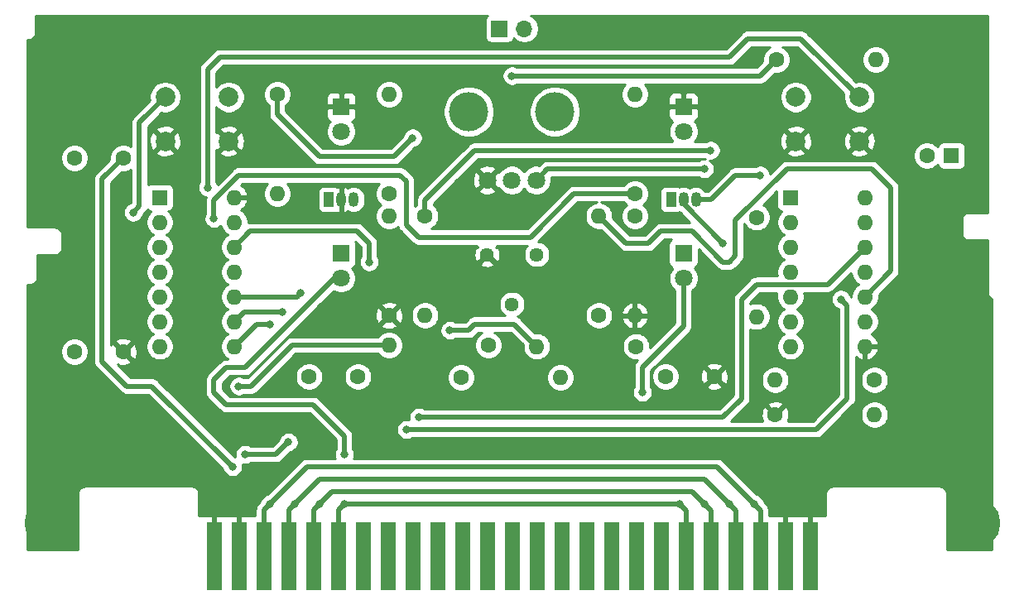
<source format=gbr>
G04 #@! TF.GenerationSoftware,KiCad,Pcbnew,(5.1.7)-1*
G04 #@! TF.CreationDate,2022-02-28T18:55:12-06:00*
G04 #@! TF.ProjectId,ChipLoop,43686970-4c6f-46f7-902e-6b696361645f,rev?*
G04 #@! TF.SameCoordinates,Original*
G04 #@! TF.FileFunction,Copper,L2,Bot*
G04 #@! TF.FilePolarity,Positive*
%FSLAX46Y46*%
G04 Gerber Fmt 4.6, Leading zero omitted, Abs format (unit mm)*
G04 Created by KiCad (PCBNEW (5.1.7)-1) date 2022-02-28 18:55:12*
%MOMM*%
%LPD*%
G01*
G04 APERTURE LIST*
G04 #@! TA.AperFunction,ComponentPad*
%ADD10C,1.600000*%
G04 #@! TD*
G04 #@! TA.AperFunction,ComponentPad*
%ADD11O,1.600000X1.600000*%
G04 #@! TD*
G04 #@! TA.AperFunction,ComponentPad*
%ADD12R,1.800000X1.800000*%
G04 #@! TD*
G04 #@! TA.AperFunction,ComponentPad*
%ADD13C,1.800000*%
G04 #@! TD*
G04 #@! TA.AperFunction,ComponentPad*
%ADD14C,5.000000*%
G04 #@! TD*
G04 #@! TA.AperFunction,ConnectorPad*
%ADD15R,1.500000X7.000000*%
G04 #@! TD*
G04 #@! TA.AperFunction,ComponentPad*
%ADD16O,1.050000X1.500000*%
G04 #@! TD*
G04 #@! TA.AperFunction,ComponentPad*
%ADD17R,1.050000X1.500000*%
G04 #@! TD*
G04 #@! TA.AperFunction,WasherPad*
%ADD18C,4.000000*%
G04 #@! TD*
G04 #@! TA.AperFunction,ComponentPad*
%ADD19C,2.000000*%
G04 #@! TD*
G04 #@! TA.AperFunction,ComponentPad*
%ADD20R,1.600000X1.600000*%
G04 #@! TD*
G04 #@! TA.AperFunction,ComponentPad*
%ADD21R,1.700000X1.700000*%
G04 #@! TD*
G04 #@! TA.AperFunction,ComponentPad*
%ADD22O,1.700000X1.700000*%
G04 #@! TD*
G04 #@! TA.AperFunction,ComponentPad*
%ADD23C,1.440000*%
G04 #@! TD*
G04 #@! TA.AperFunction,ViaPad*
%ADD24C,0.800000*%
G04 #@! TD*
G04 #@! TA.AperFunction,Conductor*
%ADD25C,0.500000*%
G04 #@! TD*
G04 #@! TA.AperFunction,Conductor*
%ADD26C,0.254000*%
G04 #@! TD*
G04 #@! TA.AperFunction,Conductor*
%ADD27C,0.100000*%
G04 #@! TD*
G04 APERTURE END LIST*
D10*
G04 #@! TO.P,R11,1*
G04 #@! TO.N,GND*
X120142000Y-101346000D03*
D11*
G04 #@! TO.P,R11,2*
G04 #@! TO.N,Net-(D4-Pad1)*
X120142000Y-91186000D03*
G04 #@! TD*
D12*
G04 #@! TO.P,D4,1*
G04 #@! TO.N,Net-(D4-Pad1)*
X115250000Y-95000000D03*
D13*
G04 #@! TO.P,D4,2*
G04 #@! TO.N,/LEDPower*
X115250000Y-97540000D03*
G04 #@! TD*
G04 #@! TO.P,D5,2*
G04 #@! TO.N,/LEDPower*
X150250000Y-97540000D03*
D12*
G04 #@! TO.P,D5,1*
G04 #@! TO.N,Net-(D5-Pad1)*
X150250000Y-95000000D03*
G04 #@! TD*
D14*
G04 #@! TO.P,H1,1*
G04 #@! TO.N,GND*
X85350000Y-122600000D03*
G04 #@! TD*
G04 #@! TO.P,H2,1*
G04 #@! TO.N,GND*
X180150000Y-122600000D03*
G04 #@! TD*
D15*
G04 #@! TO.P,J2,50*
G04 #@! TO.N,GND*
X163230000Y-126000000D03*
G04 #@! TO.P,J2,49*
X160690000Y-126000000D03*
G04 #@! TO.P,J2,48*
G04 #@! TO.N,/Input*
X158150000Y-126000000D03*
G04 #@! TO.P,J2,47*
G04 #@! TO.N,/Output*
X155610000Y-126000000D03*
G04 #@! TO.P,J2,46*
G04 #@! TO.N,+9V*
X153070000Y-126000000D03*
G04 #@! TO.P,J2,45*
G04 #@! TO.N,/LEDPower*
X150530000Y-126000000D03*
G04 #@! TO.P,J2,44*
G04 #@! TO.N,N/C*
X147990000Y-126000000D03*
G04 #@! TO.P,J2,43*
X145450000Y-126000000D03*
G04 #@! TO.P,J2,42*
X142910000Y-126000000D03*
G04 #@! TO.P,J2,41*
X140370000Y-126000000D03*
G04 #@! TO.P,J2,40*
X137830000Y-126000000D03*
G04 #@! TO.P,J2,39*
X135290000Y-126000000D03*
G04 #@! TO.P,J2,38*
X132750000Y-126000000D03*
G04 #@! TO.P,J2,37*
X130210000Y-126000000D03*
G04 #@! TO.P,J2,36*
X127670000Y-126000000D03*
G04 #@! TO.P,J2,35*
X125130000Y-126000000D03*
G04 #@! TO.P,J2,34*
X122590000Y-126000000D03*
G04 #@! TO.P,J2,33*
X120050000Y-126000000D03*
G04 #@! TO.P,J2,32*
X117510000Y-126000000D03*
G04 #@! TO.P,J2,31*
G04 #@! TO.N,/LEDPower*
X114970000Y-126000000D03*
G04 #@! TO.P,J2,30*
G04 #@! TO.N,+9V*
X112430000Y-126000000D03*
G04 #@! TO.P,J2,29*
G04 #@! TO.N,/Output*
X109890000Y-126000000D03*
G04 #@! TO.P,J2,28*
G04 #@! TO.N,/Input*
X107350000Y-126000000D03*
G04 #@! TO.P,J2,27*
G04 #@! TO.N,GND*
X104810000Y-126000000D03*
G04 #@! TO.P,J2,26*
X102270000Y-126000000D03*
G04 #@! TD*
D10*
G04 #@! TO.P,C4,1*
G04 #@! TO.N,GND*
X153416000Y-107588000D03*
G04 #@! TO.P,C4,2*
G04 #@! TO.N,+9V*
X148416000Y-107588000D03*
G04 #@! TD*
G04 #@! TO.P,C5,2*
G04 #@! TO.N,+5V*
X87964000Y-105048000D03*
G04 #@! TO.P,C5,1*
G04 #@! TO.N,GND*
X92964000Y-105048000D03*
G04 #@! TD*
D13*
G04 #@! TO.P,D1,2*
G04 #@! TO.N,Net-(D1-Pad2)*
X115250000Y-82540000D03*
D12*
G04 #@! TO.P,D1,1*
G04 #@! TO.N,GND*
X115250000Y-80000000D03*
G04 #@! TD*
G04 #@! TO.P,D2,1*
G04 #@! TO.N,GND*
X150250000Y-80000000D03*
D13*
G04 #@! TO.P,D2,2*
G04 #@! TO.N,Net-(D2-Pad2)*
X150250000Y-82540000D03*
G04 #@! TD*
D16*
G04 #@! TO.P,Q1,2*
G04 #@! TO.N,Net-(Q1-Pad2)*
X150250000Y-89500000D03*
G04 #@! TO.P,Q1,3*
G04 #@! TO.N,Net-(D3-Pad1)*
X151520000Y-89500000D03*
D17*
G04 #@! TO.P,Q1,1*
G04 #@! TO.N,Net-(Q1-Pad1)*
X148980000Y-89500000D03*
G04 #@! TD*
D11*
G04 #@! TO.P,R9,2*
G04 #@! TO.N,Net-(D3-Pad2)*
X169926000Y-75184000D03*
D10*
G04 #@! TO.P,R9,1*
G04 #@! TO.N,+5V*
X159766000Y-75184000D03*
G04 #@! TD*
D11*
G04 #@! TO.P,R4,2*
G04 #@! TO.N,Net-(D1-Pad2)*
X120142000Y-78740000D03*
D10*
G04 #@! TO.P,R4,1*
G04 #@! TO.N,/LED_A*
X120142000Y-88900000D03*
G04 #@! TD*
G04 #@! TO.P,R5,1*
G04 #@! TO.N,/LED_B*
X145288000Y-88900000D03*
D11*
G04 #@! TO.P,R5,2*
G04 #@! TO.N,Net-(D2-Pad2)*
X145288000Y-78740000D03*
G04 #@! TD*
G04 #@! TO.P,R6,2*
G04 #@! TO.N,/Loop*
X120142000Y-104394000D03*
D10*
G04 #@! TO.P,R6,1*
G04 #@! TO.N,Net-(Q1-Pad2)*
X130302000Y-104394000D03*
G04 #@! TD*
G04 #@! TO.P,R12,1*
G04 #@! TO.N,Net-(D5-Pad1)*
X145288000Y-91186000D03*
D11*
G04 #@! TO.P,R12,2*
G04 #@! TO.N,GND*
X145288000Y-101346000D03*
G04 #@! TD*
D13*
G04 #@! TO.P,RV1,3*
G04 #@! TO.N,GND*
X130215000Y-87500000D03*
G04 #@! TO.P,RV1,2*
G04 #@! TO.N,/Output*
X132715000Y-87500000D03*
G04 #@! TO.P,RV1,1*
G04 #@! TO.N,Net-(R7-Pad1)*
X135215000Y-87500000D03*
D18*
G04 #@! TO.P,RV1,*
G04 #@! TO.N,*
X128315000Y-80500000D03*
X137115000Y-80500000D03*
G04 #@! TD*
D19*
G04 #@! TO.P,SW1,2*
G04 #@! TO.N,GND*
X97250000Y-83520000D03*
G04 #@! TO.P,SW1,1*
G04 #@! TO.N,/SW_A*
X97250000Y-79020000D03*
G04 #@! TO.P,SW1,2*
G04 #@! TO.N,GND*
X103750000Y-83520000D03*
G04 #@! TO.P,SW1,1*
G04 #@! TO.N,/SW_A*
X103750000Y-79020000D03*
G04 #@! TD*
G04 #@! TO.P,SW2,1*
G04 #@! TO.N,/SW_B*
X168250000Y-79020000D03*
G04 #@! TO.P,SW2,2*
G04 #@! TO.N,GND*
X168250000Y-83520000D03*
G04 #@! TO.P,SW2,1*
G04 #@! TO.N,/SW_B*
X161750000Y-79020000D03*
G04 #@! TO.P,SW2,2*
G04 #@! TO.N,GND*
X161750000Y-83520000D03*
G04 #@! TD*
D20*
G04 #@! TO.P,U1,1*
G04 #@! TO.N,+5V*
X96690000Y-89281000D03*
D11*
G04 #@! TO.P,U1,8*
G04 #@! TO.N,/LED_A*
X104310000Y-104521000D03*
G04 #@! TO.P,U1,2*
G04 #@! TO.N,/SW_A*
X96690000Y-91821000D03*
G04 #@! TO.P,U1,9*
G04 #@! TO.N,/FT*
X104310000Y-101981000D03*
G04 #@! TO.P,U1,3*
G04 #@! TO.N,/SW_B*
X96690000Y-94361000D03*
G04 #@! TO.P,U1,10*
G04 #@! TO.N,/PLAYL*
X104310000Y-99441000D03*
G04 #@! TO.P,U1,4*
G04 #@! TO.N,N/C*
X96690000Y-96901000D03*
G04 #@! TO.P,U1,11*
G04 #@! TO.N,/PLAYE*
X104310000Y-96901000D03*
G04 #@! TO.P,U1,5*
G04 #@! TO.N,/LED_B*
X96690000Y-99441000D03*
G04 #@! TO.P,U1,12*
G04 #@! TO.N,/REC*
X104310000Y-94361000D03*
G04 #@! TO.P,U1,6*
G04 #@! TO.N,N/C*
X96690000Y-101981000D03*
G04 #@! TO.P,U1,13*
X104310000Y-91821000D03*
G04 #@! TO.P,U1,7*
G04 #@! TO.N,/Loop*
X96690000Y-104521000D03*
G04 #@! TO.P,U1,14*
G04 #@! TO.N,GND*
X104310000Y-89281000D03*
G04 #@! TD*
G04 #@! TO.P,U2,14*
G04 #@! TO.N,N/C*
X168810000Y-89281000D03*
G04 #@! TO.P,U2,7*
X161190000Y-104521000D03*
G04 #@! TO.P,U2,13*
G04 #@! TO.N,Net-(D3-Pad1)*
X168810000Y-91821000D03*
G04 #@! TO.P,U2,6*
G04 #@! TO.N,N/C*
X161190000Y-101981000D03*
G04 #@! TO.P,U2,12*
G04 #@! TO.N,/FT*
X168810000Y-94361000D03*
G04 #@! TO.P,U2,5*
G04 #@! TO.N,N/C*
X161190000Y-99441000D03*
G04 #@! TO.P,U2,11*
G04 #@! TO.N,+5V*
X168810000Y-96901000D03*
G04 #@! TO.P,U2,4*
G04 #@! TO.N,Net-(C1-Pad2)*
X161190000Y-96901000D03*
G04 #@! TO.P,U2,10*
G04 #@! TO.N,Net-(R14-Pad2)*
X168810000Y-99441000D03*
G04 #@! TO.P,U2,3*
G04 #@! TO.N,Net-(R13-Pad1)*
X161190000Y-94361000D03*
G04 #@! TO.P,U2,9*
G04 #@! TO.N,Net-(C2-Pad1)*
X168810000Y-101981000D03*
G04 #@! TO.P,U2,2*
G04 #@! TO.N,Net-(Q1-Pad1)*
X161190000Y-91821000D03*
G04 #@! TO.P,U2,8*
G04 #@! TO.N,GND*
X168810000Y-104521000D03*
D20*
G04 #@! TO.P,U2,1*
G04 #@! TO.N,Net-(R8-Pad1)*
X161190000Y-89281000D03*
G04 #@! TD*
D21*
G04 #@! TO.P,D3,1*
G04 #@! TO.N,Net-(D3-Pad1)*
X131445000Y-72009000D03*
D22*
G04 #@! TO.P,D3,2*
G04 #@! TO.N,Net-(D3-Pad2)*
X133985000Y-72009000D03*
G04 #@! TD*
D16*
G04 #@! TO.P,U3,2*
G04 #@! TO.N,GND*
X115250000Y-89500000D03*
G04 #@! TO.P,U3,3*
G04 #@! TO.N,+9V*
X116520000Y-89500000D03*
D17*
G04 #@! TO.P,U3,1*
G04 #@! TO.N,+5V*
X113980000Y-89500000D03*
G04 #@! TD*
D10*
G04 #@! TO.P,C1,1*
G04 #@! TO.N,Net-(C1-Pad1)*
X116967000Y-107588000D03*
G04 #@! TO.P,C1,2*
G04 #@! TO.N,Net-(C1-Pad2)*
X111967000Y-107588000D03*
G04 #@! TD*
D20*
G04 #@! TO.P,C2,1*
G04 #@! TO.N,Net-(C2-Pad1)*
X177660000Y-85000000D03*
D10*
G04 #@! TO.P,C2,2*
G04 #@! TO.N,Net-(C2-Pad2)*
X175160000Y-85000000D03*
G04 #@! TD*
D11*
G04 #@! TO.P,R1,2*
G04 #@! TO.N,/Input*
X159639000Y-107950000D03*
D10*
G04 #@! TO.P,R1,1*
G04 #@! TO.N,Net-(R1-Pad1)*
X169799000Y-107950000D03*
G04 #@! TD*
G04 #@! TO.P,R2,1*
G04 #@! TO.N,GND*
X159639000Y-111506000D03*
D11*
G04 #@! TO.P,R2,2*
G04 #@! TO.N,Net-(R1-Pad1)*
X169799000Y-111506000D03*
G04 #@! TD*
G04 #@! TO.P,R3,2*
G04 #@! TO.N,Net-(R1-Pad1)*
X137668000Y-107696000D03*
D10*
G04 #@! TO.P,R3,1*
G04 #@! TO.N,Net-(C1-Pad1)*
X127508000Y-107696000D03*
G04 #@! TD*
G04 #@! TO.P,R7,1*
G04 #@! TO.N,Net-(R7-Pad1)*
X157734000Y-91313000D03*
D11*
G04 #@! TO.P,R7,2*
G04 #@! TO.N,Net-(C2-Pad2)*
X157734000Y-101473000D03*
G04 #@! TD*
D10*
G04 #@! TO.P,C3,1*
G04 #@! TO.N,/Input*
X92964000Y-85236000D03*
G04 #@! TO.P,C3,2*
G04 #@! TO.N,/Output*
X87964000Y-85236000D03*
G04 #@! TD*
G04 #@! TO.P,R8,1*
G04 #@! TO.N,Net-(R8-Pad1)*
X123825000Y-91186000D03*
D11*
G04 #@! TO.P,R8,2*
G04 #@! TO.N,/REC*
X123825000Y-101346000D03*
G04 #@! TD*
G04 #@! TO.P,R10,2*
G04 #@! TO.N,/PLAYE*
X108712000Y-88900000D03*
D10*
G04 #@! TO.P,R10,1*
G04 #@! TO.N,Net-(Q1-Pad1)*
X108712000Y-78740000D03*
G04 #@! TD*
G04 #@! TO.P,R13,1*
G04 #@! TO.N,Net-(R13-Pad1)*
X145415000Y-104521000D03*
D11*
G04 #@! TO.P,R13,2*
G04 #@! TO.N,/PLAYL*
X135255000Y-104521000D03*
G04 #@! TD*
G04 #@! TO.P,R14,2*
G04 #@! TO.N,Net-(R14-Pad2)*
X141605000Y-91186000D03*
D10*
G04 #@! TO.P,R14,1*
G04 #@! TO.N,Net-(R14-Pad1)*
X141605000Y-101346000D03*
G04 #@! TD*
D23*
G04 #@! TO.P,RV2,3*
G04 #@! TO.N,Net-(R14-Pad1)*
X135255000Y-95123000D03*
G04 #@! TO.P,RV2,2*
X132715000Y-100203000D03*
G04 #@! TO.P,RV2,1*
G04 #@! TO.N,GND*
X130175000Y-95123000D03*
G04 #@! TD*
D24*
G04 #@! TO.N,GND*
X160020000Y-120650000D03*
X162560000Y-120650000D03*
X105410000Y-120650000D03*
X102870000Y-120650000D03*
G04 #@! TO.N,/LEDPower*
X115570000Y-120650000D03*
X149860000Y-120650000D03*
X146050000Y-109220000D03*
X115570000Y-115570000D03*
G04 #@! TO.N,/Input*
X107950000Y-120650000D03*
X157480000Y-120650000D03*
X104140000Y-116840000D03*
G04 #@! TO.N,+9V*
X113030000Y-120650000D03*
X152400000Y-120650000D03*
G04 #@! TO.N,+5V*
X132715000Y-76835000D03*
G04 #@! TO.N,/REC*
X118110000Y-95885000D03*
G04 #@! TO.N,Net-(Q1-Pad2)*
X154305000Y-93980000D03*
G04 #@! TO.N,/LED_A*
X107950000Y-102235000D03*
G04 #@! TO.N,/LED_B*
X102235000Y-91440000D03*
G04 #@! TO.N,/Loop*
X104775000Y-108585000D03*
G04 #@! TO.N,/SW_A*
X93980000Y-90805000D03*
G04 #@! TO.N,/SW_B*
X101600000Y-88265000D03*
G04 #@! TO.N,/FT*
X109220000Y-100965000D03*
X123190000Y-111760000D03*
G04 #@! TO.N,/PLAYL*
X111125000Y-99060000D03*
X126365000Y-102870000D03*
G04 #@! TO.N,Net-(C1-Pad2)*
X121920000Y-113030000D03*
X166370000Y-99695000D03*
G04 #@! TO.N,Net-(D3-Pad1)*
X158115000Y-86995000D03*
G04 #@! TO.N,Net-(R7-Pad1)*
X152400000Y-86360000D03*
G04 #@! TO.N,/Output*
X110490000Y-120650000D03*
X154940000Y-120650000D03*
X109855000Y-114300000D03*
X105410000Y-115570000D03*
G04 #@! TO.N,Net-(Q1-Pad1)*
X122555000Y-83185000D03*
G04 #@! TO.N,Net-(R8-Pad1)*
X153035000Y-84455000D03*
G04 #@! TD*
D25*
G04 #@! TO.N,GND*
X160690000Y-121320000D02*
X160690000Y-126000000D01*
X160020000Y-120650000D02*
X160690000Y-121320000D01*
X163230000Y-121320000D02*
X162560000Y-120650000D01*
X163230000Y-126000000D02*
X163230000Y-121320000D01*
X104810000Y-121250000D02*
X104810000Y-126000000D01*
X105410000Y-120650000D02*
X104810000Y-121250000D01*
X102270000Y-121250000D02*
X102870000Y-120650000D01*
X102270000Y-126000000D02*
X102270000Y-121250000D01*
G04 #@! TO.N,/LEDPower*
X114970000Y-121250000D02*
X115570000Y-120650000D01*
X114970000Y-126000000D02*
X114970000Y-121250000D01*
X150530000Y-121320000D02*
X150530000Y-126000000D01*
X149860000Y-120650000D02*
X150530000Y-121320000D01*
X115570000Y-120650000D02*
X149860000Y-120650000D01*
X146050000Y-109220000D02*
X146050000Y-106680000D01*
X150250000Y-102480000D02*
X150250000Y-97540000D01*
X146050000Y-106680000D02*
X150250000Y-102480000D01*
X105410000Y-106680000D02*
X114550000Y-97540000D01*
X103505000Y-106680000D02*
X105410000Y-106680000D01*
X102235000Y-107950000D02*
X103505000Y-106680000D01*
X102235000Y-109220000D02*
X102235000Y-107950000D01*
X103505000Y-110490000D02*
X102235000Y-109220000D01*
X112395000Y-110490000D02*
X103505000Y-110490000D01*
X114550000Y-97540000D02*
X115250000Y-97540000D01*
X115570000Y-113665000D02*
X112395000Y-110490000D01*
X115570000Y-115570000D02*
X115570000Y-113665000D01*
G04 #@! TO.N,/Input*
X107350000Y-121250000D02*
X107350000Y-126000000D01*
X107950000Y-120650000D02*
X107350000Y-121250000D01*
X158150000Y-121320000D02*
X157480000Y-120650000D01*
X158150000Y-126000000D02*
X158150000Y-121320000D01*
X107950000Y-120650000D02*
X111760000Y-116840000D01*
X153670000Y-116840000D02*
X157480000Y-120650000D01*
X111760000Y-116840000D02*
X153670000Y-116840000D01*
X104140000Y-116840000D02*
X95885000Y-108585000D01*
X95885000Y-108585000D02*
X93345000Y-108585000D01*
X93345000Y-108585000D02*
X90805000Y-106045000D01*
X90805000Y-87395000D02*
X92964000Y-85236000D01*
X90805000Y-106045000D02*
X90805000Y-87395000D01*
G04 #@! TO.N,+9V*
X112430000Y-121250000D02*
X112430000Y-126000000D01*
X113030000Y-120650000D02*
X112430000Y-121250000D01*
X153070000Y-121320000D02*
X152400000Y-120650000D01*
X153070000Y-126000000D02*
X153070000Y-121320000D01*
X152400000Y-120650000D02*
X151130000Y-119380000D01*
X114300000Y-119380000D02*
X113030000Y-120650000D01*
X151130000Y-119380000D02*
X114300000Y-119380000D01*
G04 #@! TO.N,+5V*
X158115000Y-76835000D02*
X159766000Y-75184000D01*
X132715000Y-76835000D02*
X158115000Y-76835000D01*
G04 #@! TO.N,/REC*
X105961000Y-92710000D02*
X104310000Y-94361000D01*
X116840000Y-92710000D02*
X105961000Y-92710000D01*
X118110000Y-93980000D02*
X116840000Y-92710000D01*
X118110000Y-95885000D02*
X118110000Y-93980000D01*
G04 #@! TO.N,Net-(Q1-Pad2)*
X150250000Y-89925000D02*
X150250000Y-89500000D01*
X154305000Y-93980000D02*
X150250000Y-89925000D01*
G04 #@! TO.N,/LED_A*
X106596000Y-102235000D02*
X104310000Y-104521000D01*
X107950000Y-102235000D02*
X106596000Y-102235000D01*
G04 #@! TO.N,/LED_B*
X102235000Y-91440000D02*
X102235000Y-89535000D01*
X102235000Y-89535000D02*
X104775000Y-86995000D01*
X104775000Y-86995000D02*
X121285000Y-86995000D01*
X121285000Y-86995000D02*
X121920000Y-87630000D01*
X121920000Y-87630000D02*
X121920000Y-92075000D01*
X121920000Y-92075000D02*
X123190000Y-93345000D01*
X123190000Y-93345000D02*
X134620000Y-93345000D01*
X139065000Y-88900000D02*
X145288000Y-88900000D01*
X134620000Y-93345000D02*
X139065000Y-88900000D01*
G04 #@! TO.N,/Loop*
X104775000Y-108585000D02*
X106045000Y-108585000D01*
X110236000Y-104394000D02*
X120142000Y-104394000D01*
X106045000Y-108585000D02*
X110236000Y-104394000D01*
G04 #@! TO.N,/SW_A*
X93980000Y-90805000D02*
X94615000Y-90170000D01*
X94615000Y-81655000D02*
X97250000Y-79020000D01*
X94615000Y-90170000D02*
X94615000Y-81655000D01*
G04 #@! TO.N,/SW_B*
X101600000Y-88265000D02*
X101600000Y-76200000D01*
X101600000Y-76200000D02*
X102870000Y-74930000D01*
X102870000Y-74930000D02*
X154940000Y-74930000D01*
X154940000Y-74930000D02*
X156845000Y-73025000D01*
X162255000Y-73025000D02*
X168250000Y-79020000D01*
X156845000Y-73025000D02*
X162255000Y-73025000D01*
G04 #@! TO.N,/FT*
X105326000Y-100965000D02*
X109220000Y-100965000D01*
X104310000Y-101981000D02*
X105326000Y-100965000D01*
X123190000Y-111760000D02*
X154305000Y-111760000D01*
X154305000Y-111760000D02*
X156210000Y-109855000D01*
X156210000Y-109855000D02*
X156210000Y-99695000D01*
X157714001Y-98190999D02*
X164980001Y-98190999D01*
X164980001Y-98190999D02*
X168810000Y-94361000D01*
X156210000Y-99695000D02*
X157714001Y-98190999D01*
G04 #@! TO.N,/PLAYL*
X110744000Y-99441000D02*
X111125000Y-99060000D01*
X104310000Y-99441000D02*
X110744000Y-99441000D01*
X126365000Y-102870000D02*
X128270000Y-102870000D01*
X128270000Y-102870000D02*
X128905000Y-102235000D01*
X132969000Y-102235000D02*
X135255000Y-104521000D01*
X128905000Y-102235000D02*
X132969000Y-102235000D01*
G04 #@! TO.N,Net-(C1-Pad2)*
X121920000Y-113030000D02*
X163195000Y-113030000D01*
X163195000Y-113030000D02*
X163830000Y-113030000D01*
X163830000Y-113030000D02*
X167005000Y-109855000D01*
X167005000Y-100330000D02*
X166370000Y-99695000D01*
X167005000Y-109855000D02*
X167005000Y-100330000D01*
G04 #@! TO.N,Net-(D3-Pad1)*
X158115000Y-86995000D02*
X155575000Y-86995000D01*
X153070000Y-89500000D02*
X151520000Y-89500000D01*
X155575000Y-86995000D02*
X153070000Y-89500000D01*
G04 #@! TO.N,Net-(R7-Pad1)*
X136355000Y-86360000D02*
X135215000Y-87500000D01*
X152400000Y-86360000D02*
X136355000Y-86360000D01*
G04 #@! TO.N,/Output*
X109890000Y-121250000D02*
X110490000Y-120650000D01*
X109890000Y-126000000D02*
X109890000Y-121250000D01*
X155610000Y-121320000D02*
X155610000Y-126000000D01*
X154940000Y-120650000D02*
X155610000Y-121320000D01*
X113030000Y-118110000D02*
X110490000Y-120650000D01*
X152400000Y-118110000D02*
X113030000Y-118110000D01*
X154940000Y-120650000D02*
X152400000Y-118110000D01*
X108585000Y-115570000D02*
X109855000Y-114300000D01*
X105410000Y-115570000D02*
X108585000Y-115570000D01*
G04 #@! TO.N,Net-(Q1-Pad1)*
X122555000Y-83185000D02*
X120650000Y-85090000D01*
X120650000Y-85090000D02*
X113030000Y-85090000D01*
X108712000Y-80772000D02*
X108712000Y-78740000D01*
X113030000Y-85090000D02*
X108712000Y-80772000D01*
G04 #@! TO.N,Net-(R8-Pad1)*
X153035000Y-84455000D02*
X128905000Y-84455000D01*
X123825000Y-89535000D02*
X123825000Y-91186000D01*
X128905000Y-84455000D02*
X123825000Y-89535000D01*
G04 #@! TO.N,Net-(R14-Pad2)*
X154305000Y-95885000D02*
X151130000Y-92710000D01*
X144399000Y-93980000D02*
X141605000Y-91186000D01*
X154940000Y-95885000D02*
X154305000Y-95885000D01*
X155575000Y-91621998D02*
X155575000Y-95250000D01*
X160836998Y-86360000D02*
X155575000Y-91621998D01*
X155575000Y-95250000D02*
X154940000Y-95885000D01*
X169545000Y-86360000D02*
X160836998Y-86360000D01*
X171450000Y-88265000D02*
X169545000Y-86360000D01*
X146685000Y-93980000D02*
X144399000Y-93980000D01*
X151130000Y-92710000D02*
X147955000Y-92710000D01*
X171450000Y-96801000D02*
X171450000Y-88265000D01*
X147955000Y-92710000D02*
X146685000Y-93980000D01*
X168810000Y-99441000D02*
X171450000Y-96801000D01*
G04 #@! TD*
D26*
G04 #@! TO.N,GND*
X130149499Y-70713499D02*
X130071147Y-70808972D01*
X130012925Y-70917897D01*
X129977073Y-71036087D01*
X129964967Y-71159000D01*
X129964967Y-72859000D01*
X129977073Y-72981913D01*
X130012925Y-73100103D01*
X130071147Y-73209028D01*
X130149499Y-73304501D01*
X130244972Y-73382853D01*
X130353897Y-73441075D01*
X130472087Y-73476927D01*
X130595000Y-73489033D01*
X132295000Y-73489033D01*
X132417913Y-73476927D01*
X132536103Y-73441075D01*
X132645028Y-73382853D01*
X132740501Y-73304501D01*
X132818853Y-73209028D01*
X132877075Y-73100103D01*
X132902731Y-73015525D01*
X133043467Y-73156261D01*
X133285378Y-73317901D01*
X133554175Y-73429240D01*
X133839528Y-73486000D01*
X134130472Y-73486000D01*
X134415825Y-73429240D01*
X134684622Y-73317901D01*
X134926533Y-73156261D01*
X135132261Y-72950533D01*
X135293901Y-72708622D01*
X135405240Y-72439825D01*
X135462000Y-72154472D01*
X135462000Y-71863528D01*
X135405240Y-71578175D01*
X135293901Y-71309378D01*
X135132261Y-71067467D01*
X134926533Y-70861739D01*
X134684622Y-70700099D01*
X134628856Y-70677000D01*
X181323000Y-70677000D01*
X181323001Y-90823000D01*
X179433252Y-90823000D01*
X179400000Y-90819725D01*
X179366748Y-90823000D01*
X179267285Y-90832796D01*
X179139670Y-90871508D01*
X179022059Y-90934372D01*
X178918973Y-91018973D01*
X178834372Y-91122059D01*
X178771508Y-91239670D01*
X178732796Y-91367285D01*
X178719725Y-91500000D01*
X178723001Y-91533262D01*
X178723000Y-92966747D01*
X178719725Y-93000000D01*
X178732796Y-93132715D01*
X178771508Y-93260330D01*
X178834372Y-93377941D01*
X178918973Y-93481027D01*
X179022059Y-93565628D01*
X179139670Y-93628492D01*
X179267285Y-93667204D01*
X179400000Y-93680275D01*
X179433252Y-93677000D01*
X181323000Y-93677000D01*
X181323001Y-98966738D01*
X181319725Y-99000000D01*
X181332796Y-99132715D01*
X181371508Y-99260330D01*
X181434372Y-99377941D01*
X181518973Y-99481027D01*
X181622059Y-99565628D01*
X181739670Y-99628492D01*
X181823001Y-99653770D01*
X181823000Y-125323000D01*
X177177000Y-125323000D01*
X177177000Y-119533252D01*
X177180275Y-119500000D01*
X177167204Y-119367285D01*
X177128492Y-119239670D01*
X177065628Y-119122059D01*
X176981027Y-119018973D01*
X176877941Y-118934372D01*
X176760330Y-118871508D01*
X176632715Y-118832796D01*
X176533252Y-118823000D01*
X176500000Y-118819725D01*
X176466748Y-118823000D01*
X165513252Y-118823000D01*
X165480000Y-118819725D01*
X165446748Y-118823000D01*
X165347285Y-118832796D01*
X165219670Y-118871508D01*
X165102059Y-118934372D01*
X164998973Y-119018973D01*
X164914372Y-119122059D01*
X164851508Y-119239670D01*
X164812796Y-119367285D01*
X164799725Y-119500000D01*
X164803001Y-119533262D01*
X164803001Y-121793000D01*
X159027000Y-121793000D01*
X159027000Y-121363076D01*
X159031243Y-121319999D01*
X159023331Y-121239671D01*
X159014310Y-121148078D01*
X158964162Y-120982763D01*
X158882727Y-120830408D01*
X158854019Y-120795427D01*
X158800594Y-120730328D01*
X158800592Y-120730326D01*
X158773133Y-120696867D01*
X158739673Y-120669407D01*
X158479162Y-120408896D01*
X158467533Y-120350435D01*
X158390115Y-120163533D01*
X158277723Y-119995326D01*
X158134674Y-119852277D01*
X157966467Y-119739885D01*
X157779565Y-119662467D01*
X157721103Y-119650838D01*
X154320597Y-116250332D01*
X154293133Y-116216867D01*
X154159592Y-116107273D01*
X154007237Y-116025838D01*
X153841922Y-115975690D01*
X153713079Y-115963000D01*
X153670000Y-115958757D01*
X153626921Y-115963000D01*
X116518831Y-115963000D01*
X116557533Y-115869565D01*
X116597000Y-115671151D01*
X116597000Y-115468849D01*
X116557533Y-115270435D01*
X116480115Y-115083533D01*
X116447000Y-115033973D01*
X116447000Y-113708079D01*
X116451243Y-113664999D01*
X116434310Y-113493077D01*
X116411765Y-113418758D01*
X116384162Y-113327763D01*
X116302727Y-113175408D01*
X116193133Y-113041867D01*
X116159674Y-113014408D01*
X113045597Y-109900332D01*
X113018133Y-109866867D01*
X112884592Y-109757273D01*
X112732237Y-109675838D01*
X112566922Y-109625690D01*
X112438079Y-109613000D01*
X112395000Y-109608757D01*
X112351921Y-109613000D01*
X103868265Y-109613000D01*
X103112000Y-108856735D01*
X103112000Y-108483849D01*
X103748000Y-108483849D01*
X103748000Y-108686151D01*
X103787467Y-108884565D01*
X103864885Y-109071467D01*
X103977277Y-109239674D01*
X104120326Y-109382723D01*
X104288533Y-109495115D01*
X104475435Y-109572533D01*
X104673849Y-109612000D01*
X104876151Y-109612000D01*
X105074565Y-109572533D01*
X105261467Y-109495115D01*
X105311027Y-109462000D01*
X106001921Y-109462000D01*
X106045000Y-109466243D01*
X106088079Y-109462000D01*
X106216922Y-109449310D01*
X106382237Y-109399162D01*
X106534592Y-109317727D01*
X106668133Y-109208133D01*
X106695597Y-109174668D01*
X108422812Y-107447453D01*
X110540000Y-107447453D01*
X110540000Y-107728547D01*
X110594838Y-108004241D01*
X110702409Y-108263938D01*
X110858576Y-108497660D01*
X111057340Y-108696424D01*
X111291062Y-108852591D01*
X111550759Y-108960162D01*
X111826453Y-109015000D01*
X112107547Y-109015000D01*
X112383241Y-108960162D01*
X112642938Y-108852591D01*
X112876660Y-108696424D01*
X113075424Y-108497660D01*
X113231591Y-108263938D01*
X113339162Y-108004241D01*
X113394000Y-107728547D01*
X113394000Y-107447453D01*
X115540000Y-107447453D01*
X115540000Y-107728547D01*
X115594838Y-108004241D01*
X115702409Y-108263938D01*
X115858576Y-108497660D01*
X116057340Y-108696424D01*
X116291062Y-108852591D01*
X116550759Y-108960162D01*
X116826453Y-109015000D01*
X117107547Y-109015000D01*
X117383241Y-108960162D01*
X117642938Y-108852591D01*
X117876660Y-108696424D01*
X118075424Y-108497660D01*
X118231591Y-108263938D01*
X118339162Y-108004241D01*
X118394000Y-107728547D01*
X118394000Y-107555453D01*
X126081000Y-107555453D01*
X126081000Y-107836547D01*
X126135838Y-108112241D01*
X126243409Y-108371938D01*
X126399576Y-108605660D01*
X126598340Y-108804424D01*
X126832062Y-108960591D01*
X127091759Y-109068162D01*
X127367453Y-109123000D01*
X127648547Y-109123000D01*
X127924241Y-109068162D01*
X128183938Y-108960591D01*
X128417660Y-108804424D01*
X128616424Y-108605660D01*
X128772591Y-108371938D01*
X128880162Y-108112241D01*
X128935000Y-107836547D01*
X128935000Y-107555453D01*
X136241000Y-107555453D01*
X136241000Y-107836547D01*
X136295838Y-108112241D01*
X136403409Y-108371938D01*
X136559576Y-108605660D01*
X136758340Y-108804424D01*
X136992062Y-108960591D01*
X137251759Y-109068162D01*
X137527453Y-109123000D01*
X137808547Y-109123000D01*
X138084241Y-109068162D01*
X138343938Y-108960591D01*
X138577660Y-108804424D01*
X138776424Y-108605660D01*
X138932591Y-108371938D01*
X139040162Y-108112241D01*
X139095000Y-107836547D01*
X139095000Y-107555453D01*
X139040162Y-107279759D01*
X138932591Y-107020062D01*
X138776424Y-106786340D01*
X138577660Y-106587576D01*
X138343938Y-106431409D01*
X138084241Y-106323838D01*
X137808547Y-106269000D01*
X137527453Y-106269000D01*
X137251759Y-106323838D01*
X136992062Y-106431409D01*
X136758340Y-106587576D01*
X136559576Y-106786340D01*
X136403409Y-107020062D01*
X136295838Y-107279759D01*
X136241000Y-107555453D01*
X128935000Y-107555453D01*
X128880162Y-107279759D01*
X128772591Y-107020062D01*
X128616424Y-106786340D01*
X128417660Y-106587576D01*
X128183938Y-106431409D01*
X127924241Y-106323838D01*
X127648547Y-106269000D01*
X127367453Y-106269000D01*
X127091759Y-106323838D01*
X126832062Y-106431409D01*
X126598340Y-106587576D01*
X126399576Y-106786340D01*
X126243409Y-107020062D01*
X126135838Y-107279759D01*
X126081000Y-107555453D01*
X118394000Y-107555453D01*
X118394000Y-107447453D01*
X118339162Y-107171759D01*
X118231591Y-106912062D01*
X118075424Y-106678340D01*
X117876660Y-106479576D01*
X117642938Y-106323409D01*
X117383241Y-106215838D01*
X117107547Y-106161000D01*
X116826453Y-106161000D01*
X116550759Y-106215838D01*
X116291062Y-106323409D01*
X116057340Y-106479576D01*
X115858576Y-106678340D01*
X115702409Y-106912062D01*
X115594838Y-107171759D01*
X115540000Y-107447453D01*
X113394000Y-107447453D01*
X113339162Y-107171759D01*
X113231591Y-106912062D01*
X113075424Y-106678340D01*
X112876660Y-106479576D01*
X112642938Y-106323409D01*
X112383241Y-106215838D01*
X112107547Y-106161000D01*
X111826453Y-106161000D01*
X111550759Y-106215838D01*
X111291062Y-106323409D01*
X111057340Y-106479576D01*
X110858576Y-106678340D01*
X110702409Y-106912062D01*
X110594838Y-107171759D01*
X110540000Y-107447453D01*
X108422812Y-107447453D01*
X110599266Y-105271000D01*
X119011753Y-105271000D01*
X119033576Y-105303660D01*
X119232340Y-105502424D01*
X119466062Y-105658591D01*
X119725759Y-105766162D01*
X120001453Y-105821000D01*
X120282547Y-105821000D01*
X120558241Y-105766162D01*
X120817938Y-105658591D01*
X121051660Y-105502424D01*
X121250424Y-105303660D01*
X121406591Y-105069938D01*
X121514162Y-104810241D01*
X121569000Y-104534547D01*
X121569000Y-104253453D01*
X121514162Y-103977759D01*
X121406591Y-103718062D01*
X121250424Y-103484340D01*
X121051660Y-103285576D01*
X120817938Y-103129409D01*
X120558241Y-103021838D01*
X120282547Y-102967000D01*
X120001453Y-102967000D01*
X119725759Y-103021838D01*
X119466062Y-103129409D01*
X119232340Y-103285576D01*
X119033576Y-103484340D01*
X119011753Y-103517000D01*
X110279079Y-103517000D01*
X110235999Y-103512757D01*
X110064077Y-103529690D01*
X109898763Y-103579838D01*
X109746408Y-103661273D01*
X109612867Y-103770867D01*
X109585408Y-103804326D01*
X105681735Y-107708000D01*
X105311027Y-107708000D01*
X105261467Y-107674885D01*
X105074565Y-107597467D01*
X104876151Y-107558000D01*
X104673849Y-107558000D01*
X104475435Y-107597467D01*
X104288533Y-107674885D01*
X104120326Y-107787277D01*
X103977277Y-107930326D01*
X103864885Y-108098533D01*
X103787467Y-108285435D01*
X103748000Y-108483849D01*
X103112000Y-108483849D01*
X103112000Y-108313265D01*
X103868265Y-107557000D01*
X105366921Y-107557000D01*
X105410000Y-107561243D01*
X105453079Y-107557000D01*
X105581922Y-107544310D01*
X105747237Y-107494162D01*
X105899592Y-107412727D01*
X106033133Y-107303133D01*
X106060597Y-107269668D01*
X110991563Y-102338702D01*
X119328903Y-102338702D01*
X119400486Y-102582671D01*
X119655996Y-102703571D01*
X119930184Y-102772300D01*
X120212512Y-102786217D01*
X120492130Y-102744787D01*
X120758292Y-102649603D01*
X120883514Y-102582671D01*
X120955097Y-102338702D01*
X120142000Y-101525605D01*
X119328903Y-102338702D01*
X110991563Y-102338702D01*
X111913753Y-101416512D01*
X118701783Y-101416512D01*
X118743213Y-101696130D01*
X118838397Y-101962292D01*
X118905329Y-102087514D01*
X119149298Y-102159097D01*
X119962395Y-101346000D01*
X120321605Y-101346000D01*
X121134702Y-102159097D01*
X121378671Y-102087514D01*
X121499571Y-101832004D01*
X121568300Y-101557816D01*
X121582217Y-101275488D01*
X121571841Y-101205453D01*
X122398000Y-101205453D01*
X122398000Y-101486547D01*
X122452838Y-101762241D01*
X122560409Y-102021938D01*
X122716576Y-102255660D01*
X122915340Y-102454424D01*
X123149062Y-102610591D01*
X123408759Y-102718162D01*
X123684453Y-102773000D01*
X123965547Y-102773000D01*
X123986415Y-102768849D01*
X125338000Y-102768849D01*
X125338000Y-102971151D01*
X125377467Y-103169565D01*
X125454885Y-103356467D01*
X125567277Y-103524674D01*
X125710326Y-103667723D01*
X125878533Y-103780115D01*
X126065435Y-103857533D01*
X126263849Y-103897000D01*
X126466151Y-103897000D01*
X126664565Y-103857533D01*
X126851467Y-103780115D01*
X126901027Y-103747000D01*
X128226921Y-103747000D01*
X128270000Y-103751243D01*
X128313079Y-103747000D01*
X128349570Y-103743406D01*
X128441922Y-103734310D01*
X128495484Y-103718062D01*
X128607237Y-103684162D01*
X128759592Y-103602727D01*
X128893133Y-103493133D01*
X128920597Y-103459668D01*
X129268265Y-103112000D01*
X129668091Y-103112000D01*
X129626062Y-103129409D01*
X129392340Y-103285576D01*
X129193576Y-103484340D01*
X129037409Y-103718062D01*
X128929838Y-103977759D01*
X128875000Y-104253453D01*
X128875000Y-104534547D01*
X128929838Y-104810241D01*
X129037409Y-105069938D01*
X129193576Y-105303660D01*
X129392340Y-105502424D01*
X129626062Y-105658591D01*
X129885759Y-105766162D01*
X130161453Y-105821000D01*
X130442547Y-105821000D01*
X130718241Y-105766162D01*
X130977938Y-105658591D01*
X131211660Y-105502424D01*
X131410424Y-105303660D01*
X131566591Y-105069938D01*
X131674162Y-104810241D01*
X131729000Y-104534547D01*
X131729000Y-104253453D01*
X131674162Y-103977759D01*
X131566591Y-103718062D01*
X131410424Y-103484340D01*
X131211660Y-103285576D01*
X130977938Y-103129409D01*
X130935909Y-103112000D01*
X132605735Y-103112000D01*
X133835663Y-104341928D01*
X133828000Y-104380453D01*
X133828000Y-104661547D01*
X133882838Y-104937241D01*
X133990409Y-105196938D01*
X134146576Y-105430660D01*
X134345340Y-105629424D01*
X134579062Y-105785591D01*
X134838759Y-105893162D01*
X135114453Y-105948000D01*
X135395547Y-105948000D01*
X135671241Y-105893162D01*
X135930938Y-105785591D01*
X136164660Y-105629424D01*
X136363424Y-105430660D01*
X136519591Y-105196938D01*
X136627162Y-104937241D01*
X136682000Y-104661547D01*
X136682000Y-104380453D01*
X136627162Y-104104759D01*
X136519591Y-103845062D01*
X136363424Y-103611340D01*
X136164660Y-103412576D01*
X135930938Y-103256409D01*
X135671241Y-103148838D01*
X135395547Y-103094000D01*
X135114453Y-103094000D01*
X135075928Y-103101663D01*
X133619597Y-101645332D01*
X133592133Y-101611867D01*
X133458592Y-101502273D01*
X133306237Y-101420838D01*
X133299612Y-101418828D01*
X133353044Y-101396696D01*
X133573663Y-101249284D01*
X133617494Y-101205453D01*
X140178000Y-101205453D01*
X140178000Y-101486547D01*
X140232838Y-101762241D01*
X140340409Y-102021938D01*
X140496576Y-102255660D01*
X140695340Y-102454424D01*
X140929062Y-102610591D01*
X141188759Y-102718162D01*
X141464453Y-102773000D01*
X141745547Y-102773000D01*
X142021241Y-102718162D01*
X142280938Y-102610591D01*
X142514660Y-102454424D01*
X142713424Y-102255660D01*
X142869591Y-102021938D01*
X142977162Y-101762241D01*
X142990528Y-101695040D01*
X143896091Y-101695040D01*
X143990930Y-101959881D01*
X144135615Y-102201131D01*
X144324586Y-102409519D01*
X144550580Y-102577037D01*
X144804913Y-102697246D01*
X144938961Y-102737904D01*
X145161000Y-102615915D01*
X145161000Y-101473000D01*
X145415000Y-101473000D01*
X145415000Y-102615915D01*
X145637039Y-102737904D01*
X145771087Y-102697246D01*
X146025420Y-102577037D01*
X146251414Y-102409519D01*
X146440385Y-102201131D01*
X146585070Y-101959881D01*
X146679909Y-101695040D01*
X146558624Y-101473000D01*
X145415000Y-101473000D01*
X145161000Y-101473000D01*
X144017376Y-101473000D01*
X143896091Y-101695040D01*
X142990528Y-101695040D01*
X143032000Y-101486547D01*
X143032000Y-101205453D01*
X142990529Y-100996960D01*
X143896091Y-100996960D01*
X144017376Y-101219000D01*
X145161000Y-101219000D01*
X145161000Y-100076085D01*
X145415000Y-100076085D01*
X145415000Y-101219000D01*
X146558624Y-101219000D01*
X146679909Y-100996960D01*
X146585070Y-100732119D01*
X146440385Y-100490869D01*
X146251414Y-100282481D01*
X146025420Y-100114963D01*
X145771087Y-99994754D01*
X145637039Y-99954096D01*
X145415000Y-100076085D01*
X145161000Y-100076085D01*
X144938961Y-99954096D01*
X144804913Y-99994754D01*
X144550580Y-100114963D01*
X144324586Y-100282481D01*
X144135615Y-100490869D01*
X143990930Y-100732119D01*
X143896091Y-100996960D01*
X142990529Y-100996960D01*
X142977162Y-100929759D01*
X142869591Y-100670062D01*
X142713424Y-100436340D01*
X142514660Y-100237576D01*
X142280938Y-100081409D01*
X142021241Y-99973838D01*
X141745547Y-99919000D01*
X141464453Y-99919000D01*
X141188759Y-99973838D01*
X140929062Y-100081409D01*
X140695340Y-100237576D01*
X140496576Y-100436340D01*
X140340409Y-100670062D01*
X140232838Y-100929759D01*
X140178000Y-101205453D01*
X133617494Y-101205453D01*
X133761284Y-101061663D01*
X133908696Y-100841044D01*
X134010236Y-100595906D01*
X134062000Y-100335668D01*
X134062000Y-100070332D01*
X134010236Y-99810094D01*
X133908696Y-99564956D01*
X133761284Y-99344337D01*
X133573663Y-99156716D01*
X133353044Y-99009304D01*
X133107906Y-98907764D01*
X132847668Y-98856000D01*
X132582332Y-98856000D01*
X132322094Y-98907764D01*
X132076956Y-99009304D01*
X131856337Y-99156716D01*
X131668716Y-99344337D01*
X131521304Y-99564956D01*
X131419764Y-99810094D01*
X131368000Y-100070332D01*
X131368000Y-100335668D01*
X131419764Y-100595906D01*
X131521304Y-100841044D01*
X131668716Y-101061663D01*
X131856337Y-101249284D01*
X132019043Y-101358000D01*
X128948079Y-101358000D01*
X128905000Y-101353757D01*
X128733077Y-101370690D01*
X128647348Y-101396696D01*
X128567763Y-101420838D01*
X128415408Y-101502273D01*
X128281867Y-101611867D01*
X128254403Y-101645332D01*
X127906735Y-101993000D01*
X126901027Y-101993000D01*
X126851467Y-101959885D01*
X126664565Y-101882467D01*
X126466151Y-101843000D01*
X126263849Y-101843000D01*
X126065435Y-101882467D01*
X125878533Y-101959885D01*
X125710326Y-102072277D01*
X125567277Y-102215326D01*
X125454885Y-102383533D01*
X125377467Y-102570435D01*
X125338000Y-102768849D01*
X123986415Y-102768849D01*
X124241241Y-102718162D01*
X124500938Y-102610591D01*
X124734660Y-102454424D01*
X124933424Y-102255660D01*
X125089591Y-102021938D01*
X125197162Y-101762241D01*
X125252000Y-101486547D01*
X125252000Y-101205453D01*
X125197162Y-100929759D01*
X125089591Y-100670062D01*
X124933424Y-100436340D01*
X124734660Y-100237576D01*
X124500938Y-100081409D01*
X124241241Y-99973838D01*
X123965547Y-99919000D01*
X123684453Y-99919000D01*
X123408759Y-99973838D01*
X123149062Y-100081409D01*
X122915340Y-100237576D01*
X122716576Y-100436340D01*
X122560409Y-100670062D01*
X122452838Y-100929759D01*
X122398000Y-101205453D01*
X121571841Y-101205453D01*
X121540787Y-100995870D01*
X121445603Y-100729708D01*
X121378671Y-100604486D01*
X121134702Y-100532903D01*
X120321605Y-101346000D01*
X119962395Y-101346000D01*
X119149298Y-100532903D01*
X118905329Y-100604486D01*
X118784429Y-100859996D01*
X118715700Y-101134184D01*
X118701783Y-101416512D01*
X111913753Y-101416512D01*
X112976967Y-100353298D01*
X119328903Y-100353298D01*
X120142000Y-101166395D01*
X120955097Y-100353298D01*
X120883514Y-100109329D01*
X120628004Y-99988429D01*
X120353816Y-99919700D01*
X120071488Y-99905783D01*
X119791870Y-99947213D01*
X119525708Y-100042397D01*
X119400486Y-100109329D01*
X119328903Y-100353298D01*
X112976967Y-100353298D01*
X114472960Y-98857306D01*
X114526694Y-98893210D01*
X114804590Y-99008319D01*
X115099604Y-99067000D01*
X115400396Y-99067000D01*
X115695410Y-99008319D01*
X115973306Y-98893210D01*
X116223406Y-98726099D01*
X116436099Y-98513406D01*
X116603210Y-98263306D01*
X116718319Y-97985410D01*
X116777000Y-97690396D01*
X116777000Y-97389604D01*
X116718319Y-97094590D01*
X116603210Y-96816694D01*
X116436099Y-96566594D01*
X116360779Y-96491274D01*
X116391103Y-96482075D01*
X116500028Y-96423853D01*
X116595501Y-96345501D01*
X116673853Y-96250028D01*
X116732075Y-96141103D01*
X116767927Y-96022913D01*
X116780033Y-95900000D01*
X116780033Y-94100000D01*
X116767927Y-93977087D01*
X116732075Y-93858897D01*
X116713063Y-93823328D01*
X117233001Y-94343266D01*
X117233000Y-95348972D01*
X117199885Y-95398533D01*
X117122467Y-95585435D01*
X117083000Y-95783849D01*
X117083000Y-95986151D01*
X117122467Y-96184565D01*
X117199885Y-96371467D01*
X117312277Y-96539674D01*
X117455326Y-96682723D01*
X117623533Y-96795115D01*
X117810435Y-96872533D01*
X118008849Y-96912000D01*
X118211151Y-96912000D01*
X118409565Y-96872533D01*
X118596467Y-96795115D01*
X118764674Y-96682723D01*
X118907723Y-96539674D01*
X119020115Y-96371467D01*
X119097533Y-96184565D01*
X119122596Y-96058560D01*
X129419045Y-96058560D01*
X129480932Y-96294368D01*
X129722790Y-96407266D01*
X129982027Y-96470811D01*
X130248680Y-96482561D01*
X130512501Y-96442063D01*
X130763353Y-96350875D01*
X130869068Y-96294368D01*
X130930955Y-96058560D01*
X130175000Y-95302605D01*
X129419045Y-96058560D01*
X119122596Y-96058560D01*
X119137000Y-95986151D01*
X119137000Y-95783849D01*
X119097533Y-95585435D01*
X119020115Y-95398533D01*
X118987000Y-95348973D01*
X118987000Y-94023069D01*
X118991242Y-93979999D01*
X118987000Y-93936930D01*
X118987000Y-93936921D01*
X118974310Y-93808078D01*
X118924162Y-93642763D01*
X118842727Y-93490408D01*
X118733133Y-93356867D01*
X118699668Y-93329403D01*
X117490597Y-92120332D01*
X117463133Y-92086867D01*
X117329592Y-91977273D01*
X117177237Y-91895838D01*
X117011922Y-91845690D01*
X116883079Y-91833000D01*
X116840000Y-91828757D01*
X116796921Y-91833000D01*
X106004079Y-91833000D01*
X105961000Y-91828757D01*
X105789077Y-91845690D01*
X105737000Y-91861488D01*
X105737000Y-91680453D01*
X105682162Y-91404759D01*
X105574591Y-91145062D01*
X105418424Y-90911340D01*
X105219660Y-90712576D01*
X104985938Y-90556409D01*
X104970596Y-90550054D01*
X105165131Y-90433385D01*
X105373519Y-90244414D01*
X105541037Y-90018420D01*
X105661246Y-89764087D01*
X105701904Y-89630039D01*
X105579915Y-89408000D01*
X104437000Y-89408000D01*
X104437000Y-89428000D01*
X104183000Y-89428000D01*
X104183000Y-89408000D01*
X104163000Y-89408000D01*
X104163000Y-89154000D01*
X104183000Y-89154000D01*
X104183000Y-89134000D01*
X104437000Y-89134000D01*
X104437000Y-89154000D01*
X105579915Y-89154000D01*
X105701904Y-88931961D01*
X105661246Y-88797913D01*
X105541037Y-88543580D01*
X105373519Y-88317586D01*
X105165131Y-88128615D01*
X104987926Y-88022339D01*
X105138265Y-87872000D01*
X107721916Y-87872000D01*
X107603576Y-87990340D01*
X107447409Y-88224062D01*
X107339838Y-88483759D01*
X107285000Y-88759453D01*
X107285000Y-89040547D01*
X107339838Y-89316241D01*
X107447409Y-89575938D01*
X107603576Y-89809660D01*
X107802340Y-90008424D01*
X108036062Y-90164591D01*
X108295759Y-90272162D01*
X108571453Y-90327000D01*
X108852547Y-90327000D01*
X109128241Y-90272162D01*
X109387938Y-90164591D01*
X109621660Y-90008424D01*
X109820424Y-89809660D01*
X109976591Y-89575938D01*
X110084162Y-89316241D01*
X110139000Y-89040547D01*
X110139000Y-88759453D01*
X110137120Y-88750000D01*
X112824967Y-88750000D01*
X112824967Y-90250000D01*
X112837073Y-90372913D01*
X112872925Y-90491103D01*
X112931147Y-90600028D01*
X113009499Y-90695501D01*
X113104972Y-90773853D01*
X113213897Y-90832075D01*
X113332087Y-90867927D01*
X113455000Y-90880033D01*
X114505000Y-90880033D01*
X114627913Y-90867927D01*
X114746103Y-90832075D01*
X114804784Y-90800709D01*
X114882663Y-90835272D01*
X114944190Y-90843964D01*
X115123000Y-90718163D01*
X115123000Y-90372172D01*
X115135033Y-90250000D01*
X115135033Y-89218406D01*
X115368000Y-89218406D01*
X115368000Y-89781595D01*
X115377000Y-89872975D01*
X115377000Y-90718163D01*
X115555810Y-90843964D01*
X115617337Y-90835272D01*
X115826882Y-90742275D01*
X115892649Y-90695913D01*
X116077017Y-90794459D01*
X116294170Y-90860332D01*
X116520000Y-90882574D01*
X116745831Y-90860332D01*
X116962984Y-90794459D01*
X117163114Y-90687488D01*
X117338528Y-90543528D01*
X117482488Y-90368114D01*
X117589459Y-90167983D01*
X117655332Y-89950830D01*
X117672000Y-89781594D01*
X117672000Y-89218405D01*
X117655332Y-89049169D01*
X117589459Y-88832016D01*
X117482488Y-88631886D01*
X117338528Y-88456472D01*
X117163113Y-88312512D01*
X116962983Y-88205541D01*
X116745830Y-88139668D01*
X116520000Y-88117426D01*
X116294169Y-88139668D01*
X116077016Y-88205541D01*
X115892648Y-88304087D01*
X115826882Y-88257725D01*
X115617337Y-88164728D01*
X115555810Y-88156036D01*
X115377000Y-88281837D01*
X115377000Y-89127026D01*
X115368000Y-89218406D01*
X115135033Y-89218406D01*
X115135033Y-88750000D01*
X115123000Y-88627828D01*
X115123000Y-88281837D01*
X114944190Y-88156036D01*
X114882663Y-88164728D01*
X114804784Y-88199291D01*
X114746103Y-88167925D01*
X114627913Y-88132073D01*
X114505000Y-88119967D01*
X113455000Y-88119967D01*
X113332087Y-88132073D01*
X113213897Y-88167925D01*
X113104972Y-88226147D01*
X113009499Y-88304499D01*
X112931147Y-88399972D01*
X112872925Y-88508897D01*
X112837073Y-88627087D01*
X112824967Y-88750000D01*
X110137120Y-88750000D01*
X110084162Y-88483759D01*
X109976591Y-88224062D01*
X109820424Y-87990340D01*
X109702084Y-87872000D01*
X119151916Y-87872000D01*
X119033576Y-87990340D01*
X118877409Y-88224062D01*
X118769838Y-88483759D01*
X118715000Y-88759453D01*
X118715000Y-89040547D01*
X118769838Y-89316241D01*
X118877409Y-89575938D01*
X119033576Y-89809660D01*
X119232340Y-90008424D01*
X119284087Y-90043000D01*
X119232340Y-90077576D01*
X119033576Y-90276340D01*
X118877409Y-90510062D01*
X118769838Y-90769759D01*
X118715000Y-91045453D01*
X118715000Y-91326547D01*
X118769838Y-91602241D01*
X118877409Y-91861938D01*
X119033576Y-92095660D01*
X119232340Y-92294424D01*
X119466062Y-92450591D01*
X119725759Y-92558162D01*
X120001453Y-92613000D01*
X120282547Y-92613000D01*
X120558241Y-92558162D01*
X120817938Y-92450591D01*
X121051660Y-92294424D01*
X121065808Y-92280276D01*
X121105838Y-92412236D01*
X121187274Y-92564592D01*
X121269406Y-92664671D01*
X121269409Y-92664674D01*
X121296868Y-92698133D01*
X121330327Y-92725592D01*
X122539403Y-93934668D01*
X122566867Y-93968133D01*
X122700408Y-94077727D01*
X122852763Y-94159162D01*
X123018078Y-94209310D01*
X123146921Y-94222000D01*
X123146930Y-94222000D01*
X123189999Y-94226242D01*
X123233069Y-94222000D01*
X129151338Y-94222000D01*
X129122865Y-94250473D01*
X129239438Y-94367046D01*
X129003632Y-94428932D01*
X128890734Y-94670790D01*
X128827189Y-94930027D01*
X128815439Y-95196680D01*
X128855937Y-95460501D01*
X128947125Y-95711353D01*
X129003632Y-95817068D01*
X129239440Y-95878955D01*
X129995395Y-95123000D01*
X129981253Y-95108858D01*
X130160858Y-94929253D01*
X130175000Y-94943395D01*
X130189143Y-94929253D01*
X130368748Y-95108858D01*
X130354605Y-95123000D01*
X131110560Y-95878955D01*
X131346368Y-95817068D01*
X131459266Y-95575210D01*
X131522811Y-95315973D01*
X131534561Y-95049320D01*
X131494063Y-94785499D01*
X131402875Y-94534647D01*
X131346368Y-94428932D01*
X131110562Y-94367046D01*
X131227135Y-94250473D01*
X131198662Y-94222000D01*
X134251053Y-94222000D01*
X134208716Y-94264337D01*
X134061304Y-94484956D01*
X133959764Y-94730094D01*
X133908000Y-94990332D01*
X133908000Y-95255668D01*
X133959764Y-95515906D01*
X134061304Y-95761044D01*
X134208716Y-95981663D01*
X134396337Y-96169284D01*
X134616956Y-96316696D01*
X134862094Y-96418236D01*
X135122332Y-96470000D01*
X135387668Y-96470000D01*
X135647906Y-96418236D01*
X135893044Y-96316696D01*
X136113663Y-96169284D01*
X136301284Y-95981663D01*
X136448696Y-95761044D01*
X136550236Y-95515906D01*
X136602000Y-95255668D01*
X136602000Y-94990332D01*
X136550236Y-94730094D01*
X136448696Y-94484956D01*
X136301284Y-94264337D01*
X136113663Y-94076716D01*
X135893044Y-93929304D01*
X135647906Y-93827764D01*
X135422364Y-93782901D01*
X139428265Y-89777000D01*
X141373959Y-89777000D01*
X141188759Y-89813838D01*
X140929062Y-89921409D01*
X140695340Y-90077576D01*
X140496576Y-90276340D01*
X140340409Y-90510062D01*
X140232838Y-90769759D01*
X140178000Y-91045453D01*
X140178000Y-91326547D01*
X140232838Y-91602241D01*
X140340409Y-91861938D01*
X140496576Y-92095660D01*
X140695340Y-92294424D01*
X140929062Y-92450591D01*
X141188759Y-92558162D01*
X141464453Y-92613000D01*
X141745547Y-92613000D01*
X141784072Y-92605337D01*
X143748403Y-94569668D01*
X143775867Y-94603133D01*
X143909408Y-94712727D01*
X144030106Y-94777241D01*
X144061763Y-94794162D01*
X144227077Y-94844310D01*
X144399000Y-94861243D01*
X144442079Y-94857000D01*
X146641921Y-94857000D01*
X146685000Y-94861243D01*
X146728079Y-94857000D01*
X146856922Y-94844310D01*
X147022237Y-94794162D01*
X147174592Y-94712727D01*
X147308133Y-94603133D01*
X147335597Y-94569668D01*
X148318265Y-93587000D01*
X148986747Y-93587000D01*
X148904499Y-93654499D01*
X148826147Y-93749972D01*
X148767925Y-93858897D01*
X148732073Y-93977087D01*
X148719967Y-94100000D01*
X148719967Y-95900000D01*
X148732073Y-96022913D01*
X148767925Y-96141103D01*
X148826147Y-96250028D01*
X148904499Y-96345501D01*
X148999972Y-96423853D01*
X149108897Y-96482075D01*
X149139221Y-96491274D01*
X149063901Y-96566594D01*
X148896790Y-96816694D01*
X148781681Y-97094590D01*
X148723000Y-97389604D01*
X148723000Y-97690396D01*
X148781681Y-97985410D01*
X148896790Y-98263306D01*
X149063901Y-98513406D01*
X149276594Y-98726099D01*
X149373001Y-98790516D01*
X149373000Y-102116734D01*
X146842000Y-104647735D01*
X146842000Y-104380453D01*
X146787162Y-104104759D01*
X146679591Y-103845062D01*
X146523424Y-103611340D01*
X146324660Y-103412576D01*
X146090938Y-103256409D01*
X145831241Y-103148838D01*
X145555547Y-103094000D01*
X145274453Y-103094000D01*
X144998759Y-103148838D01*
X144739062Y-103256409D01*
X144505340Y-103412576D01*
X144306576Y-103611340D01*
X144150409Y-103845062D01*
X144042838Y-104104759D01*
X143988000Y-104380453D01*
X143988000Y-104661547D01*
X144042838Y-104937241D01*
X144150409Y-105196938D01*
X144306576Y-105430660D01*
X144505340Y-105629424D01*
X144739062Y-105785591D01*
X144998759Y-105893162D01*
X145274453Y-105948000D01*
X145541735Y-105948000D01*
X145460328Y-106029407D01*
X145426868Y-106056867D01*
X145399409Y-106090326D01*
X145399406Y-106090329D01*
X145317274Y-106190408D01*
X145235838Y-106342764D01*
X145185690Y-106508078D01*
X145168757Y-106680000D01*
X145173001Y-106723089D01*
X145173000Y-108683972D01*
X145139885Y-108733533D01*
X145062467Y-108920435D01*
X145023000Y-109118849D01*
X145023000Y-109321151D01*
X145062467Y-109519565D01*
X145139885Y-109706467D01*
X145252277Y-109874674D01*
X145395326Y-110017723D01*
X145563533Y-110130115D01*
X145750435Y-110207533D01*
X145948849Y-110247000D01*
X146151151Y-110247000D01*
X146349565Y-110207533D01*
X146536467Y-110130115D01*
X146704674Y-110017723D01*
X146847723Y-109874674D01*
X146960115Y-109706467D01*
X147037533Y-109519565D01*
X147077000Y-109321151D01*
X147077000Y-109118849D01*
X147037533Y-108920435D01*
X146960115Y-108733533D01*
X146927000Y-108683973D01*
X146927000Y-107447453D01*
X146989000Y-107447453D01*
X146989000Y-107728547D01*
X147043838Y-108004241D01*
X147151409Y-108263938D01*
X147307576Y-108497660D01*
X147506340Y-108696424D01*
X147740062Y-108852591D01*
X147999759Y-108960162D01*
X148275453Y-109015000D01*
X148556547Y-109015000D01*
X148832241Y-108960162D01*
X149091938Y-108852591D01*
X149325660Y-108696424D01*
X149441382Y-108580702D01*
X152602903Y-108580702D01*
X152674486Y-108824671D01*
X152929996Y-108945571D01*
X153204184Y-109014300D01*
X153486512Y-109028217D01*
X153766130Y-108986787D01*
X154032292Y-108891603D01*
X154157514Y-108824671D01*
X154229097Y-108580702D01*
X153416000Y-107767605D01*
X152602903Y-108580702D01*
X149441382Y-108580702D01*
X149524424Y-108497660D01*
X149680591Y-108263938D01*
X149788162Y-108004241D01*
X149843000Y-107728547D01*
X149843000Y-107658512D01*
X151975783Y-107658512D01*
X152017213Y-107938130D01*
X152112397Y-108204292D01*
X152179329Y-108329514D01*
X152423298Y-108401097D01*
X153236395Y-107588000D01*
X153595605Y-107588000D01*
X154408702Y-108401097D01*
X154652671Y-108329514D01*
X154773571Y-108074004D01*
X154842300Y-107799816D01*
X154856217Y-107517488D01*
X154814787Y-107237870D01*
X154719603Y-106971708D01*
X154652671Y-106846486D01*
X154408702Y-106774903D01*
X153595605Y-107588000D01*
X153236395Y-107588000D01*
X152423298Y-106774903D01*
X152179329Y-106846486D01*
X152058429Y-107101996D01*
X151989700Y-107376184D01*
X151975783Y-107658512D01*
X149843000Y-107658512D01*
X149843000Y-107447453D01*
X149788162Y-107171759D01*
X149680591Y-106912062D01*
X149524424Y-106678340D01*
X149441382Y-106595298D01*
X152602903Y-106595298D01*
X153416000Y-107408395D01*
X154229097Y-106595298D01*
X154157514Y-106351329D01*
X153902004Y-106230429D01*
X153627816Y-106161700D01*
X153345488Y-106147783D01*
X153065870Y-106189213D01*
X152799708Y-106284397D01*
X152674486Y-106351329D01*
X152602903Y-106595298D01*
X149441382Y-106595298D01*
X149325660Y-106479576D01*
X149091938Y-106323409D01*
X148832241Y-106215838D01*
X148556547Y-106161000D01*
X148275453Y-106161000D01*
X147999759Y-106215838D01*
X147740062Y-106323409D01*
X147506340Y-106479576D01*
X147307576Y-106678340D01*
X147151409Y-106912062D01*
X147043838Y-107171759D01*
X146989000Y-107447453D01*
X146927000Y-107447453D01*
X146927000Y-107043265D01*
X150839675Y-103130591D01*
X150873133Y-103103133D01*
X150923368Y-103041922D01*
X150954019Y-103004573D01*
X150982727Y-102969592D01*
X151064162Y-102817237D01*
X151088228Y-102737904D01*
X151114310Y-102651923D01*
X151131243Y-102480000D01*
X151127000Y-102436921D01*
X151127000Y-98790515D01*
X151223406Y-98726099D01*
X151436099Y-98513406D01*
X151603210Y-98263306D01*
X151718319Y-97985410D01*
X151777000Y-97690396D01*
X151777000Y-97389604D01*
X151718319Y-97094590D01*
X151603210Y-96816694D01*
X151436099Y-96566594D01*
X151360779Y-96491274D01*
X151391103Y-96482075D01*
X151500028Y-96423853D01*
X151595501Y-96345501D01*
X151673853Y-96250028D01*
X151732075Y-96141103D01*
X151767927Y-96022913D01*
X151780033Y-95900000D01*
X151780033Y-94600298D01*
X153654408Y-96474674D01*
X153681867Y-96508133D01*
X153815408Y-96617727D01*
X153967763Y-96699162D01*
X154094601Y-96737638D01*
X154133077Y-96749310D01*
X154304999Y-96766243D01*
X154348079Y-96762000D01*
X154896921Y-96762000D01*
X154940000Y-96766243D01*
X154983079Y-96762000D01*
X155111922Y-96749310D01*
X155277237Y-96699162D01*
X155429592Y-96617727D01*
X155563133Y-96508133D01*
X155590597Y-96474668D01*
X156164668Y-95900597D01*
X156198133Y-95873133D01*
X156307727Y-95739592D01*
X156389162Y-95587237D01*
X156423512Y-95474000D01*
X156439310Y-95421923D01*
X156456243Y-95250000D01*
X156452000Y-95206921D01*
X156452000Y-91985263D01*
X156463234Y-91974029D01*
X156469409Y-91988938D01*
X156625576Y-92222660D01*
X156824340Y-92421424D01*
X157058062Y-92577591D01*
X157317759Y-92685162D01*
X157593453Y-92740000D01*
X157874547Y-92740000D01*
X158150241Y-92685162D01*
X158409938Y-92577591D01*
X158643660Y-92421424D01*
X158842424Y-92222660D01*
X158998591Y-91988938D01*
X159106162Y-91729241D01*
X159161000Y-91453547D01*
X159161000Y-91172453D01*
X159106162Y-90896759D01*
X158998591Y-90637062D01*
X158842424Y-90403340D01*
X158643660Y-90204576D01*
X158409938Y-90048409D01*
X158395030Y-90042234D01*
X159759967Y-88677297D01*
X159759967Y-90081000D01*
X159772073Y-90203913D01*
X159807925Y-90322103D01*
X159866147Y-90431028D01*
X159944499Y-90526501D01*
X160039972Y-90604853D01*
X160148897Y-90663075D01*
X160267087Y-90698927D01*
X160296440Y-90701818D01*
X160280340Y-90712576D01*
X160081576Y-90911340D01*
X159925409Y-91145062D01*
X159817838Y-91404759D01*
X159763000Y-91680453D01*
X159763000Y-91961547D01*
X159817838Y-92237241D01*
X159925409Y-92496938D01*
X160081576Y-92730660D01*
X160280340Y-92929424D01*
X160514062Y-93085591D01*
X160527120Y-93091000D01*
X160514062Y-93096409D01*
X160280340Y-93252576D01*
X160081576Y-93451340D01*
X159925409Y-93685062D01*
X159817838Y-93944759D01*
X159763000Y-94220453D01*
X159763000Y-94501547D01*
X159817838Y-94777241D01*
X159925409Y-95036938D01*
X160081576Y-95270660D01*
X160280340Y-95469424D01*
X160514062Y-95625591D01*
X160527120Y-95631000D01*
X160514062Y-95636409D01*
X160280340Y-95792576D01*
X160081576Y-95991340D01*
X159925409Y-96225062D01*
X159817838Y-96484759D01*
X159763000Y-96760453D01*
X159763000Y-97041547D01*
X159817193Y-97313999D01*
X157757080Y-97313999D01*
X157714001Y-97309756D01*
X157542078Y-97326689D01*
X157405638Y-97368078D01*
X157376764Y-97376837D01*
X157224409Y-97458272D01*
X157090868Y-97567866D01*
X157063407Y-97601328D01*
X155620329Y-99044406D01*
X155586868Y-99071867D01*
X155559409Y-99105326D01*
X155559406Y-99105329D01*
X155477274Y-99205408D01*
X155395838Y-99357764D01*
X155345690Y-99523078D01*
X155328757Y-99695000D01*
X155333001Y-99738090D01*
X155333000Y-109491734D01*
X153941735Y-110883000D01*
X123726027Y-110883000D01*
X123676467Y-110849885D01*
X123489565Y-110772467D01*
X123291151Y-110733000D01*
X123088849Y-110733000D01*
X122890435Y-110772467D01*
X122703533Y-110849885D01*
X122535326Y-110962277D01*
X122392277Y-111105326D01*
X122279885Y-111273533D01*
X122202467Y-111460435D01*
X122163000Y-111658849D01*
X122163000Y-111861151D01*
X122198222Y-112038222D01*
X122021151Y-112003000D01*
X121818849Y-112003000D01*
X121620435Y-112042467D01*
X121433533Y-112119885D01*
X121265326Y-112232277D01*
X121122277Y-112375326D01*
X121009885Y-112543533D01*
X120932467Y-112730435D01*
X120893000Y-112928849D01*
X120893000Y-113131151D01*
X120932467Y-113329565D01*
X121009885Y-113516467D01*
X121122277Y-113684674D01*
X121265326Y-113827723D01*
X121433533Y-113940115D01*
X121620435Y-114017533D01*
X121818849Y-114057000D01*
X122021151Y-114057000D01*
X122219565Y-114017533D01*
X122406467Y-113940115D01*
X122456027Y-113907000D01*
X163786921Y-113907000D01*
X163830000Y-113911243D01*
X163873079Y-113907000D01*
X164001922Y-113894310D01*
X164167237Y-113844162D01*
X164319592Y-113762727D01*
X164453133Y-113653133D01*
X164480597Y-113619668D01*
X166734812Y-111365453D01*
X168372000Y-111365453D01*
X168372000Y-111646547D01*
X168426838Y-111922241D01*
X168534409Y-112181938D01*
X168690576Y-112415660D01*
X168889340Y-112614424D01*
X169123062Y-112770591D01*
X169382759Y-112878162D01*
X169658453Y-112933000D01*
X169939547Y-112933000D01*
X170215241Y-112878162D01*
X170474938Y-112770591D01*
X170708660Y-112614424D01*
X170907424Y-112415660D01*
X171063591Y-112181938D01*
X171171162Y-111922241D01*
X171226000Y-111646547D01*
X171226000Y-111365453D01*
X171171162Y-111089759D01*
X171063591Y-110830062D01*
X170907424Y-110596340D01*
X170708660Y-110397576D01*
X170474938Y-110241409D01*
X170215241Y-110133838D01*
X169939547Y-110079000D01*
X169658453Y-110079000D01*
X169382759Y-110133838D01*
X169123062Y-110241409D01*
X168889340Y-110397576D01*
X168690576Y-110596340D01*
X168534409Y-110830062D01*
X168426838Y-111089759D01*
X168372000Y-111365453D01*
X166734812Y-111365453D01*
X167594675Y-110505591D01*
X167628133Y-110478133D01*
X167737727Y-110344592D01*
X167819162Y-110192237D01*
X167869310Y-110026922D01*
X167870216Y-110017723D01*
X167886243Y-109855001D01*
X167882000Y-109811921D01*
X167882000Y-107809453D01*
X168372000Y-107809453D01*
X168372000Y-108090547D01*
X168426838Y-108366241D01*
X168534409Y-108625938D01*
X168690576Y-108859660D01*
X168889340Y-109058424D01*
X169123062Y-109214591D01*
X169382759Y-109322162D01*
X169658453Y-109377000D01*
X169939547Y-109377000D01*
X170215241Y-109322162D01*
X170474938Y-109214591D01*
X170708660Y-109058424D01*
X170907424Y-108859660D01*
X171063591Y-108625938D01*
X171171162Y-108366241D01*
X171226000Y-108090547D01*
X171226000Y-107809453D01*
X171171162Y-107533759D01*
X171063591Y-107274062D01*
X170907424Y-107040340D01*
X170708660Y-106841576D01*
X170474938Y-106685409D01*
X170215241Y-106577838D01*
X169939547Y-106523000D01*
X169658453Y-106523000D01*
X169382759Y-106577838D01*
X169123062Y-106685409D01*
X168889340Y-106841576D01*
X168690576Y-107040340D01*
X168534409Y-107274062D01*
X168426838Y-107533759D01*
X168372000Y-107809453D01*
X167882000Y-107809453D01*
X167882000Y-105607306D01*
X167954869Y-105673385D01*
X168196119Y-105818070D01*
X168460960Y-105912909D01*
X168683000Y-105791624D01*
X168683000Y-104648000D01*
X168937000Y-104648000D01*
X168937000Y-105791624D01*
X169159040Y-105912909D01*
X169423881Y-105818070D01*
X169665131Y-105673385D01*
X169873519Y-105484414D01*
X170041037Y-105258420D01*
X170161246Y-105004087D01*
X170201904Y-104870039D01*
X170079915Y-104648000D01*
X168937000Y-104648000D01*
X168683000Y-104648000D01*
X168663000Y-104648000D01*
X168663000Y-104394000D01*
X168683000Y-104394000D01*
X168683000Y-104374000D01*
X168937000Y-104374000D01*
X168937000Y-104394000D01*
X170079915Y-104394000D01*
X170201904Y-104171961D01*
X170161246Y-104037913D01*
X170041037Y-103783580D01*
X169873519Y-103557586D01*
X169665131Y-103368615D01*
X169470596Y-103251946D01*
X169485938Y-103245591D01*
X169719660Y-103089424D01*
X169918424Y-102890660D01*
X170074591Y-102656938D01*
X170182162Y-102397241D01*
X170237000Y-102121547D01*
X170237000Y-101840453D01*
X170182162Y-101564759D01*
X170074591Y-101305062D01*
X169918424Y-101071340D01*
X169719660Y-100872576D01*
X169485938Y-100716409D01*
X169472880Y-100711000D01*
X169485938Y-100705591D01*
X169719660Y-100549424D01*
X169918424Y-100350660D01*
X170074591Y-100116938D01*
X170182162Y-99857241D01*
X170237000Y-99581547D01*
X170237000Y-99300453D01*
X170229337Y-99261928D01*
X172039675Y-97451591D01*
X172073133Y-97424133D01*
X172182727Y-97290592D01*
X172264162Y-97138237D01*
X172314310Y-96972922D01*
X172324299Y-96871508D01*
X172331243Y-96801000D01*
X172327000Y-96757921D01*
X172327000Y-88308078D01*
X172331243Y-88265000D01*
X172314310Y-88093077D01*
X172264162Y-87927763D01*
X172231099Y-87865907D01*
X172182727Y-87775408D01*
X172073133Y-87641867D01*
X172039674Y-87614408D01*
X170195597Y-85770332D01*
X170168133Y-85736867D01*
X170034592Y-85627273D01*
X169882237Y-85545838D01*
X169716922Y-85495690D01*
X169588079Y-85483000D01*
X169545000Y-85478757D01*
X169501921Y-85483000D01*
X160880077Y-85483000D01*
X160836998Y-85478757D01*
X160665075Y-85495690D01*
X160499761Y-85545838D01*
X160347406Y-85627273D01*
X160213865Y-85736867D01*
X160186406Y-85770326D01*
X159128874Y-86827859D01*
X159102533Y-86695435D01*
X159025115Y-86508533D01*
X158912723Y-86340326D01*
X158769674Y-86197277D01*
X158601467Y-86084885D01*
X158414565Y-86007467D01*
X158216151Y-85968000D01*
X158013849Y-85968000D01*
X157815435Y-86007467D01*
X157628533Y-86084885D01*
X157578973Y-86118000D01*
X155618079Y-86118000D01*
X155575000Y-86113757D01*
X155403077Y-86130690D01*
X155339329Y-86150028D01*
X155237763Y-86180838D01*
X155085408Y-86262273D01*
X154951867Y-86371867D01*
X154924408Y-86405326D01*
X152706735Y-88623000D01*
X152475195Y-88623000D01*
X152338528Y-88456472D01*
X152163113Y-88312512D01*
X151962983Y-88205541D01*
X151745830Y-88139668D01*
X151520000Y-88117426D01*
X151294169Y-88139668D01*
X151077016Y-88205541D01*
X150885000Y-88308175D01*
X150692983Y-88205541D01*
X150475830Y-88139668D01*
X150250000Y-88117426D01*
X150024169Y-88139668D01*
X149813052Y-88203710D01*
X149746103Y-88167925D01*
X149627913Y-88132073D01*
X149505000Y-88119967D01*
X148455000Y-88119967D01*
X148332087Y-88132073D01*
X148213897Y-88167925D01*
X148104972Y-88226147D01*
X148009499Y-88304499D01*
X147931147Y-88399972D01*
X147872925Y-88508897D01*
X147837073Y-88627087D01*
X147824967Y-88750000D01*
X147824967Y-90250000D01*
X147837073Y-90372913D01*
X147872925Y-90491103D01*
X147931147Y-90600028D01*
X148009499Y-90695501D01*
X148104972Y-90773853D01*
X148213897Y-90832075D01*
X148332087Y-90867927D01*
X148455000Y-90880033D01*
X149505000Y-90880033D01*
X149627913Y-90867927D01*
X149746103Y-90832075D01*
X149813052Y-90796290D01*
X149910622Y-90825888D01*
X150917735Y-91833000D01*
X147998069Y-91833000D01*
X147954999Y-91828758D01*
X147911930Y-91833000D01*
X147911921Y-91833000D01*
X147783078Y-91845690D01*
X147617763Y-91895838D01*
X147465408Y-91977273D01*
X147331867Y-92086867D01*
X147304403Y-92120332D01*
X146321735Y-93103000D01*
X144762265Y-93103000D01*
X143024337Y-91365072D01*
X143032000Y-91326547D01*
X143032000Y-91045453D01*
X142977162Y-90769759D01*
X142869591Y-90510062D01*
X142713424Y-90276340D01*
X142514660Y-90077576D01*
X142280938Y-89921409D01*
X142021241Y-89813838D01*
X141836041Y-89777000D01*
X144157753Y-89777000D01*
X144179576Y-89809660D01*
X144378340Y-90008424D01*
X144430087Y-90043000D01*
X144378340Y-90077576D01*
X144179576Y-90276340D01*
X144023409Y-90510062D01*
X143915838Y-90769759D01*
X143861000Y-91045453D01*
X143861000Y-91326547D01*
X143915838Y-91602241D01*
X144023409Y-91861938D01*
X144179576Y-92095660D01*
X144378340Y-92294424D01*
X144612062Y-92450591D01*
X144871759Y-92558162D01*
X145147453Y-92613000D01*
X145428547Y-92613000D01*
X145704241Y-92558162D01*
X145963938Y-92450591D01*
X146197660Y-92294424D01*
X146396424Y-92095660D01*
X146552591Y-91861938D01*
X146660162Y-91602241D01*
X146715000Y-91326547D01*
X146715000Y-91045453D01*
X146660162Y-90769759D01*
X146552591Y-90510062D01*
X146396424Y-90276340D01*
X146197660Y-90077576D01*
X146145913Y-90043000D01*
X146197660Y-90008424D01*
X146396424Y-89809660D01*
X146552591Y-89575938D01*
X146660162Y-89316241D01*
X146715000Y-89040547D01*
X146715000Y-88759453D01*
X146660162Y-88483759D01*
X146552591Y-88224062D01*
X146396424Y-87990340D01*
X146197660Y-87791576D01*
X145963938Y-87635409D01*
X145704241Y-87527838D01*
X145428547Y-87473000D01*
X145147453Y-87473000D01*
X144871759Y-87527838D01*
X144612062Y-87635409D01*
X144378340Y-87791576D01*
X144179576Y-87990340D01*
X144157753Y-88023000D01*
X139108069Y-88023000D01*
X139064999Y-88018758D01*
X139021930Y-88023000D01*
X139021921Y-88023000D01*
X138893078Y-88035690D01*
X138727763Y-88085838D01*
X138575408Y-88167273D01*
X138441867Y-88276867D01*
X138414403Y-88310332D01*
X134256735Y-92468000D01*
X124458909Y-92468000D01*
X124500938Y-92450591D01*
X124734660Y-92294424D01*
X124933424Y-92095660D01*
X125089591Y-91861938D01*
X125197162Y-91602241D01*
X125252000Y-91326547D01*
X125252000Y-91045453D01*
X125197162Y-90769759D01*
X125089591Y-90510062D01*
X124933424Y-90276340D01*
X124734660Y-90077576D01*
X124702000Y-90055753D01*
X124702000Y-89898265D01*
X126036185Y-88564080D01*
X129330525Y-88564080D01*
X129414208Y-88818261D01*
X129686775Y-88949158D01*
X129979642Y-89024365D01*
X130281553Y-89040991D01*
X130580907Y-88998397D01*
X130866199Y-88898222D01*
X131015792Y-88818261D01*
X131099475Y-88564080D01*
X130215000Y-87679605D01*
X129330525Y-88564080D01*
X126036185Y-88564080D01*
X127033712Y-87566553D01*
X128674009Y-87566553D01*
X128716603Y-87865907D01*
X128816778Y-88151199D01*
X128896739Y-88300792D01*
X129150920Y-88384475D01*
X130035395Y-87500000D01*
X129150920Y-86615525D01*
X128896739Y-86699208D01*
X128765842Y-86971775D01*
X128690635Y-87264642D01*
X128674009Y-87566553D01*
X127033712Y-87566553D01*
X128164345Y-86435920D01*
X129330525Y-86435920D01*
X130215000Y-87320395D01*
X131099475Y-86435920D01*
X131015792Y-86181739D01*
X130743225Y-86050842D01*
X130450358Y-85975635D01*
X130148447Y-85959009D01*
X129849093Y-86001603D01*
X129563801Y-86101778D01*
X129414208Y-86181739D01*
X129330525Y-86435920D01*
X128164345Y-86435920D01*
X129268266Y-85332000D01*
X152498973Y-85332000D01*
X152500469Y-85333000D01*
X152298849Y-85333000D01*
X152100435Y-85372467D01*
X151913533Y-85449885D01*
X151863973Y-85483000D01*
X136398069Y-85483000D01*
X136354999Y-85478758D01*
X136311930Y-85483000D01*
X136311921Y-85483000D01*
X136183078Y-85495690D01*
X136017763Y-85545838D01*
X135865408Y-85627273D01*
X135731867Y-85736867D01*
X135704403Y-85770332D01*
X135479115Y-85995620D01*
X135365396Y-85973000D01*
X135064604Y-85973000D01*
X134769590Y-86031681D01*
X134491694Y-86146790D01*
X134241594Y-86313901D01*
X134028901Y-86526594D01*
X133965000Y-86622229D01*
X133901099Y-86526594D01*
X133688406Y-86313901D01*
X133438306Y-86146790D01*
X133160410Y-86031681D01*
X132865396Y-85973000D01*
X132564604Y-85973000D01*
X132269590Y-86031681D01*
X131991694Y-86146790D01*
X131741594Y-86313901D01*
X131528901Y-86526594D01*
X131435147Y-86666906D01*
X131279080Y-86615525D01*
X130394605Y-87500000D01*
X131279080Y-88384475D01*
X131435147Y-88333094D01*
X131528901Y-88473406D01*
X131741594Y-88686099D01*
X131991694Y-88853210D01*
X132269590Y-88968319D01*
X132564604Y-89027000D01*
X132865396Y-89027000D01*
X133160410Y-88968319D01*
X133438306Y-88853210D01*
X133688406Y-88686099D01*
X133901099Y-88473406D01*
X133965000Y-88377771D01*
X134028901Y-88473406D01*
X134241594Y-88686099D01*
X134491694Y-88853210D01*
X134769590Y-88968319D01*
X135064604Y-89027000D01*
X135365396Y-89027000D01*
X135660410Y-88968319D01*
X135938306Y-88853210D01*
X136188406Y-88686099D01*
X136401099Y-88473406D01*
X136568210Y-88223306D01*
X136683319Y-87945410D01*
X136742000Y-87650396D01*
X136742000Y-87349604D01*
X136719602Y-87237000D01*
X151863973Y-87237000D01*
X151913533Y-87270115D01*
X152100435Y-87347533D01*
X152298849Y-87387000D01*
X152501151Y-87387000D01*
X152699565Y-87347533D01*
X152886467Y-87270115D01*
X153054674Y-87157723D01*
X153197723Y-87014674D01*
X153310115Y-86846467D01*
X153387533Y-86659565D01*
X153427000Y-86461151D01*
X153427000Y-86258849D01*
X153387533Y-86060435D01*
X153310115Y-85873533D01*
X153197723Y-85705326D01*
X153054674Y-85562277D01*
X152934531Y-85482000D01*
X153136151Y-85482000D01*
X153334565Y-85442533D01*
X153521467Y-85365115D01*
X153689674Y-85252723D01*
X153832723Y-85109674D01*
X153945115Y-84941467D01*
X154022533Y-84754565D01*
X154042255Y-84655413D01*
X160794192Y-84655413D01*
X160889956Y-84919814D01*
X161179571Y-85060704D01*
X161491108Y-85142384D01*
X161812595Y-85161718D01*
X162131675Y-85117961D01*
X162436088Y-85012795D01*
X162610044Y-84919814D01*
X162705808Y-84655413D01*
X167294192Y-84655413D01*
X167389956Y-84919814D01*
X167679571Y-85060704D01*
X167991108Y-85142384D01*
X168312595Y-85161718D01*
X168631675Y-85117961D01*
X168936088Y-85012795D01*
X169110044Y-84919814D01*
X169131906Y-84859453D01*
X173733000Y-84859453D01*
X173733000Y-85140547D01*
X173787838Y-85416241D01*
X173895409Y-85675938D01*
X174051576Y-85909660D01*
X174250340Y-86108424D01*
X174484062Y-86264591D01*
X174743759Y-86372162D01*
X175019453Y-86427000D01*
X175300547Y-86427000D01*
X175576241Y-86372162D01*
X175835938Y-86264591D01*
X176069660Y-86108424D01*
X176245121Y-85932963D01*
X176277925Y-86041103D01*
X176336147Y-86150028D01*
X176414499Y-86245501D01*
X176509972Y-86323853D01*
X176618897Y-86382075D01*
X176737087Y-86417927D01*
X176860000Y-86430033D01*
X178460000Y-86430033D01*
X178582913Y-86417927D01*
X178701103Y-86382075D01*
X178810028Y-86323853D01*
X178905501Y-86245501D01*
X178983853Y-86150028D01*
X179042075Y-86041103D01*
X179077927Y-85922913D01*
X179090033Y-85800000D01*
X179090033Y-84200000D01*
X179077927Y-84077087D01*
X179042075Y-83958897D01*
X178983853Y-83849972D01*
X178905501Y-83754499D01*
X178810028Y-83676147D01*
X178701103Y-83617925D01*
X178582913Y-83582073D01*
X178460000Y-83569967D01*
X176860000Y-83569967D01*
X176737087Y-83582073D01*
X176618897Y-83617925D01*
X176509972Y-83676147D01*
X176414499Y-83754499D01*
X176336147Y-83849972D01*
X176277925Y-83958897D01*
X176245121Y-84067037D01*
X176069660Y-83891576D01*
X175835938Y-83735409D01*
X175576241Y-83627838D01*
X175300547Y-83573000D01*
X175019453Y-83573000D01*
X174743759Y-83627838D01*
X174484062Y-83735409D01*
X174250340Y-83891576D01*
X174051576Y-84090340D01*
X173895409Y-84324062D01*
X173787838Y-84583759D01*
X173733000Y-84859453D01*
X169131906Y-84859453D01*
X169205808Y-84655413D01*
X168250000Y-83699605D01*
X167294192Y-84655413D01*
X162705808Y-84655413D01*
X161750000Y-83699605D01*
X160794192Y-84655413D01*
X154042255Y-84655413D01*
X154062000Y-84556151D01*
X154062000Y-84353849D01*
X154022533Y-84155435D01*
X153945115Y-83968533D01*
X153832723Y-83800326D01*
X153689674Y-83657277D01*
X153577905Y-83582595D01*
X160108282Y-83582595D01*
X160152039Y-83901675D01*
X160257205Y-84206088D01*
X160350186Y-84380044D01*
X160614587Y-84475808D01*
X161570395Y-83520000D01*
X161929605Y-83520000D01*
X162885413Y-84475808D01*
X163149814Y-84380044D01*
X163290704Y-84090429D01*
X163372384Y-83778892D01*
X163384189Y-83582595D01*
X166608282Y-83582595D01*
X166652039Y-83901675D01*
X166757205Y-84206088D01*
X166850186Y-84380044D01*
X167114587Y-84475808D01*
X168070395Y-83520000D01*
X168429605Y-83520000D01*
X169385413Y-84475808D01*
X169649814Y-84380044D01*
X169790704Y-84090429D01*
X169872384Y-83778892D01*
X169891718Y-83457405D01*
X169847961Y-83138325D01*
X169742795Y-82833912D01*
X169649814Y-82659956D01*
X169385413Y-82564192D01*
X168429605Y-83520000D01*
X168070395Y-83520000D01*
X167114587Y-82564192D01*
X166850186Y-82659956D01*
X166709296Y-82949571D01*
X166627616Y-83261108D01*
X166608282Y-83582595D01*
X163384189Y-83582595D01*
X163391718Y-83457405D01*
X163347961Y-83138325D01*
X163242795Y-82833912D01*
X163149814Y-82659956D01*
X162885413Y-82564192D01*
X161929605Y-83520000D01*
X161570395Y-83520000D01*
X160614587Y-82564192D01*
X160350186Y-82659956D01*
X160209296Y-82949571D01*
X160127616Y-83261108D01*
X160108282Y-83582595D01*
X153577905Y-83582595D01*
X153521467Y-83544885D01*
X153334565Y-83467467D01*
X153136151Y-83428000D01*
X152933849Y-83428000D01*
X152735435Y-83467467D01*
X152548533Y-83544885D01*
X152498973Y-83578000D01*
X151371505Y-83578000D01*
X151436099Y-83513406D01*
X151603210Y-83263306D01*
X151718319Y-82985410D01*
X151777000Y-82690396D01*
X151777000Y-82389604D01*
X151776003Y-82384587D01*
X160794192Y-82384587D01*
X161750000Y-83340395D01*
X162705808Y-82384587D01*
X167294192Y-82384587D01*
X168250000Y-83340395D01*
X169205808Y-82384587D01*
X169110044Y-82120186D01*
X168820429Y-81979296D01*
X168508892Y-81897616D01*
X168187405Y-81878282D01*
X167868325Y-81922039D01*
X167563912Y-82027205D01*
X167389956Y-82120186D01*
X167294192Y-82384587D01*
X162705808Y-82384587D01*
X162610044Y-82120186D01*
X162320429Y-81979296D01*
X162008892Y-81897616D01*
X161687405Y-81878282D01*
X161368325Y-81922039D01*
X161063912Y-82027205D01*
X160889956Y-82120186D01*
X160794192Y-82384587D01*
X151776003Y-82384587D01*
X151718319Y-82094590D01*
X151603210Y-81816694D01*
X151436099Y-81566594D01*
X151367193Y-81497688D01*
X151394180Y-81489502D01*
X151504494Y-81430537D01*
X151601185Y-81351185D01*
X151680537Y-81254494D01*
X151739502Y-81144180D01*
X151775812Y-81024482D01*
X151788072Y-80900000D01*
X151785000Y-80285750D01*
X151626250Y-80127000D01*
X150377000Y-80127000D01*
X150377000Y-80147000D01*
X150123000Y-80147000D01*
X150123000Y-80127000D01*
X148873750Y-80127000D01*
X148715000Y-80285750D01*
X148711928Y-80900000D01*
X148724188Y-81024482D01*
X148760498Y-81144180D01*
X148819463Y-81254494D01*
X148898815Y-81351185D01*
X148995506Y-81430537D01*
X149105820Y-81489502D01*
X149132807Y-81497688D01*
X149063901Y-81566594D01*
X148896790Y-81816694D01*
X148781681Y-82094590D01*
X148723000Y-82389604D01*
X148723000Y-82690396D01*
X148781681Y-82985410D01*
X148896790Y-83263306D01*
X149063901Y-83513406D01*
X149128495Y-83578000D01*
X128948079Y-83578000D01*
X128905000Y-83573757D01*
X128733077Y-83590690D01*
X128610618Y-83627838D01*
X128567763Y-83640838D01*
X128415408Y-83722273D01*
X128281867Y-83831867D01*
X128254408Y-83865326D01*
X123235332Y-88884403D01*
X123201867Y-88911867D01*
X123092273Y-89045409D01*
X123034230Y-89154000D01*
X123010838Y-89197764D01*
X122960690Y-89363078D01*
X122943757Y-89535000D01*
X122948000Y-89578080D01*
X122948000Y-90055753D01*
X122915340Y-90077576D01*
X122797000Y-90195916D01*
X122797000Y-87673079D01*
X122801243Y-87630000D01*
X122784310Y-87458077D01*
X122734162Y-87292763D01*
X122719131Y-87264642D01*
X122652727Y-87140408D01*
X122543133Y-87006867D01*
X122509669Y-86979404D01*
X121935597Y-86405332D01*
X121908133Y-86371867D01*
X121774592Y-86262273D01*
X121622237Y-86180838D01*
X121456922Y-86130690D01*
X121328079Y-86118000D01*
X121285000Y-86113757D01*
X121241921Y-86118000D01*
X104818069Y-86118000D01*
X104774999Y-86113758D01*
X104731930Y-86118000D01*
X104731921Y-86118000D01*
X104603078Y-86130690D01*
X104437763Y-86180838D01*
X104285408Y-86262273D01*
X104151867Y-86371867D01*
X104124403Y-86405332D01*
X102580728Y-87949007D01*
X102510115Y-87778533D01*
X102477000Y-87728973D01*
X102477000Y-84655413D01*
X102794192Y-84655413D01*
X102889956Y-84919814D01*
X103179571Y-85060704D01*
X103491108Y-85142384D01*
X103812595Y-85161718D01*
X104131675Y-85117961D01*
X104436088Y-85012795D01*
X104610044Y-84919814D01*
X104705808Y-84655413D01*
X103750000Y-83699605D01*
X102794192Y-84655413D01*
X102477000Y-84655413D01*
X102477000Y-84425975D01*
X102614587Y-84475808D01*
X103570395Y-83520000D01*
X103929605Y-83520000D01*
X104885413Y-84475808D01*
X105149814Y-84380044D01*
X105290704Y-84090429D01*
X105372384Y-83778892D01*
X105391718Y-83457405D01*
X105347961Y-83138325D01*
X105242795Y-82833912D01*
X105149814Y-82659956D01*
X104885413Y-82564192D01*
X103929605Y-83520000D01*
X103570395Y-83520000D01*
X102614587Y-82564192D01*
X102477000Y-82614025D01*
X102477000Y-82384587D01*
X102794192Y-82384587D01*
X103750000Y-83340395D01*
X104705808Y-82384587D01*
X104610044Y-82120186D01*
X104320429Y-81979296D01*
X104008892Y-81897616D01*
X103687405Y-81878282D01*
X103368325Y-81922039D01*
X103063912Y-82027205D01*
X102889956Y-82120186D01*
X102794192Y-82384587D01*
X102477000Y-82384587D01*
X102477000Y-80043343D01*
X102486227Y-80057152D01*
X102712848Y-80283773D01*
X102979327Y-80461828D01*
X103275422Y-80584475D01*
X103589755Y-80647000D01*
X103910245Y-80647000D01*
X104224578Y-80584475D01*
X104520673Y-80461828D01*
X104787152Y-80283773D01*
X105013773Y-80057152D01*
X105191828Y-79790673D01*
X105314475Y-79494578D01*
X105377000Y-79180245D01*
X105377000Y-78859755D01*
X105325223Y-78599453D01*
X107285000Y-78599453D01*
X107285000Y-78880547D01*
X107339838Y-79156241D01*
X107447409Y-79415938D01*
X107603576Y-79649660D01*
X107802340Y-79848424D01*
X107835000Y-79870247D01*
X107835000Y-80728920D01*
X107830757Y-80772000D01*
X107835000Y-80815078D01*
X107847690Y-80943921D01*
X107897838Y-81109236D01*
X107979273Y-81261591D01*
X108088867Y-81395133D01*
X108122332Y-81422597D01*
X112379403Y-85679668D01*
X112406867Y-85713133D01*
X112540408Y-85822727D01*
X112692763Y-85904162D01*
X112858078Y-85954310D01*
X112986921Y-85967000D01*
X112986922Y-85967000D01*
X113029999Y-85971243D01*
X113073076Y-85967000D01*
X120606921Y-85967000D01*
X120650000Y-85971243D01*
X120693079Y-85967000D01*
X120821922Y-85954310D01*
X120987237Y-85904162D01*
X121139592Y-85822727D01*
X121273133Y-85713133D01*
X121300597Y-85679668D01*
X122796104Y-84184162D01*
X122854565Y-84172533D01*
X123041467Y-84095115D01*
X123209674Y-83982723D01*
X123352723Y-83839674D01*
X123465115Y-83671467D01*
X123542533Y-83484565D01*
X123582000Y-83286151D01*
X123582000Y-83083849D01*
X123542533Y-82885435D01*
X123465115Y-82698533D01*
X123352723Y-82530326D01*
X123209674Y-82387277D01*
X123041467Y-82274885D01*
X122854565Y-82197467D01*
X122656151Y-82158000D01*
X122453849Y-82158000D01*
X122255435Y-82197467D01*
X122068533Y-82274885D01*
X121900326Y-82387277D01*
X121757277Y-82530326D01*
X121644885Y-82698533D01*
X121567467Y-82885435D01*
X121555838Y-82943896D01*
X120286735Y-84213000D01*
X113393265Y-84213000D01*
X110080265Y-80900000D01*
X113711928Y-80900000D01*
X113724188Y-81024482D01*
X113760498Y-81144180D01*
X113819463Y-81254494D01*
X113898815Y-81351185D01*
X113995506Y-81430537D01*
X114105820Y-81489502D01*
X114132807Y-81497688D01*
X114063901Y-81566594D01*
X113896790Y-81816694D01*
X113781681Y-82094590D01*
X113723000Y-82389604D01*
X113723000Y-82690396D01*
X113781681Y-82985410D01*
X113896790Y-83263306D01*
X114063901Y-83513406D01*
X114276594Y-83726099D01*
X114526694Y-83893210D01*
X114804590Y-84008319D01*
X115099604Y-84067000D01*
X115400396Y-84067000D01*
X115695410Y-84008319D01*
X115973306Y-83893210D01*
X116223406Y-83726099D01*
X116436099Y-83513406D01*
X116603210Y-83263306D01*
X116718319Y-82985410D01*
X116777000Y-82690396D01*
X116777000Y-82389604D01*
X116718319Y-82094590D01*
X116603210Y-81816694D01*
X116436099Y-81566594D01*
X116367193Y-81497688D01*
X116394180Y-81489502D01*
X116504494Y-81430537D01*
X116601185Y-81351185D01*
X116680537Y-81254494D01*
X116739502Y-81144180D01*
X116775812Y-81024482D01*
X116788072Y-80900000D01*
X116785000Y-80285750D01*
X116740513Y-80241263D01*
X125688000Y-80241263D01*
X125688000Y-80758737D01*
X125788954Y-81266268D01*
X125986983Y-81744351D01*
X126274476Y-82174615D01*
X126640385Y-82540524D01*
X127070649Y-82828017D01*
X127548732Y-83026046D01*
X128056263Y-83127000D01*
X128573737Y-83127000D01*
X129081268Y-83026046D01*
X129559351Y-82828017D01*
X129989615Y-82540524D01*
X130355524Y-82174615D01*
X130643017Y-81744351D01*
X130841046Y-81266268D01*
X130942000Y-80758737D01*
X130942000Y-80241263D01*
X134488000Y-80241263D01*
X134488000Y-80758737D01*
X134588954Y-81266268D01*
X134786983Y-81744351D01*
X135074476Y-82174615D01*
X135440385Y-82540524D01*
X135870649Y-82828017D01*
X136348732Y-83026046D01*
X136856263Y-83127000D01*
X137373737Y-83127000D01*
X137881268Y-83026046D01*
X138359351Y-82828017D01*
X138789615Y-82540524D01*
X139155524Y-82174615D01*
X139443017Y-81744351D01*
X139641046Y-81266268D01*
X139742000Y-80758737D01*
X139742000Y-80241263D01*
X139641046Y-79733732D01*
X139443017Y-79255649D01*
X139155524Y-78825385D01*
X138789615Y-78459476D01*
X138359351Y-78171983D01*
X137881268Y-77973954D01*
X137373737Y-77873000D01*
X136856263Y-77873000D01*
X136348732Y-77973954D01*
X135870649Y-78171983D01*
X135440385Y-78459476D01*
X135074476Y-78825385D01*
X134786983Y-79255649D01*
X134588954Y-79733732D01*
X134488000Y-80241263D01*
X130942000Y-80241263D01*
X130841046Y-79733732D01*
X130643017Y-79255649D01*
X130355524Y-78825385D01*
X129989615Y-78459476D01*
X129559351Y-78171983D01*
X129081268Y-77973954D01*
X128573737Y-77873000D01*
X128056263Y-77873000D01*
X127548732Y-77973954D01*
X127070649Y-78171983D01*
X126640385Y-78459476D01*
X126274476Y-78825385D01*
X125986983Y-79255649D01*
X125788954Y-79733732D01*
X125688000Y-80241263D01*
X116740513Y-80241263D01*
X116626250Y-80127000D01*
X115377000Y-80127000D01*
X115377000Y-80147000D01*
X115123000Y-80147000D01*
X115123000Y-80127000D01*
X113873750Y-80127000D01*
X113715000Y-80285750D01*
X113711928Y-80900000D01*
X110080265Y-80900000D01*
X109589000Y-80408735D01*
X109589000Y-79870247D01*
X109621660Y-79848424D01*
X109820424Y-79649660D01*
X109976591Y-79415938D01*
X110084162Y-79156241D01*
X110095348Y-79100000D01*
X113711928Y-79100000D01*
X113715000Y-79714250D01*
X113873750Y-79873000D01*
X115123000Y-79873000D01*
X115123000Y-78623750D01*
X115377000Y-78623750D01*
X115377000Y-79873000D01*
X116626250Y-79873000D01*
X116785000Y-79714250D01*
X116788072Y-79100000D01*
X116775812Y-78975518D01*
X116739502Y-78855820D01*
X116680537Y-78745506D01*
X116601185Y-78648815D01*
X116541038Y-78599453D01*
X118715000Y-78599453D01*
X118715000Y-78880547D01*
X118769838Y-79156241D01*
X118877409Y-79415938D01*
X119033576Y-79649660D01*
X119232340Y-79848424D01*
X119466062Y-80004591D01*
X119725759Y-80112162D01*
X120001453Y-80167000D01*
X120282547Y-80167000D01*
X120558241Y-80112162D01*
X120817938Y-80004591D01*
X121051660Y-79848424D01*
X121250424Y-79649660D01*
X121406591Y-79415938D01*
X121514162Y-79156241D01*
X121569000Y-78880547D01*
X121569000Y-78599453D01*
X121514162Y-78323759D01*
X121406591Y-78064062D01*
X121250424Y-77830340D01*
X121051660Y-77631576D01*
X120817938Y-77475409D01*
X120558241Y-77367838D01*
X120282547Y-77313000D01*
X120001453Y-77313000D01*
X119725759Y-77367838D01*
X119466062Y-77475409D01*
X119232340Y-77631576D01*
X119033576Y-77830340D01*
X118877409Y-78064062D01*
X118769838Y-78323759D01*
X118715000Y-78599453D01*
X116541038Y-78599453D01*
X116504494Y-78569463D01*
X116394180Y-78510498D01*
X116274482Y-78474188D01*
X116150000Y-78461928D01*
X115535750Y-78465000D01*
X115377000Y-78623750D01*
X115123000Y-78623750D01*
X114964250Y-78465000D01*
X114350000Y-78461928D01*
X114225518Y-78474188D01*
X114105820Y-78510498D01*
X113995506Y-78569463D01*
X113898815Y-78648815D01*
X113819463Y-78745506D01*
X113760498Y-78855820D01*
X113724188Y-78975518D01*
X113711928Y-79100000D01*
X110095348Y-79100000D01*
X110139000Y-78880547D01*
X110139000Y-78599453D01*
X110084162Y-78323759D01*
X109976591Y-78064062D01*
X109820424Y-77830340D01*
X109621660Y-77631576D01*
X109387938Y-77475409D01*
X109128241Y-77367838D01*
X108852547Y-77313000D01*
X108571453Y-77313000D01*
X108295759Y-77367838D01*
X108036062Y-77475409D01*
X107802340Y-77631576D01*
X107603576Y-77830340D01*
X107447409Y-78064062D01*
X107339838Y-78323759D01*
X107285000Y-78599453D01*
X105325223Y-78599453D01*
X105314475Y-78545422D01*
X105191828Y-78249327D01*
X105013773Y-77982848D01*
X104787152Y-77756227D01*
X104520673Y-77578172D01*
X104224578Y-77455525D01*
X103910245Y-77393000D01*
X103589755Y-77393000D01*
X103275422Y-77455525D01*
X102979327Y-77578172D01*
X102712848Y-77756227D01*
X102486227Y-77982848D01*
X102477000Y-77996657D01*
X102477000Y-76563265D01*
X103233265Y-75807000D01*
X154896921Y-75807000D01*
X154940000Y-75811243D01*
X154983079Y-75807000D01*
X155111922Y-75794310D01*
X155277237Y-75744162D01*
X155429592Y-75662727D01*
X155563133Y-75553133D01*
X155590597Y-75519668D01*
X157208266Y-73902000D01*
X159132091Y-73902000D01*
X159090062Y-73919409D01*
X158856340Y-74075576D01*
X158657576Y-74274340D01*
X158501409Y-74508062D01*
X158393838Y-74767759D01*
X158339000Y-75043453D01*
X158339000Y-75324547D01*
X158346663Y-75363072D01*
X157751735Y-75958000D01*
X133251027Y-75958000D01*
X133201467Y-75924885D01*
X133014565Y-75847467D01*
X132816151Y-75808000D01*
X132613849Y-75808000D01*
X132415435Y-75847467D01*
X132228533Y-75924885D01*
X132060326Y-76037277D01*
X131917277Y-76180326D01*
X131804885Y-76348533D01*
X131727467Y-76535435D01*
X131688000Y-76733849D01*
X131688000Y-76936151D01*
X131727467Y-77134565D01*
X131804885Y-77321467D01*
X131917277Y-77489674D01*
X132060326Y-77632723D01*
X132228533Y-77745115D01*
X132415435Y-77822533D01*
X132613849Y-77862000D01*
X132816151Y-77862000D01*
X133014565Y-77822533D01*
X133201467Y-77745115D01*
X133251027Y-77712000D01*
X144297916Y-77712000D01*
X144179576Y-77830340D01*
X144023409Y-78064062D01*
X143915838Y-78323759D01*
X143861000Y-78599453D01*
X143861000Y-78880547D01*
X143915838Y-79156241D01*
X144023409Y-79415938D01*
X144179576Y-79649660D01*
X144378340Y-79848424D01*
X144612062Y-80004591D01*
X144871759Y-80112162D01*
X145147453Y-80167000D01*
X145428547Y-80167000D01*
X145704241Y-80112162D01*
X145963938Y-80004591D01*
X146197660Y-79848424D01*
X146396424Y-79649660D01*
X146552591Y-79415938D01*
X146660162Y-79156241D01*
X146671348Y-79100000D01*
X148711928Y-79100000D01*
X148715000Y-79714250D01*
X148873750Y-79873000D01*
X150123000Y-79873000D01*
X150123000Y-78623750D01*
X150377000Y-78623750D01*
X150377000Y-79873000D01*
X151626250Y-79873000D01*
X151785000Y-79714250D01*
X151788072Y-79100000D01*
X151775812Y-78975518D01*
X151740696Y-78859755D01*
X160123000Y-78859755D01*
X160123000Y-79180245D01*
X160185525Y-79494578D01*
X160308172Y-79790673D01*
X160486227Y-80057152D01*
X160712848Y-80283773D01*
X160979327Y-80461828D01*
X161275422Y-80584475D01*
X161589755Y-80647000D01*
X161910245Y-80647000D01*
X162224578Y-80584475D01*
X162520673Y-80461828D01*
X162787152Y-80283773D01*
X163013773Y-80057152D01*
X163191828Y-79790673D01*
X163314475Y-79494578D01*
X163377000Y-79180245D01*
X163377000Y-78859755D01*
X163314475Y-78545422D01*
X163191828Y-78249327D01*
X163013773Y-77982848D01*
X162787152Y-77756227D01*
X162520673Y-77578172D01*
X162224578Y-77455525D01*
X161910245Y-77393000D01*
X161589755Y-77393000D01*
X161275422Y-77455525D01*
X160979327Y-77578172D01*
X160712848Y-77756227D01*
X160486227Y-77982848D01*
X160308172Y-78249327D01*
X160185525Y-78545422D01*
X160123000Y-78859755D01*
X151740696Y-78859755D01*
X151739502Y-78855820D01*
X151680537Y-78745506D01*
X151601185Y-78648815D01*
X151504494Y-78569463D01*
X151394180Y-78510498D01*
X151274482Y-78474188D01*
X151150000Y-78461928D01*
X150535750Y-78465000D01*
X150377000Y-78623750D01*
X150123000Y-78623750D01*
X149964250Y-78465000D01*
X149350000Y-78461928D01*
X149225518Y-78474188D01*
X149105820Y-78510498D01*
X148995506Y-78569463D01*
X148898815Y-78648815D01*
X148819463Y-78745506D01*
X148760498Y-78855820D01*
X148724188Y-78975518D01*
X148711928Y-79100000D01*
X146671348Y-79100000D01*
X146715000Y-78880547D01*
X146715000Y-78599453D01*
X146660162Y-78323759D01*
X146552591Y-78064062D01*
X146396424Y-77830340D01*
X146278084Y-77712000D01*
X158071921Y-77712000D01*
X158115000Y-77716243D01*
X158158079Y-77712000D01*
X158286922Y-77699310D01*
X158452237Y-77649162D01*
X158604592Y-77567727D01*
X158738133Y-77458133D01*
X158765597Y-77424668D01*
X159586928Y-76603337D01*
X159625453Y-76611000D01*
X159906547Y-76611000D01*
X160182241Y-76556162D01*
X160441938Y-76448591D01*
X160675660Y-76292424D01*
X160874424Y-76093660D01*
X161030591Y-75859938D01*
X161138162Y-75600241D01*
X161193000Y-75324547D01*
X161193000Y-75043453D01*
X161138162Y-74767759D01*
X161030591Y-74508062D01*
X160874424Y-74274340D01*
X160675660Y-74075576D01*
X160441938Y-73919409D01*
X160399909Y-73902000D01*
X161891735Y-73902000D01*
X166660577Y-78670842D01*
X166623000Y-78859755D01*
X166623000Y-79180245D01*
X166685525Y-79494578D01*
X166808172Y-79790673D01*
X166986227Y-80057152D01*
X167212848Y-80283773D01*
X167479327Y-80461828D01*
X167775422Y-80584475D01*
X168089755Y-80647000D01*
X168410245Y-80647000D01*
X168724578Y-80584475D01*
X169020673Y-80461828D01*
X169287152Y-80283773D01*
X169513773Y-80057152D01*
X169691828Y-79790673D01*
X169814475Y-79494578D01*
X169877000Y-79180245D01*
X169877000Y-78859755D01*
X169814475Y-78545422D01*
X169691828Y-78249327D01*
X169513773Y-77982848D01*
X169287152Y-77756227D01*
X169020673Y-77578172D01*
X168724578Y-77455525D01*
X168410245Y-77393000D01*
X168089755Y-77393000D01*
X167900842Y-77430577D01*
X165513718Y-75043453D01*
X168499000Y-75043453D01*
X168499000Y-75324547D01*
X168553838Y-75600241D01*
X168661409Y-75859938D01*
X168817576Y-76093660D01*
X169016340Y-76292424D01*
X169250062Y-76448591D01*
X169509759Y-76556162D01*
X169785453Y-76611000D01*
X170066547Y-76611000D01*
X170342241Y-76556162D01*
X170601938Y-76448591D01*
X170835660Y-76292424D01*
X171034424Y-76093660D01*
X171190591Y-75859938D01*
X171298162Y-75600241D01*
X171353000Y-75324547D01*
X171353000Y-75043453D01*
X171298162Y-74767759D01*
X171190591Y-74508062D01*
X171034424Y-74274340D01*
X170835660Y-74075576D01*
X170601938Y-73919409D01*
X170342241Y-73811838D01*
X170066547Y-73757000D01*
X169785453Y-73757000D01*
X169509759Y-73811838D01*
X169250062Y-73919409D01*
X169016340Y-74075576D01*
X168817576Y-74274340D01*
X168661409Y-74508062D01*
X168553838Y-74767759D01*
X168499000Y-75043453D01*
X165513718Y-75043453D01*
X162905597Y-72435332D01*
X162878133Y-72401867D01*
X162744592Y-72292273D01*
X162592237Y-72210838D01*
X162426922Y-72160690D01*
X162298079Y-72148000D01*
X162255000Y-72143757D01*
X162211921Y-72148000D01*
X156888079Y-72148000D01*
X156845000Y-72143757D01*
X156673077Y-72160690D01*
X156507763Y-72210838D01*
X156355408Y-72292273D01*
X156221867Y-72401867D01*
X156194408Y-72435326D01*
X154576735Y-74053000D01*
X102913069Y-74053000D01*
X102869999Y-74048758D01*
X102826930Y-74053000D01*
X102826921Y-74053000D01*
X102698078Y-74065690D01*
X102532763Y-74115838D01*
X102380408Y-74197273D01*
X102246867Y-74306867D01*
X102219406Y-74340329D01*
X101010327Y-75549408D01*
X100976868Y-75576867D01*
X100949409Y-75610326D01*
X100949406Y-75610329D01*
X100867274Y-75710408D01*
X100785838Y-75862764D01*
X100735690Y-76028078D01*
X100718757Y-76200000D01*
X100723001Y-76243090D01*
X100723000Y-87728973D01*
X100689885Y-87778533D01*
X100612467Y-87965435D01*
X100573000Y-88163849D01*
X100573000Y-88366151D01*
X100612467Y-88564565D01*
X100689885Y-88751467D01*
X100802277Y-88919674D01*
X100945326Y-89062723D01*
X101113533Y-89175115D01*
X101300435Y-89252533D01*
X101398318Y-89272003D01*
X101370690Y-89363078D01*
X101353757Y-89535000D01*
X101358001Y-89578089D01*
X101358000Y-90903972D01*
X101324885Y-90953533D01*
X101247467Y-91140435D01*
X101208000Y-91338849D01*
X101208000Y-91541151D01*
X101247467Y-91739565D01*
X101324885Y-91926467D01*
X101437277Y-92094674D01*
X101580326Y-92237723D01*
X101748533Y-92350115D01*
X101935435Y-92427533D01*
X102133849Y-92467000D01*
X102336151Y-92467000D01*
X102534565Y-92427533D01*
X102721467Y-92350115D01*
X102889674Y-92237723D01*
X102929927Y-92197470D01*
X102937838Y-92237241D01*
X103045409Y-92496938D01*
X103201576Y-92730660D01*
X103400340Y-92929424D01*
X103634062Y-93085591D01*
X103647120Y-93091000D01*
X103634062Y-93096409D01*
X103400340Y-93252576D01*
X103201576Y-93451340D01*
X103045409Y-93685062D01*
X102937838Y-93944759D01*
X102883000Y-94220453D01*
X102883000Y-94501547D01*
X102937838Y-94777241D01*
X103045409Y-95036938D01*
X103201576Y-95270660D01*
X103400340Y-95469424D01*
X103634062Y-95625591D01*
X103647120Y-95631000D01*
X103634062Y-95636409D01*
X103400340Y-95792576D01*
X103201576Y-95991340D01*
X103045409Y-96225062D01*
X102937838Y-96484759D01*
X102883000Y-96760453D01*
X102883000Y-97041547D01*
X102937838Y-97317241D01*
X103045409Y-97576938D01*
X103201576Y-97810660D01*
X103400340Y-98009424D01*
X103634062Y-98165591D01*
X103647120Y-98171000D01*
X103634062Y-98176409D01*
X103400340Y-98332576D01*
X103201576Y-98531340D01*
X103045409Y-98765062D01*
X102937838Y-99024759D01*
X102883000Y-99300453D01*
X102883000Y-99581547D01*
X102937838Y-99857241D01*
X103045409Y-100116938D01*
X103201576Y-100350660D01*
X103400340Y-100549424D01*
X103634062Y-100705591D01*
X103647120Y-100711000D01*
X103634062Y-100716409D01*
X103400340Y-100872576D01*
X103201576Y-101071340D01*
X103045409Y-101305062D01*
X102937838Y-101564759D01*
X102883000Y-101840453D01*
X102883000Y-102121547D01*
X102937838Y-102397241D01*
X103045409Y-102656938D01*
X103201576Y-102890660D01*
X103400340Y-103089424D01*
X103634062Y-103245591D01*
X103647120Y-103251000D01*
X103634062Y-103256409D01*
X103400340Y-103412576D01*
X103201576Y-103611340D01*
X103045409Y-103845062D01*
X102937838Y-104104759D01*
X102883000Y-104380453D01*
X102883000Y-104661547D01*
X102937838Y-104937241D01*
X103045409Y-105196938D01*
X103201576Y-105430660D01*
X103400340Y-105629424D01*
X103634062Y-105785591D01*
X103676091Y-105803000D01*
X103548069Y-105803000D01*
X103504999Y-105798758D01*
X103461930Y-105803000D01*
X103461921Y-105803000D01*
X103333078Y-105815690D01*
X103167763Y-105865838D01*
X103015408Y-105947273D01*
X102881867Y-106056867D01*
X102854406Y-106090329D01*
X101645327Y-107299408D01*
X101611868Y-107326867D01*
X101584409Y-107360326D01*
X101584406Y-107360329D01*
X101502274Y-107460408D01*
X101420838Y-107612764D01*
X101370690Y-107778078D01*
X101353757Y-107950000D01*
X101358001Y-107993089D01*
X101358000Y-109176920D01*
X101353757Y-109220000D01*
X101370690Y-109391922D01*
X101388099Y-109449310D01*
X101420838Y-109557236D01*
X101502273Y-109709591D01*
X101611867Y-109843133D01*
X101645332Y-109870597D01*
X102854403Y-111079668D01*
X102881867Y-111113133D01*
X103015408Y-111222727D01*
X103167763Y-111304162D01*
X103333078Y-111354310D01*
X103461921Y-111367000D01*
X103461930Y-111367000D01*
X103504999Y-111371242D01*
X103548069Y-111367000D01*
X112031735Y-111367000D01*
X114693001Y-114028267D01*
X114693000Y-115033972D01*
X114659885Y-115083533D01*
X114582467Y-115270435D01*
X114543000Y-115468849D01*
X114543000Y-115671151D01*
X114582467Y-115869565D01*
X114621169Y-115963000D01*
X111803079Y-115963000D01*
X111760000Y-115958757D01*
X111588077Y-115975690D01*
X111422763Y-116025838D01*
X111270408Y-116107273D01*
X111136867Y-116216867D01*
X111109403Y-116250332D01*
X107708897Y-119650838D01*
X107650435Y-119662467D01*
X107463533Y-119739885D01*
X107295326Y-119852277D01*
X107152277Y-119995326D01*
X107039885Y-120163533D01*
X106962467Y-120350435D01*
X106950838Y-120408896D01*
X106760331Y-120599404D01*
X106726867Y-120626867D01*
X106617273Y-120760409D01*
X106535839Y-120912763D01*
X106535838Y-120912764D01*
X106485690Y-121078078D01*
X106468757Y-121250000D01*
X106473000Y-121293080D01*
X106473000Y-121793000D01*
X100697000Y-121793000D01*
X100697000Y-119533252D01*
X100700275Y-119500000D01*
X100687204Y-119367285D01*
X100648492Y-119239670D01*
X100585628Y-119122059D01*
X100501027Y-119018973D01*
X100397941Y-118934372D01*
X100280330Y-118871508D01*
X100152715Y-118832796D01*
X100053252Y-118823000D01*
X100020000Y-118819725D01*
X99986748Y-118823000D01*
X89033252Y-118823000D01*
X89000000Y-118819725D01*
X88966748Y-118823000D01*
X88867285Y-118832796D01*
X88739670Y-118871508D01*
X88622059Y-118934372D01*
X88518973Y-119018973D01*
X88434372Y-119122059D01*
X88371508Y-119239670D01*
X88332796Y-119367285D01*
X88319725Y-119500000D01*
X88323000Y-119533252D01*
X88323001Y-125323000D01*
X83177000Y-125323000D01*
X83177000Y-104907453D01*
X86537000Y-104907453D01*
X86537000Y-105188547D01*
X86591838Y-105464241D01*
X86699409Y-105723938D01*
X86855576Y-105957660D01*
X87054340Y-106156424D01*
X87288062Y-106312591D01*
X87547759Y-106420162D01*
X87823453Y-106475000D01*
X88104547Y-106475000D01*
X88380241Y-106420162D01*
X88639938Y-106312591D01*
X88873660Y-106156424D01*
X89072424Y-105957660D01*
X89228591Y-105723938D01*
X89336162Y-105464241D01*
X89391000Y-105188547D01*
X89391000Y-104907453D01*
X89336162Y-104631759D01*
X89228591Y-104372062D01*
X89072424Y-104138340D01*
X88873660Y-103939576D01*
X88639938Y-103783409D01*
X88380241Y-103675838D01*
X88104547Y-103621000D01*
X87823453Y-103621000D01*
X87547759Y-103675838D01*
X87288062Y-103783409D01*
X87054340Y-103939576D01*
X86855576Y-104138340D01*
X86699409Y-104372062D01*
X86591838Y-104631759D01*
X86537000Y-104907453D01*
X83177000Y-104907453D01*
X83177000Y-98177000D01*
X83466748Y-98177000D01*
X83500000Y-98180275D01*
X83533252Y-98177000D01*
X83632715Y-98167204D01*
X83760330Y-98128492D01*
X83877941Y-98065628D01*
X83981027Y-97981027D01*
X84065628Y-97877941D01*
X84128492Y-97760330D01*
X84167204Y-97632715D01*
X84180275Y-97500000D01*
X84177000Y-97466748D01*
X84177000Y-95177000D01*
X85966748Y-95177000D01*
X86000000Y-95180275D01*
X86033252Y-95177000D01*
X86132715Y-95167204D01*
X86260330Y-95128492D01*
X86377941Y-95065628D01*
X86481027Y-94981027D01*
X86565628Y-94877941D01*
X86628492Y-94760330D01*
X86667204Y-94632715D01*
X86680275Y-94500000D01*
X86677000Y-94466748D01*
X86677000Y-93033251D01*
X86680275Y-93000000D01*
X86667204Y-92867285D01*
X86628492Y-92739670D01*
X86565628Y-92622059D01*
X86481027Y-92518973D01*
X86377941Y-92434372D01*
X86260330Y-92371508D01*
X86132715Y-92332796D01*
X86033252Y-92323000D01*
X86000000Y-92319725D01*
X85966748Y-92323000D01*
X83177000Y-92323000D01*
X83177000Y-87395000D01*
X89923757Y-87395000D01*
X89928001Y-87438090D01*
X89928000Y-106001920D01*
X89923757Y-106045000D01*
X89940690Y-106216922D01*
X89990838Y-106382236D01*
X90072273Y-106534591D01*
X90181867Y-106668133D01*
X90215332Y-106695597D01*
X92694403Y-109174668D01*
X92721867Y-109208133D01*
X92855408Y-109317727D01*
X93007763Y-109399162D01*
X93173078Y-109449310D01*
X93301921Y-109462000D01*
X93301930Y-109462000D01*
X93344999Y-109466242D01*
X93388069Y-109462000D01*
X95521735Y-109462000D01*
X103140838Y-117081104D01*
X103152467Y-117139565D01*
X103229885Y-117326467D01*
X103342277Y-117494674D01*
X103485326Y-117637723D01*
X103653533Y-117750115D01*
X103840435Y-117827533D01*
X104038849Y-117867000D01*
X104241151Y-117867000D01*
X104439565Y-117827533D01*
X104626467Y-117750115D01*
X104794674Y-117637723D01*
X104937723Y-117494674D01*
X105050115Y-117326467D01*
X105127533Y-117139565D01*
X105167000Y-116941151D01*
X105167000Y-116738849D01*
X105131778Y-116561778D01*
X105308849Y-116597000D01*
X105511151Y-116597000D01*
X105709565Y-116557533D01*
X105896467Y-116480115D01*
X105946027Y-116447000D01*
X108541921Y-116447000D01*
X108585000Y-116451243D01*
X108628079Y-116447000D01*
X108756922Y-116434310D01*
X108922237Y-116384162D01*
X109074592Y-116302727D01*
X109208133Y-116193133D01*
X109235597Y-116159668D01*
X110096103Y-115299162D01*
X110154565Y-115287533D01*
X110341467Y-115210115D01*
X110509674Y-115097723D01*
X110652723Y-114954674D01*
X110765115Y-114786467D01*
X110842533Y-114599565D01*
X110882000Y-114401151D01*
X110882000Y-114198849D01*
X110842533Y-114000435D01*
X110765115Y-113813533D01*
X110652723Y-113645326D01*
X110509674Y-113502277D01*
X110341467Y-113389885D01*
X110154565Y-113312467D01*
X109956151Y-113273000D01*
X109753849Y-113273000D01*
X109555435Y-113312467D01*
X109368533Y-113389885D01*
X109200326Y-113502277D01*
X109057277Y-113645326D01*
X108944885Y-113813533D01*
X108867467Y-114000435D01*
X108855838Y-114058897D01*
X108221735Y-114693000D01*
X105946027Y-114693000D01*
X105896467Y-114659885D01*
X105709565Y-114582467D01*
X105511151Y-114543000D01*
X105308849Y-114543000D01*
X105110435Y-114582467D01*
X104923533Y-114659885D01*
X104755326Y-114772277D01*
X104612277Y-114915326D01*
X104499885Y-115083533D01*
X104422467Y-115270435D01*
X104383000Y-115468849D01*
X104383000Y-115671151D01*
X104418222Y-115848222D01*
X104381104Y-115840838D01*
X96535594Y-107995329D01*
X96508133Y-107961867D01*
X96374592Y-107852273D01*
X96222237Y-107770838D01*
X96056922Y-107720690D01*
X95928079Y-107708000D01*
X95885000Y-107703757D01*
X95841921Y-107708000D01*
X93708265Y-107708000D01*
X92341025Y-106340760D01*
X92477996Y-106405571D01*
X92752184Y-106474300D01*
X93034512Y-106488217D01*
X93314130Y-106446787D01*
X93580292Y-106351603D01*
X93705514Y-106284671D01*
X93777097Y-106040702D01*
X92964000Y-105227605D01*
X92949858Y-105241748D01*
X92770253Y-105062143D01*
X92784395Y-105048000D01*
X93143605Y-105048000D01*
X93956702Y-105861097D01*
X94200671Y-105789514D01*
X94321571Y-105534004D01*
X94390300Y-105259816D01*
X94404217Y-104977488D01*
X94362787Y-104697870D01*
X94267603Y-104431708D01*
X94200671Y-104306486D01*
X93956702Y-104234903D01*
X93143605Y-105048000D01*
X92784395Y-105048000D01*
X91971298Y-104234903D01*
X91727329Y-104306486D01*
X91682000Y-104402284D01*
X91682000Y-104055298D01*
X92150903Y-104055298D01*
X92964000Y-104868395D01*
X93777097Y-104055298D01*
X93705514Y-103811329D01*
X93450004Y-103690429D01*
X93175816Y-103621700D01*
X92893488Y-103607783D01*
X92613870Y-103649213D01*
X92347708Y-103744397D01*
X92222486Y-103811329D01*
X92150903Y-104055298D01*
X91682000Y-104055298D01*
X91682000Y-87758265D01*
X92784928Y-86655337D01*
X92823453Y-86663000D01*
X93104547Y-86663000D01*
X93380241Y-86608162D01*
X93639938Y-86500591D01*
X93738000Y-86435068D01*
X93738000Y-89806017D01*
X93680435Y-89817467D01*
X93493533Y-89894885D01*
X93325326Y-90007277D01*
X93182277Y-90150326D01*
X93069885Y-90318533D01*
X92992467Y-90505435D01*
X92953000Y-90703849D01*
X92953000Y-90906151D01*
X92992467Y-91104565D01*
X93069885Y-91291467D01*
X93182277Y-91459674D01*
X93325326Y-91602723D01*
X93493533Y-91715115D01*
X93680435Y-91792533D01*
X93878849Y-91832000D01*
X94081151Y-91832000D01*
X94279565Y-91792533D01*
X94466467Y-91715115D01*
X94634674Y-91602723D01*
X94777723Y-91459674D01*
X94890115Y-91291467D01*
X94967533Y-91104565D01*
X94979162Y-91046103D01*
X95204669Y-90820596D01*
X95238133Y-90793133D01*
X95347727Y-90659592D01*
X95428976Y-90507586D01*
X95444499Y-90526501D01*
X95539972Y-90604853D01*
X95648897Y-90663075D01*
X95767087Y-90698927D01*
X95796440Y-90701818D01*
X95780340Y-90712576D01*
X95581576Y-90911340D01*
X95425409Y-91145062D01*
X95317838Y-91404759D01*
X95263000Y-91680453D01*
X95263000Y-91961547D01*
X95317838Y-92237241D01*
X95425409Y-92496938D01*
X95581576Y-92730660D01*
X95780340Y-92929424D01*
X96014062Y-93085591D01*
X96027120Y-93091000D01*
X96014062Y-93096409D01*
X95780340Y-93252576D01*
X95581576Y-93451340D01*
X95425409Y-93685062D01*
X95317838Y-93944759D01*
X95263000Y-94220453D01*
X95263000Y-94501547D01*
X95317838Y-94777241D01*
X95425409Y-95036938D01*
X95581576Y-95270660D01*
X95780340Y-95469424D01*
X96014062Y-95625591D01*
X96027120Y-95631000D01*
X96014062Y-95636409D01*
X95780340Y-95792576D01*
X95581576Y-95991340D01*
X95425409Y-96225062D01*
X95317838Y-96484759D01*
X95263000Y-96760453D01*
X95263000Y-97041547D01*
X95317838Y-97317241D01*
X95425409Y-97576938D01*
X95581576Y-97810660D01*
X95780340Y-98009424D01*
X96014062Y-98165591D01*
X96027120Y-98171000D01*
X96014062Y-98176409D01*
X95780340Y-98332576D01*
X95581576Y-98531340D01*
X95425409Y-98765062D01*
X95317838Y-99024759D01*
X95263000Y-99300453D01*
X95263000Y-99581547D01*
X95317838Y-99857241D01*
X95425409Y-100116938D01*
X95581576Y-100350660D01*
X95780340Y-100549424D01*
X96014062Y-100705591D01*
X96027120Y-100711000D01*
X96014062Y-100716409D01*
X95780340Y-100872576D01*
X95581576Y-101071340D01*
X95425409Y-101305062D01*
X95317838Y-101564759D01*
X95263000Y-101840453D01*
X95263000Y-102121547D01*
X95317838Y-102397241D01*
X95425409Y-102656938D01*
X95581576Y-102890660D01*
X95780340Y-103089424D01*
X96014062Y-103245591D01*
X96027120Y-103251000D01*
X96014062Y-103256409D01*
X95780340Y-103412576D01*
X95581576Y-103611340D01*
X95425409Y-103845062D01*
X95317838Y-104104759D01*
X95263000Y-104380453D01*
X95263000Y-104661547D01*
X95317838Y-104937241D01*
X95425409Y-105196938D01*
X95581576Y-105430660D01*
X95780340Y-105629424D01*
X96014062Y-105785591D01*
X96273759Y-105893162D01*
X96549453Y-105948000D01*
X96830547Y-105948000D01*
X97106241Y-105893162D01*
X97365938Y-105785591D01*
X97599660Y-105629424D01*
X97798424Y-105430660D01*
X97954591Y-105196938D01*
X98062162Y-104937241D01*
X98117000Y-104661547D01*
X98117000Y-104380453D01*
X98062162Y-104104759D01*
X97954591Y-103845062D01*
X97798424Y-103611340D01*
X97599660Y-103412576D01*
X97365938Y-103256409D01*
X97352880Y-103251000D01*
X97365938Y-103245591D01*
X97599660Y-103089424D01*
X97798424Y-102890660D01*
X97954591Y-102656938D01*
X98062162Y-102397241D01*
X98117000Y-102121547D01*
X98117000Y-101840453D01*
X98062162Y-101564759D01*
X97954591Y-101305062D01*
X97798424Y-101071340D01*
X97599660Y-100872576D01*
X97365938Y-100716409D01*
X97352880Y-100711000D01*
X97365938Y-100705591D01*
X97599660Y-100549424D01*
X97798424Y-100350660D01*
X97954591Y-100116938D01*
X98062162Y-99857241D01*
X98117000Y-99581547D01*
X98117000Y-99300453D01*
X98062162Y-99024759D01*
X97954591Y-98765062D01*
X97798424Y-98531340D01*
X97599660Y-98332576D01*
X97365938Y-98176409D01*
X97352880Y-98171000D01*
X97365938Y-98165591D01*
X97599660Y-98009424D01*
X97798424Y-97810660D01*
X97954591Y-97576938D01*
X98062162Y-97317241D01*
X98117000Y-97041547D01*
X98117000Y-96760453D01*
X98062162Y-96484759D01*
X97954591Y-96225062D01*
X97798424Y-95991340D01*
X97599660Y-95792576D01*
X97365938Y-95636409D01*
X97352880Y-95631000D01*
X97365938Y-95625591D01*
X97599660Y-95469424D01*
X97798424Y-95270660D01*
X97954591Y-95036938D01*
X98062162Y-94777241D01*
X98117000Y-94501547D01*
X98117000Y-94220453D01*
X98062162Y-93944759D01*
X97954591Y-93685062D01*
X97798424Y-93451340D01*
X97599660Y-93252576D01*
X97365938Y-93096409D01*
X97352880Y-93091000D01*
X97365938Y-93085591D01*
X97599660Y-92929424D01*
X97798424Y-92730660D01*
X97954591Y-92496938D01*
X98062162Y-92237241D01*
X98117000Y-91961547D01*
X98117000Y-91680453D01*
X98062162Y-91404759D01*
X97954591Y-91145062D01*
X97798424Y-90911340D01*
X97599660Y-90712576D01*
X97583560Y-90701818D01*
X97612913Y-90698927D01*
X97731103Y-90663075D01*
X97840028Y-90604853D01*
X97935501Y-90526501D01*
X98013853Y-90431028D01*
X98072075Y-90322103D01*
X98107927Y-90203913D01*
X98120033Y-90081000D01*
X98120033Y-88481000D01*
X98107927Y-88358087D01*
X98072075Y-88239897D01*
X98013853Y-88130972D01*
X97935501Y-88035499D01*
X97840028Y-87957147D01*
X97731103Y-87898925D01*
X97612913Y-87863073D01*
X97490000Y-87850967D01*
X95890000Y-87850967D01*
X95767087Y-87863073D01*
X95648897Y-87898925D01*
X95539972Y-87957147D01*
X95492000Y-87996516D01*
X95492000Y-84655413D01*
X96294192Y-84655413D01*
X96389956Y-84919814D01*
X96679571Y-85060704D01*
X96991108Y-85142384D01*
X97312595Y-85161718D01*
X97631675Y-85117961D01*
X97936088Y-85012795D01*
X98110044Y-84919814D01*
X98205808Y-84655413D01*
X97250000Y-83699605D01*
X96294192Y-84655413D01*
X95492000Y-84655413D01*
X95492000Y-83582595D01*
X95608282Y-83582595D01*
X95652039Y-83901675D01*
X95757205Y-84206088D01*
X95850186Y-84380044D01*
X96114587Y-84475808D01*
X97070395Y-83520000D01*
X97429605Y-83520000D01*
X98385413Y-84475808D01*
X98649814Y-84380044D01*
X98790704Y-84090429D01*
X98872384Y-83778892D01*
X98891718Y-83457405D01*
X98847961Y-83138325D01*
X98742795Y-82833912D01*
X98649814Y-82659956D01*
X98385413Y-82564192D01*
X97429605Y-83520000D01*
X97070395Y-83520000D01*
X96114587Y-82564192D01*
X95850186Y-82659956D01*
X95709296Y-82949571D01*
X95627616Y-83261108D01*
X95608282Y-83582595D01*
X95492000Y-83582595D01*
X95492000Y-82384587D01*
X96294192Y-82384587D01*
X97250000Y-83340395D01*
X98205808Y-82384587D01*
X98110044Y-82120186D01*
X97820429Y-81979296D01*
X97508892Y-81897616D01*
X97187405Y-81878282D01*
X96868325Y-81922039D01*
X96563912Y-82027205D01*
X96389956Y-82120186D01*
X96294192Y-82384587D01*
X95492000Y-82384587D01*
X95492000Y-82018265D01*
X96900843Y-80609423D01*
X97089755Y-80647000D01*
X97410245Y-80647000D01*
X97724578Y-80584475D01*
X98020673Y-80461828D01*
X98287152Y-80283773D01*
X98513773Y-80057152D01*
X98691828Y-79790673D01*
X98814475Y-79494578D01*
X98877000Y-79180245D01*
X98877000Y-78859755D01*
X98814475Y-78545422D01*
X98691828Y-78249327D01*
X98513773Y-77982848D01*
X98287152Y-77756227D01*
X98020673Y-77578172D01*
X97724578Y-77455525D01*
X97410245Y-77393000D01*
X97089755Y-77393000D01*
X96775422Y-77455525D01*
X96479327Y-77578172D01*
X96212848Y-77756227D01*
X95986227Y-77982848D01*
X95808172Y-78249327D01*
X95685525Y-78545422D01*
X95623000Y-78859755D01*
X95623000Y-79180245D01*
X95660577Y-79369157D01*
X94025327Y-81004408D01*
X93991868Y-81031867D01*
X93964409Y-81065326D01*
X93964406Y-81065329D01*
X93882274Y-81165408D01*
X93800838Y-81317764D01*
X93750690Y-81483078D01*
X93733757Y-81655000D01*
X93738001Y-81698090D01*
X93738001Y-84036932D01*
X93639938Y-83971409D01*
X93380241Y-83863838D01*
X93104547Y-83809000D01*
X92823453Y-83809000D01*
X92547759Y-83863838D01*
X92288062Y-83971409D01*
X92054340Y-84127576D01*
X91855576Y-84326340D01*
X91699409Y-84560062D01*
X91591838Y-84819759D01*
X91537000Y-85095453D01*
X91537000Y-85376547D01*
X91544663Y-85415072D01*
X90215327Y-86744408D01*
X90181868Y-86771867D01*
X90154409Y-86805326D01*
X90154406Y-86805329D01*
X90072274Y-86905408D01*
X89990838Y-87057764D01*
X89940690Y-87223078D01*
X89923757Y-87395000D01*
X83177000Y-87395000D01*
X83177000Y-85095453D01*
X86537000Y-85095453D01*
X86537000Y-85376547D01*
X86591838Y-85652241D01*
X86699409Y-85911938D01*
X86855576Y-86145660D01*
X87054340Y-86344424D01*
X87288062Y-86500591D01*
X87547759Y-86608162D01*
X87823453Y-86663000D01*
X88104547Y-86663000D01*
X88380241Y-86608162D01*
X88639938Y-86500591D01*
X88873660Y-86344424D01*
X89072424Y-86145660D01*
X89228591Y-85911938D01*
X89336162Y-85652241D01*
X89391000Y-85376547D01*
X89391000Y-85095453D01*
X89336162Y-84819759D01*
X89228591Y-84560062D01*
X89072424Y-84326340D01*
X88873660Y-84127576D01*
X88639938Y-83971409D01*
X88380241Y-83863838D01*
X88104547Y-83809000D01*
X87823453Y-83809000D01*
X87547759Y-83863838D01*
X87288062Y-83971409D01*
X87054340Y-84127576D01*
X86855576Y-84326340D01*
X86699409Y-84560062D01*
X86591838Y-84819759D01*
X86537000Y-85095453D01*
X83177000Y-85095453D01*
X83177000Y-73177000D01*
X83266748Y-73177000D01*
X83300000Y-73180275D01*
X83333252Y-73177000D01*
X83432715Y-73167204D01*
X83560330Y-73128492D01*
X83677941Y-73065628D01*
X83781027Y-72981027D01*
X83865628Y-72877941D01*
X83928492Y-72760330D01*
X83967204Y-72632715D01*
X83980275Y-72500000D01*
X83977000Y-72466748D01*
X83977000Y-70677000D01*
X130193974Y-70677000D01*
X130149499Y-70713499D01*
G04 #@! TA.AperFunction,Conductor*
D27*
G36*
X130149499Y-70713499D02*
G01*
X130071147Y-70808972D01*
X130012925Y-70917897D01*
X129977073Y-71036087D01*
X129964967Y-71159000D01*
X129964967Y-72859000D01*
X129977073Y-72981913D01*
X130012925Y-73100103D01*
X130071147Y-73209028D01*
X130149499Y-73304501D01*
X130244972Y-73382853D01*
X130353897Y-73441075D01*
X130472087Y-73476927D01*
X130595000Y-73489033D01*
X132295000Y-73489033D01*
X132417913Y-73476927D01*
X132536103Y-73441075D01*
X132645028Y-73382853D01*
X132740501Y-73304501D01*
X132818853Y-73209028D01*
X132877075Y-73100103D01*
X132902731Y-73015525D01*
X133043467Y-73156261D01*
X133285378Y-73317901D01*
X133554175Y-73429240D01*
X133839528Y-73486000D01*
X134130472Y-73486000D01*
X134415825Y-73429240D01*
X134684622Y-73317901D01*
X134926533Y-73156261D01*
X135132261Y-72950533D01*
X135293901Y-72708622D01*
X135405240Y-72439825D01*
X135462000Y-72154472D01*
X135462000Y-71863528D01*
X135405240Y-71578175D01*
X135293901Y-71309378D01*
X135132261Y-71067467D01*
X134926533Y-70861739D01*
X134684622Y-70700099D01*
X134628856Y-70677000D01*
X181323000Y-70677000D01*
X181323001Y-90823000D01*
X179433252Y-90823000D01*
X179400000Y-90819725D01*
X179366748Y-90823000D01*
X179267285Y-90832796D01*
X179139670Y-90871508D01*
X179022059Y-90934372D01*
X178918973Y-91018973D01*
X178834372Y-91122059D01*
X178771508Y-91239670D01*
X178732796Y-91367285D01*
X178719725Y-91500000D01*
X178723001Y-91533262D01*
X178723000Y-92966747D01*
X178719725Y-93000000D01*
X178732796Y-93132715D01*
X178771508Y-93260330D01*
X178834372Y-93377941D01*
X178918973Y-93481027D01*
X179022059Y-93565628D01*
X179139670Y-93628492D01*
X179267285Y-93667204D01*
X179400000Y-93680275D01*
X179433252Y-93677000D01*
X181323000Y-93677000D01*
X181323001Y-98966738D01*
X181319725Y-99000000D01*
X181332796Y-99132715D01*
X181371508Y-99260330D01*
X181434372Y-99377941D01*
X181518973Y-99481027D01*
X181622059Y-99565628D01*
X181739670Y-99628492D01*
X181823001Y-99653770D01*
X181823000Y-125323000D01*
X177177000Y-125323000D01*
X177177000Y-119533252D01*
X177180275Y-119500000D01*
X177167204Y-119367285D01*
X177128492Y-119239670D01*
X177065628Y-119122059D01*
X176981027Y-119018973D01*
X176877941Y-118934372D01*
X176760330Y-118871508D01*
X176632715Y-118832796D01*
X176533252Y-118823000D01*
X176500000Y-118819725D01*
X176466748Y-118823000D01*
X165513252Y-118823000D01*
X165480000Y-118819725D01*
X165446748Y-118823000D01*
X165347285Y-118832796D01*
X165219670Y-118871508D01*
X165102059Y-118934372D01*
X164998973Y-119018973D01*
X164914372Y-119122059D01*
X164851508Y-119239670D01*
X164812796Y-119367285D01*
X164799725Y-119500000D01*
X164803001Y-119533262D01*
X164803001Y-121793000D01*
X159027000Y-121793000D01*
X159027000Y-121363076D01*
X159031243Y-121319999D01*
X159023331Y-121239671D01*
X159014310Y-121148078D01*
X158964162Y-120982763D01*
X158882727Y-120830408D01*
X158854019Y-120795427D01*
X158800594Y-120730328D01*
X158800592Y-120730326D01*
X158773133Y-120696867D01*
X158739673Y-120669407D01*
X158479162Y-120408896D01*
X158467533Y-120350435D01*
X158390115Y-120163533D01*
X158277723Y-119995326D01*
X158134674Y-119852277D01*
X157966467Y-119739885D01*
X157779565Y-119662467D01*
X157721103Y-119650838D01*
X154320597Y-116250332D01*
X154293133Y-116216867D01*
X154159592Y-116107273D01*
X154007237Y-116025838D01*
X153841922Y-115975690D01*
X153713079Y-115963000D01*
X153670000Y-115958757D01*
X153626921Y-115963000D01*
X116518831Y-115963000D01*
X116557533Y-115869565D01*
X116597000Y-115671151D01*
X116597000Y-115468849D01*
X116557533Y-115270435D01*
X116480115Y-115083533D01*
X116447000Y-115033973D01*
X116447000Y-113708079D01*
X116451243Y-113664999D01*
X116434310Y-113493077D01*
X116411765Y-113418758D01*
X116384162Y-113327763D01*
X116302727Y-113175408D01*
X116193133Y-113041867D01*
X116159674Y-113014408D01*
X113045597Y-109900332D01*
X113018133Y-109866867D01*
X112884592Y-109757273D01*
X112732237Y-109675838D01*
X112566922Y-109625690D01*
X112438079Y-109613000D01*
X112395000Y-109608757D01*
X112351921Y-109613000D01*
X103868265Y-109613000D01*
X103112000Y-108856735D01*
X103112000Y-108483849D01*
X103748000Y-108483849D01*
X103748000Y-108686151D01*
X103787467Y-108884565D01*
X103864885Y-109071467D01*
X103977277Y-109239674D01*
X104120326Y-109382723D01*
X104288533Y-109495115D01*
X104475435Y-109572533D01*
X104673849Y-109612000D01*
X104876151Y-109612000D01*
X105074565Y-109572533D01*
X105261467Y-109495115D01*
X105311027Y-109462000D01*
X106001921Y-109462000D01*
X106045000Y-109466243D01*
X106088079Y-109462000D01*
X106216922Y-109449310D01*
X106382237Y-109399162D01*
X106534592Y-109317727D01*
X106668133Y-109208133D01*
X106695597Y-109174668D01*
X108422812Y-107447453D01*
X110540000Y-107447453D01*
X110540000Y-107728547D01*
X110594838Y-108004241D01*
X110702409Y-108263938D01*
X110858576Y-108497660D01*
X111057340Y-108696424D01*
X111291062Y-108852591D01*
X111550759Y-108960162D01*
X111826453Y-109015000D01*
X112107547Y-109015000D01*
X112383241Y-108960162D01*
X112642938Y-108852591D01*
X112876660Y-108696424D01*
X113075424Y-108497660D01*
X113231591Y-108263938D01*
X113339162Y-108004241D01*
X113394000Y-107728547D01*
X113394000Y-107447453D01*
X115540000Y-107447453D01*
X115540000Y-107728547D01*
X115594838Y-108004241D01*
X115702409Y-108263938D01*
X115858576Y-108497660D01*
X116057340Y-108696424D01*
X116291062Y-108852591D01*
X116550759Y-108960162D01*
X116826453Y-109015000D01*
X117107547Y-109015000D01*
X117383241Y-108960162D01*
X117642938Y-108852591D01*
X117876660Y-108696424D01*
X118075424Y-108497660D01*
X118231591Y-108263938D01*
X118339162Y-108004241D01*
X118394000Y-107728547D01*
X118394000Y-107555453D01*
X126081000Y-107555453D01*
X126081000Y-107836547D01*
X126135838Y-108112241D01*
X126243409Y-108371938D01*
X126399576Y-108605660D01*
X126598340Y-108804424D01*
X126832062Y-108960591D01*
X127091759Y-109068162D01*
X127367453Y-109123000D01*
X127648547Y-109123000D01*
X127924241Y-109068162D01*
X128183938Y-108960591D01*
X128417660Y-108804424D01*
X128616424Y-108605660D01*
X128772591Y-108371938D01*
X128880162Y-108112241D01*
X128935000Y-107836547D01*
X128935000Y-107555453D01*
X136241000Y-107555453D01*
X136241000Y-107836547D01*
X136295838Y-108112241D01*
X136403409Y-108371938D01*
X136559576Y-108605660D01*
X136758340Y-108804424D01*
X136992062Y-108960591D01*
X137251759Y-109068162D01*
X137527453Y-109123000D01*
X137808547Y-109123000D01*
X138084241Y-109068162D01*
X138343938Y-108960591D01*
X138577660Y-108804424D01*
X138776424Y-108605660D01*
X138932591Y-108371938D01*
X139040162Y-108112241D01*
X139095000Y-107836547D01*
X139095000Y-107555453D01*
X139040162Y-107279759D01*
X138932591Y-107020062D01*
X138776424Y-106786340D01*
X138577660Y-106587576D01*
X138343938Y-106431409D01*
X138084241Y-106323838D01*
X137808547Y-106269000D01*
X137527453Y-106269000D01*
X137251759Y-106323838D01*
X136992062Y-106431409D01*
X136758340Y-106587576D01*
X136559576Y-106786340D01*
X136403409Y-107020062D01*
X136295838Y-107279759D01*
X136241000Y-107555453D01*
X128935000Y-107555453D01*
X128880162Y-107279759D01*
X128772591Y-107020062D01*
X128616424Y-106786340D01*
X128417660Y-106587576D01*
X128183938Y-106431409D01*
X127924241Y-106323838D01*
X127648547Y-106269000D01*
X127367453Y-106269000D01*
X127091759Y-106323838D01*
X126832062Y-106431409D01*
X126598340Y-106587576D01*
X126399576Y-106786340D01*
X126243409Y-107020062D01*
X126135838Y-107279759D01*
X126081000Y-107555453D01*
X118394000Y-107555453D01*
X118394000Y-107447453D01*
X118339162Y-107171759D01*
X118231591Y-106912062D01*
X118075424Y-106678340D01*
X117876660Y-106479576D01*
X117642938Y-106323409D01*
X117383241Y-106215838D01*
X117107547Y-106161000D01*
X116826453Y-106161000D01*
X116550759Y-106215838D01*
X116291062Y-106323409D01*
X116057340Y-106479576D01*
X115858576Y-106678340D01*
X115702409Y-106912062D01*
X115594838Y-107171759D01*
X115540000Y-107447453D01*
X113394000Y-107447453D01*
X113339162Y-107171759D01*
X113231591Y-106912062D01*
X113075424Y-106678340D01*
X112876660Y-106479576D01*
X112642938Y-106323409D01*
X112383241Y-106215838D01*
X112107547Y-106161000D01*
X111826453Y-106161000D01*
X111550759Y-106215838D01*
X111291062Y-106323409D01*
X111057340Y-106479576D01*
X110858576Y-106678340D01*
X110702409Y-106912062D01*
X110594838Y-107171759D01*
X110540000Y-107447453D01*
X108422812Y-107447453D01*
X110599266Y-105271000D01*
X119011753Y-105271000D01*
X119033576Y-105303660D01*
X119232340Y-105502424D01*
X119466062Y-105658591D01*
X119725759Y-105766162D01*
X120001453Y-105821000D01*
X120282547Y-105821000D01*
X120558241Y-105766162D01*
X120817938Y-105658591D01*
X121051660Y-105502424D01*
X121250424Y-105303660D01*
X121406591Y-105069938D01*
X121514162Y-104810241D01*
X121569000Y-104534547D01*
X121569000Y-104253453D01*
X121514162Y-103977759D01*
X121406591Y-103718062D01*
X121250424Y-103484340D01*
X121051660Y-103285576D01*
X120817938Y-103129409D01*
X120558241Y-103021838D01*
X120282547Y-102967000D01*
X120001453Y-102967000D01*
X119725759Y-103021838D01*
X119466062Y-103129409D01*
X119232340Y-103285576D01*
X119033576Y-103484340D01*
X119011753Y-103517000D01*
X110279079Y-103517000D01*
X110235999Y-103512757D01*
X110064077Y-103529690D01*
X109898763Y-103579838D01*
X109746408Y-103661273D01*
X109612867Y-103770867D01*
X109585408Y-103804326D01*
X105681735Y-107708000D01*
X105311027Y-107708000D01*
X105261467Y-107674885D01*
X105074565Y-107597467D01*
X104876151Y-107558000D01*
X104673849Y-107558000D01*
X104475435Y-107597467D01*
X104288533Y-107674885D01*
X104120326Y-107787277D01*
X103977277Y-107930326D01*
X103864885Y-108098533D01*
X103787467Y-108285435D01*
X103748000Y-108483849D01*
X103112000Y-108483849D01*
X103112000Y-108313265D01*
X103868265Y-107557000D01*
X105366921Y-107557000D01*
X105410000Y-107561243D01*
X105453079Y-107557000D01*
X105581922Y-107544310D01*
X105747237Y-107494162D01*
X105899592Y-107412727D01*
X106033133Y-107303133D01*
X106060597Y-107269668D01*
X110991563Y-102338702D01*
X119328903Y-102338702D01*
X119400486Y-102582671D01*
X119655996Y-102703571D01*
X119930184Y-102772300D01*
X120212512Y-102786217D01*
X120492130Y-102744787D01*
X120758292Y-102649603D01*
X120883514Y-102582671D01*
X120955097Y-102338702D01*
X120142000Y-101525605D01*
X119328903Y-102338702D01*
X110991563Y-102338702D01*
X111913753Y-101416512D01*
X118701783Y-101416512D01*
X118743213Y-101696130D01*
X118838397Y-101962292D01*
X118905329Y-102087514D01*
X119149298Y-102159097D01*
X119962395Y-101346000D01*
X120321605Y-101346000D01*
X121134702Y-102159097D01*
X121378671Y-102087514D01*
X121499571Y-101832004D01*
X121568300Y-101557816D01*
X121582217Y-101275488D01*
X121571841Y-101205453D01*
X122398000Y-101205453D01*
X122398000Y-101486547D01*
X122452838Y-101762241D01*
X122560409Y-102021938D01*
X122716576Y-102255660D01*
X122915340Y-102454424D01*
X123149062Y-102610591D01*
X123408759Y-102718162D01*
X123684453Y-102773000D01*
X123965547Y-102773000D01*
X123986415Y-102768849D01*
X125338000Y-102768849D01*
X125338000Y-102971151D01*
X125377467Y-103169565D01*
X125454885Y-103356467D01*
X125567277Y-103524674D01*
X125710326Y-103667723D01*
X125878533Y-103780115D01*
X126065435Y-103857533D01*
X126263849Y-103897000D01*
X126466151Y-103897000D01*
X126664565Y-103857533D01*
X126851467Y-103780115D01*
X126901027Y-103747000D01*
X128226921Y-103747000D01*
X128270000Y-103751243D01*
X128313079Y-103747000D01*
X128349570Y-103743406D01*
X128441922Y-103734310D01*
X128495484Y-103718062D01*
X128607237Y-103684162D01*
X128759592Y-103602727D01*
X128893133Y-103493133D01*
X128920597Y-103459668D01*
X129268265Y-103112000D01*
X129668091Y-103112000D01*
X129626062Y-103129409D01*
X129392340Y-103285576D01*
X129193576Y-103484340D01*
X129037409Y-103718062D01*
X128929838Y-103977759D01*
X128875000Y-104253453D01*
X128875000Y-104534547D01*
X128929838Y-104810241D01*
X129037409Y-105069938D01*
X129193576Y-105303660D01*
X129392340Y-105502424D01*
X129626062Y-105658591D01*
X129885759Y-105766162D01*
X130161453Y-105821000D01*
X130442547Y-105821000D01*
X130718241Y-105766162D01*
X130977938Y-105658591D01*
X131211660Y-105502424D01*
X131410424Y-105303660D01*
X131566591Y-105069938D01*
X131674162Y-104810241D01*
X131729000Y-104534547D01*
X131729000Y-104253453D01*
X131674162Y-103977759D01*
X131566591Y-103718062D01*
X131410424Y-103484340D01*
X131211660Y-103285576D01*
X130977938Y-103129409D01*
X130935909Y-103112000D01*
X132605735Y-103112000D01*
X133835663Y-104341928D01*
X133828000Y-104380453D01*
X133828000Y-104661547D01*
X133882838Y-104937241D01*
X133990409Y-105196938D01*
X134146576Y-105430660D01*
X134345340Y-105629424D01*
X134579062Y-105785591D01*
X134838759Y-105893162D01*
X135114453Y-105948000D01*
X135395547Y-105948000D01*
X135671241Y-105893162D01*
X135930938Y-105785591D01*
X136164660Y-105629424D01*
X136363424Y-105430660D01*
X136519591Y-105196938D01*
X136627162Y-104937241D01*
X136682000Y-104661547D01*
X136682000Y-104380453D01*
X136627162Y-104104759D01*
X136519591Y-103845062D01*
X136363424Y-103611340D01*
X136164660Y-103412576D01*
X135930938Y-103256409D01*
X135671241Y-103148838D01*
X135395547Y-103094000D01*
X135114453Y-103094000D01*
X135075928Y-103101663D01*
X133619597Y-101645332D01*
X133592133Y-101611867D01*
X133458592Y-101502273D01*
X133306237Y-101420838D01*
X133299612Y-101418828D01*
X133353044Y-101396696D01*
X133573663Y-101249284D01*
X133617494Y-101205453D01*
X140178000Y-101205453D01*
X140178000Y-101486547D01*
X140232838Y-101762241D01*
X140340409Y-102021938D01*
X140496576Y-102255660D01*
X140695340Y-102454424D01*
X140929062Y-102610591D01*
X141188759Y-102718162D01*
X141464453Y-102773000D01*
X141745547Y-102773000D01*
X142021241Y-102718162D01*
X142280938Y-102610591D01*
X142514660Y-102454424D01*
X142713424Y-102255660D01*
X142869591Y-102021938D01*
X142977162Y-101762241D01*
X142990528Y-101695040D01*
X143896091Y-101695040D01*
X143990930Y-101959881D01*
X144135615Y-102201131D01*
X144324586Y-102409519D01*
X144550580Y-102577037D01*
X144804913Y-102697246D01*
X144938961Y-102737904D01*
X145161000Y-102615915D01*
X145161000Y-101473000D01*
X145415000Y-101473000D01*
X145415000Y-102615915D01*
X145637039Y-102737904D01*
X145771087Y-102697246D01*
X146025420Y-102577037D01*
X146251414Y-102409519D01*
X146440385Y-102201131D01*
X146585070Y-101959881D01*
X146679909Y-101695040D01*
X146558624Y-101473000D01*
X145415000Y-101473000D01*
X145161000Y-101473000D01*
X144017376Y-101473000D01*
X143896091Y-101695040D01*
X142990528Y-101695040D01*
X143032000Y-101486547D01*
X143032000Y-101205453D01*
X142990529Y-100996960D01*
X143896091Y-100996960D01*
X144017376Y-101219000D01*
X145161000Y-101219000D01*
X145161000Y-100076085D01*
X145415000Y-100076085D01*
X145415000Y-101219000D01*
X146558624Y-101219000D01*
X146679909Y-100996960D01*
X146585070Y-100732119D01*
X146440385Y-100490869D01*
X146251414Y-100282481D01*
X146025420Y-100114963D01*
X145771087Y-99994754D01*
X145637039Y-99954096D01*
X145415000Y-100076085D01*
X145161000Y-100076085D01*
X144938961Y-99954096D01*
X144804913Y-99994754D01*
X144550580Y-100114963D01*
X144324586Y-100282481D01*
X144135615Y-100490869D01*
X143990930Y-100732119D01*
X143896091Y-100996960D01*
X142990529Y-100996960D01*
X142977162Y-100929759D01*
X142869591Y-100670062D01*
X142713424Y-100436340D01*
X142514660Y-100237576D01*
X142280938Y-100081409D01*
X142021241Y-99973838D01*
X141745547Y-99919000D01*
X141464453Y-99919000D01*
X141188759Y-99973838D01*
X140929062Y-100081409D01*
X140695340Y-100237576D01*
X140496576Y-100436340D01*
X140340409Y-100670062D01*
X140232838Y-100929759D01*
X140178000Y-101205453D01*
X133617494Y-101205453D01*
X133761284Y-101061663D01*
X133908696Y-100841044D01*
X134010236Y-100595906D01*
X134062000Y-100335668D01*
X134062000Y-100070332D01*
X134010236Y-99810094D01*
X133908696Y-99564956D01*
X133761284Y-99344337D01*
X133573663Y-99156716D01*
X133353044Y-99009304D01*
X133107906Y-98907764D01*
X132847668Y-98856000D01*
X132582332Y-98856000D01*
X132322094Y-98907764D01*
X132076956Y-99009304D01*
X131856337Y-99156716D01*
X131668716Y-99344337D01*
X131521304Y-99564956D01*
X131419764Y-99810094D01*
X131368000Y-100070332D01*
X131368000Y-100335668D01*
X131419764Y-100595906D01*
X131521304Y-100841044D01*
X131668716Y-101061663D01*
X131856337Y-101249284D01*
X132019043Y-101358000D01*
X128948079Y-101358000D01*
X128905000Y-101353757D01*
X128733077Y-101370690D01*
X128647348Y-101396696D01*
X128567763Y-101420838D01*
X128415408Y-101502273D01*
X128281867Y-101611867D01*
X128254403Y-101645332D01*
X127906735Y-101993000D01*
X126901027Y-101993000D01*
X126851467Y-101959885D01*
X126664565Y-101882467D01*
X126466151Y-101843000D01*
X126263849Y-101843000D01*
X126065435Y-101882467D01*
X125878533Y-101959885D01*
X125710326Y-102072277D01*
X125567277Y-102215326D01*
X125454885Y-102383533D01*
X125377467Y-102570435D01*
X125338000Y-102768849D01*
X123986415Y-102768849D01*
X124241241Y-102718162D01*
X124500938Y-102610591D01*
X124734660Y-102454424D01*
X124933424Y-102255660D01*
X125089591Y-102021938D01*
X125197162Y-101762241D01*
X125252000Y-101486547D01*
X125252000Y-101205453D01*
X125197162Y-100929759D01*
X125089591Y-100670062D01*
X124933424Y-100436340D01*
X124734660Y-100237576D01*
X124500938Y-100081409D01*
X124241241Y-99973838D01*
X123965547Y-99919000D01*
X123684453Y-99919000D01*
X123408759Y-99973838D01*
X123149062Y-100081409D01*
X122915340Y-100237576D01*
X122716576Y-100436340D01*
X122560409Y-100670062D01*
X122452838Y-100929759D01*
X122398000Y-101205453D01*
X121571841Y-101205453D01*
X121540787Y-100995870D01*
X121445603Y-100729708D01*
X121378671Y-100604486D01*
X121134702Y-100532903D01*
X120321605Y-101346000D01*
X119962395Y-101346000D01*
X119149298Y-100532903D01*
X118905329Y-100604486D01*
X118784429Y-100859996D01*
X118715700Y-101134184D01*
X118701783Y-101416512D01*
X111913753Y-101416512D01*
X112976967Y-100353298D01*
X119328903Y-100353298D01*
X120142000Y-101166395D01*
X120955097Y-100353298D01*
X120883514Y-100109329D01*
X120628004Y-99988429D01*
X120353816Y-99919700D01*
X120071488Y-99905783D01*
X119791870Y-99947213D01*
X119525708Y-100042397D01*
X119400486Y-100109329D01*
X119328903Y-100353298D01*
X112976967Y-100353298D01*
X114472960Y-98857306D01*
X114526694Y-98893210D01*
X114804590Y-99008319D01*
X115099604Y-99067000D01*
X115400396Y-99067000D01*
X115695410Y-99008319D01*
X115973306Y-98893210D01*
X116223406Y-98726099D01*
X116436099Y-98513406D01*
X116603210Y-98263306D01*
X116718319Y-97985410D01*
X116777000Y-97690396D01*
X116777000Y-97389604D01*
X116718319Y-97094590D01*
X116603210Y-96816694D01*
X116436099Y-96566594D01*
X116360779Y-96491274D01*
X116391103Y-96482075D01*
X116500028Y-96423853D01*
X116595501Y-96345501D01*
X116673853Y-96250028D01*
X116732075Y-96141103D01*
X116767927Y-96022913D01*
X116780033Y-95900000D01*
X116780033Y-94100000D01*
X116767927Y-93977087D01*
X116732075Y-93858897D01*
X116713063Y-93823328D01*
X117233001Y-94343266D01*
X117233000Y-95348972D01*
X117199885Y-95398533D01*
X117122467Y-95585435D01*
X117083000Y-95783849D01*
X117083000Y-95986151D01*
X117122467Y-96184565D01*
X117199885Y-96371467D01*
X117312277Y-96539674D01*
X117455326Y-96682723D01*
X117623533Y-96795115D01*
X117810435Y-96872533D01*
X118008849Y-96912000D01*
X118211151Y-96912000D01*
X118409565Y-96872533D01*
X118596467Y-96795115D01*
X118764674Y-96682723D01*
X118907723Y-96539674D01*
X119020115Y-96371467D01*
X119097533Y-96184565D01*
X119122596Y-96058560D01*
X129419045Y-96058560D01*
X129480932Y-96294368D01*
X129722790Y-96407266D01*
X129982027Y-96470811D01*
X130248680Y-96482561D01*
X130512501Y-96442063D01*
X130763353Y-96350875D01*
X130869068Y-96294368D01*
X130930955Y-96058560D01*
X130175000Y-95302605D01*
X129419045Y-96058560D01*
X119122596Y-96058560D01*
X119137000Y-95986151D01*
X119137000Y-95783849D01*
X119097533Y-95585435D01*
X119020115Y-95398533D01*
X118987000Y-95348973D01*
X118987000Y-94023069D01*
X118991242Y-93979999D01*
X118987000Y-93936930D01*
X118987000Y-93936921D01*
X118974310Y-93808078D01*
X118924162Y-93642763D01*
X118842727Y-93490408D01*
X118733133Y-93356867D01*
X118699668Y-93329403D01*
X117490597Y-92120332D01*
X117463133Y-92086867D01*
X117329592Y-91977273D01*
X117177237Y-91895838D01*
X117011922Y-91845690D01*
X116883079Y-91833000D01*
X116840000Y-91828757D01*
X116796921Y-91833000D01*
X106004079Y-91833000D01*
X105961000Y-91828757D01*
X105789077Y-91845690D01*
X105737000Y-91861488D01*
X105737000Y-91680453D01*
X105682162Y-91404759D01*
X105574591Y-91145062D01*
X105418424Y-90911340D01*
X105219660Y-90712576D01*
X104985938Y-90556409D01*
X104970596Y-90550054D01*
X105165131Y-90433385D01*
X105373519Y-90244414D01*
X105541037Y-90018420D01*
X105661246Y-89764087D01*
X105701904Y-89630039D01*
X105579915Y-89408000D01*
X104437000Y-89408000D01*
X104437000Y-89428000D01*
X104183000Y-89428000D01*
X104183000Y-89408000D01*
X104163000Y-89408000D01*
X104163000Y-89154000D01*
X104183000Y-89154000D01*
X104183000Y-89134000D01*
X104437000Y-89134000D01*
X104437000Y-89154000D01*
X105579915Y-89154000D01*
X105701904Y-88931961D01*
X105661246Y-88797913D01*
X105541037Y-88543580D01*
X105373519Y-88317586D01*
X105165131Y-88128615D01*
X104987926Y-88022339D01*
X105138265Y-87872000D01*
X107721916Y-87872000D01*
X107603576Y-87990340D01*
X107447409Y-88224062D01*
X107339838Y-88483759D01*
X107285000Y-88759453D01*
X107285000Y-89040547D01*
X107339838Y-89316241D01*
X107447409Y-89575938D01*
X107603576Y-89809660D01*
X107802340Y-90008424D01*
X108036062Y-90164591D01*
X108295759Y-90272162D01*
X108571453Y-90327000D01*
X108852547Y-90327000D01*
X109128241Y-90272162D01*
X109387938Y-90164591D01*
X109621660Y-90008424D01*
X109820424Y-89809660D01*
X109976591Y-89575938D01*
X110084162Y-89316241D01*
X110139000Y-89040547D01*
X110139000Y-88759453D01*
X110137120Y-88750000D01*
X112824967Y-88750000D01*
X112824967Y-90250000D01*
X112837073Y-90372913D01*
X112872925Y-90491103D01*
X112931147Y-90600028D01*
X113009499Y-90695501D01*
X113104972Y-90773853D01*
X113213897Y-90832075D01*
X113332087Y-90867927D01*
X113455000Y-90880033D01*
X114505000Y-90880033D01*
X114627913Y-90867927D01*
X114746103Y-90832075D01*
X114804784Y-90800709D01*
X114882663Y-90835272D01*
X114944190Y-90843964D01*
X115123000Y-90718163D01*
X115123000Y-90372172D01*
X115135033Y-90250000D01*
X115135033Y-89218406D01*
X115368000Y-89218406D01*
X115368000Y-89781595D01*
X115377000Y-89872975D01*
X115377000Y-90718163D01*
X115555810Y-90843964D01*
X115617337Y-90835272D01*
X115826882Y-90742275D01*
X115892649Y-90695913D01*
X116077017Y-90794459D01*
X116294170Y-90860332D01*
X116520000Y-90882574D01*
X116745831Y-90860332D01*
X116962984Y-90794459D01*
X117163114Y-90687488D01*
X117338528Y-90543528D01*
X117482488Y-90368114D01*
X117589459Y-90167983D01*
X117655332Y-89950830D01*
X117672000Y-89781594D01*
X117672000Y-89218405D01*
X117655332Y-89049169D01*
X117589459Y-88832016D01*
X117482488Y-88631886D01*
X117338528Y-88456472D01*
X117163113Y-88312512D01*
X116962983Y-88205541D01*
X116745830Y-88139668D01*
X116520000Y-88117426D01*
X116294169Y-88139668D01*
X116077016Y-88205541D01*
X115892648Y-88304087D01*
X115826882Y-88257725D01*
X115617337Y-88164728D01*
X115555810Y-88156036D01*
X115377000Y-88281837D01*
X115377000Y-89127026D01*
X115368000Y-89218406D01*
X115135033Y-89218406D01*
X115135033Y-88750000D01*
X115123000Y-88627828D01*
X115123000Y-88281837D01*
X114944190Y-88156036D01*
X114882663Y-88164728D01*
X114804784Y-88199291D01*
X114746103Y-88167925D01*
X114627913Y-88132073D01*
X114505000Y-88119967D01*
X113455000Y-88119967D01*
X113332087Y-88132073D01*
X113213897Y-88167925D01*
X113104972Y-88226147D01*
X113009499Y-88304499D01*
X112931147Y-88399972D01*
X112872925Y-88508897D01*
X112837073Y-88627087D01*
X112824967Y-88750000D01*
X110137120Y-88750000D01*
X110084162Y-88483759D01*
X109976591Y-88224062D01*
X109820424Y-87990340D01*
X109702084Y-87872000D01*
X119151916Y-87872000D01*
X119033576Y-87990340D01*
X118877409Y-88224062D01*
X118769838Y-88483759D01*
X118715000Y-88759453D01*
X118715000Y-89040547D01*
X118769838Y-89316241D01*
X118877409Y-89575938D01*
X119033576Y-89809660D01*
X119232340Y-90008424D01*
X119284087Y-90043000D01*
X119232340Y-90077576D01*
X119033576Y-90276340D01*
X118877409Y-90510062D01*
X118769838Y-90769759D01*
X118715000Y-91045453D01*
X118715000Y-91326547D01*
X118769838Y-91602241D01*
X118877409Y-91861938D01*
X119033576Y-92095660D01*
X119232340Y-92294424D01*
X119466062Y-92450591D01*
X119725759Y-92558162D01*
X120001453Y-92613000D01*
X120282547Y-92613000D01*
X120558241Y-92558162D01*
X120817938Y-92450591D01*
X121051660Y-92294424D01*
X121065808Y-92280276D01*
X121105838Y-92412236D01*
X121187274Y-92564592D01*
X121269406Y-92664671D01*
X121269409Y-92664674D01*
X121296868Y-92698133D01*
X121330327Y-92725592D01*
X122539403Y-93934668D01*
X122566867Y-93968133D01*
X122700408Y-94077727D01*
X122852763Y-94159162D01*
X123018078Y-94209310D01*
X123146921Y-94222000D01*
X123146930Y-94222000D01*
X123189999Y-94226242D01*
X123233069Y-94222000D01*
X129151338Y-94222000D01*
X129122865Y-94250473D01*
X129239438Y-94367046D01*
X129003632Y-94428932D01*
X128890734Y-94670790D01*
X128827189Y-94930027D01*
X128815439Y-95196680D01*
X128855937Y-95460501D01*
X128947125Y-95711353D01*
X129003632Y-95817068D01*
X129239440Y-95878955D01*
X129995395Y-95123000D01*
X129981253Y-95108858D01*
X130160858Y-94929253D01*
X130175000Y-94943395D01*
X130189143Y-94929253D01*
X130368748Y-95108858D01*
X130354605Y-95123000D01*
X131110560Y-95878955D01*
X131346368Y-95817068D01*
X131459266Y-95575210D01*
X131522811Y-95315973D01*
X131534561Y-95049320D01*
X131494063Y-94785499D01*
X131402875Y-94534647D01*
X131346368Y-94428932D01*
X131110562Y-94367046D01*
X131227135Y-94250473D01*
X131198662Y-94222000D01*
X134251053Y-94222000D01*
X134208716Y-94264337D01*
X134061304Y-94484956D01*
X133959764Y-94730094D01*
X133908000Y-94990332D01*
X133908000Y-95255668D01*
X133959764Y-95515906D01*
X134061304Y-95761044D01*
X134208716Y-95981663D01*
X134396337Y-96169284D01*
X134616956Y-96316696D01*
X134862094Y-96418236D01*
X135122332Y-96470000D01*
X135387668Y-96470000D01*
X135647906Y-96418236D01*
X135893044Y-96316696D01*
X136113663Y-96169284D01*
X136301284Y-95981663D01*
X136448696Y-95761044D01*
X136550236Y-95515906D01*
X136602000Y-95255668D01*
X136602000Y-94990332D01*
X136550236Y-94730094D01*
X136448696Y-94484956D01*
X136301284Y-94264337D01*
X136113663Y-94076716D01*
X135893044Y-93929304D01*
X135647906Y-93827764D01*
X135422364Y-93782901D01*
X139428265Y-89777000D01*
X141373959Y-89777000D01*
X141188759Y-89813838D01*
X140929062Y-89921409D01*
X140695340Y-90077576D01*
X140496576Y-90276340D01*
X140340409Y-90510062D01*
X140232838Y-90769759D01*
X140178000Y-91045453D01*
X140178000Y-91326547D01*
X140232838Y-91602241D01*
X140340409Y-91861938D01*
X140496576Y-92095660D01*
X140695340Y-92294424D01*
X140929062Y-92450591D01*
X141188759Y-92558162D01*
X141464453Y-92613000D01*
X141745547Y-92613000D01*
X141784072Y-92605337D01*
X143748403Y-94569668D01*
X143775867Y-94603133D01*
X143909408Y-94712727D01*
X144030106Y-94777241D01*
X144061763Y-94794162D01*
X144227077Y-94844310D01*
X144399000Y-94861243D01*
X144442079Y-94857000D01*
X146641921Y-94857000D01*
X146685000Y-94861243D01*
X146728079Y-94857000D01*
X146856922Y-94844310D01*
X147022237Y-94794162D01*
X147174592Y-94712727D01*
X147308133Y-94603133D01*
X147335597Y-94569668D01*
X148318265Y-93587000D01*
X148986747Y-93587000D01*
X148904499Y-93654499D01*
X148826147Y-93749972D01*
X148767925Y-93858897D01*
X148732073Y-93977087D01*
X148719967Y-94100000D01*
X148719967Y-95900000D01*
X148732073Y-96022913D01*
X148767925Y-96141103D01*
X148826147Y-96250028D01*
X148904499Y-96345501D01*
X148999972Y-96423853D01*
X149108897Y-96482075D01*
X149139221Y-96491274D01*
X149063901Y-96566594D01*
X148896790Y-96816694D01*
X148781681Y-97094590D01*
X148723000Y-97389604D01*
X148723000Y-97690396D01*
X148781681Y-97985410D01*
X148896790Y-98263306D01*
X149063901Y-98513406D01*
X149276594Y-98726099D01*
X149373001Y-98790516D01*
X149373000Y-102116734D01*
X146842000Y-104647735D01*
X146842000Y-104380453D01*
X146787162Y-104104759D01*
X146679591Y-103845062D01*
X146523424Y-103611340D01*
X146324660Y-103412576D01*
X146090938Y-103256409D01*
X145831241Y-103148838D01*
X145555547Y-103094000D01*
X145274453Y-103094000D01*
X144998759Y-103148838D01*
X144739062Y-103256409D01*
X144505340Y-103412576D01*
X144306576Y-103611340D01*
X144150409Y-103845062D01*
X144042838Y-104104759D01*
X143988000Y-104380453D01*
X143988000Y-104661547D01*
X144042838Y-104937241D01*
X144150409Y-105196938D01*
X144306576Y-105430660D01*
X144505340Y-105629424D01*
X144739062Y-105785591D01*
X144998759Y-105893162D01*
X145274453Y-105948000D01*
X145541735Y-105948000D01*
X145460328Y-106029407D01*
X145426868Y-106056867D01*
X145399409Y-106090326D01*
X145399406Y-106090329D01*
X145317274Y-106190408D01*
X145235838Y-106342764D01*
X145185690Y-106508078D01*
X145168757Y-106680000D01*
X145173001Y-106723089D01*
X145173000Y-108683972D01*
X145139885Y-108733533D01*
X145062467Y-108920435D01*
X145023000Y-109118849D01*
X145023000Y-109321151D01*
X145062467Y-109519565D01*
X145139885Y-109706467D01*
X145252277Y-109874674D01*
X145395326Y-110017723D01*
X145563533Y-110130115D01*
X145750435Y-110207533D01*
X145948849Y-110247000D01*
X146151151Y-110247000D01*
X146349565Y-110207533D01*
X146536467Y-110130115D01*
X146704674Y-110017723D01*
X146847723Y-109874674D01*
X146960115Y-109706467D01*
X147037533Y-109519565D01*
X147077000Y-109321151D01*
X147077000Y-109118849D01*
X147037533Y-108920435D01*
X146960115Y-108733533D01*
X146927000Y-108683973D01*
X146927000Y-107447453D01*
X146989000Y-107447453D01*
X146989000Y-107728547D01*
X147043838Y-108004241D01*
X147151409Y-108263938D01*
X147307576Y-108497660D01*
X147506340Y-108696424D01*
X147740062Y-108852591D01*
X147999759Y-108960162D01*
X148275453Y-109015000D01*
X148556547Y-109015000D01*
X148832241Y-108960162D01*
X149091938Y-108852591D01*
X149325660Y-108696424D01*
X149441382Y-108580702D01*
X152602903Y-108580702D01*
X152674486Y-108824671D01*
X152929996Y-108945571D01*
X153204184Y-109014300D01*
X153486512Y-109028217D01*
X153766130Y-108986787D01*
X154032292Y-108891603D01*
X154157514Y-108824671D01*
X154229097Y-108580702D01*
X153416000Y-107767605D01*
X152602903Y-108580702D01*
X149441382Y-108580702D01*
X149524424Y-108497660D01*
X149680591Y-108263938D01*
X149788162Y-108004241D01*
X149843000Y-107728547D01*
X149843000Y-107658512D01*
X151975783Y-107658512D01*
X152017213Y-107938130D01*
X152112397Y-108204292D01*
X152179329Y-108329514D01*
X152423298Y-108401097D01*
X153236395Y-107588000D01*
X153595605Y-107588000D01*
X154408702Y-108401097D01*
X154652671Y-108329514D01*
X154773571Y-108074004D01*
X154842300Y-107799816D01*
X154856217Y-107517488D01*
X154814787Y-107237870D01*
X154719603Y-106971708D01*
X154652671Y-106846486D01*
X154408702Y-106774903D01*
X153595605Y-107588000D01*
X153236395Y-107588000D01*
X152423298Y-106774903D01*
X152179329Y-106846486D01*
X152058429Y-107101996D01*
X151989700Y-107376184D01*
X151975783Y-107658512D01*
X149843000Y-107658512D01*
X149843000Y-107447453D01*
X149788162Y-107171759D01*
X149680591Y-106912062D01*
X149524424Y-106678340D01*
X149441382Y-106595298D01*
X152602903Y-106595298D01*
X153416000Y-107408395D01*
X154229097Y-106595298D01*
X154157514Y-106351329D01*
X153902004Y-106230429D01*
X153627816Y-106161700D01*
X153345488Y-106147783D01*
X153065870Y-106189213D01*
X152799708Y-106284397D01*
X152674486Y-106351329D01*
X152602903Y-106595298D01*
X149441382Y-106595298D01*
X149325660Y-106479576D01*
X149091938Y-106323409D01*
X148832241Y-106215838D01*
X148556547Y-106161000D01*
X148275453Y-106161000D01*
X147999759Y-106215838D01*
X147740062Y-106323409D01*
X147506340Y-106479576D01*
X147307576Y-106678340D01*
X147151409Y-106912062D01*
X147043838Y-107171759D01*
X146989000Y-107447453D01*
X146927000Y-107447453D01*
X146927000Y-107043265D01*
X150839675Y-103130591D01*
X150873133Y-103103133D01*
X150923368Y-103041922D01*
X150954019Y-103004573D01*
X150982727Y-102969592D01*
X151064162Y-102817237D01*
X151088228Y-102737904D01*
X151114310Y-102651923D01*
X151131243Y-102480000D01*
X151127000Y-102436921D01*
X151127000Y-98790515D01*
X151223406Y-98726099D01*
X151436099Y-98513406D01*
X151603210Y-98263306D01*
X151718319Y-97985410D01*
X151777000Y-97690396D01*
X151777000Y-97389604D01*
X151718319Y-97094590D01*
X151603210Y-96816694D01*
X151436099Y-96566594D01*
X151360779Y-96491274D01*
X151391103Y-96482075D01*
X151500028Y-96423853D01*
X151595501Y-96345501D01*
X151673853Y-96250028D01*
X151732075Y-96141103D01*
X151767927Y-96022913D01*
X151780033Y-95900000D01*
X151780033Y-94600298D01*
X153654408Y-96474674D01*
X153681867Y-96508133D01*
X153815408Y-96617727D01*
X153967763Y-96699162D01*
X154094601Y-96737638D01*
X154133077Y-96749310D01*
X154304999Y-96766243D01*
X154348079Y-96762000D01*
X154896921Y-96762000D01*
X154940000Y-96766243D01*
X154983079Y-96762000D01*
X155111922Y-96749310D01*
X155277237Y-96699162D01*
X155429592Y-96617727D01*
X155563133Y-96508133D01*
X155590597Y-96474668D01*
X156164668Y-95900597D01*
X156198133Y-95873133D01*
X156307727Y-95739592D01*
X156389162Y-95587237D01*
X156423512Y-95474000D01*
X156439310Y-95421923D01*
X156456243Y-95250000D01*
X156452000Y-95206921D01*
X156452000Y-91985263D01*
X156463234Y-91974029D01*
X156469409Y-91988938D01*
X156625576Y-92222660D01*
X156824340Y-92421424D01*
X157058062Y-92577591D01*
X157317759Y-92685162D01*
X157593453Y-92740000D01*
X157874547Y-92740000D01*
X158150241Y-92685162D01*
X158409938Y-92577591D01*
X158643660Y-92421424D01*
X158842424Y-92222660D01*
X158998591Y-91988938D01*
X159106162Y-91729241D01*
X159161000Y-91453547D01*
X159161000Y-91172453D01*
X159106162Y-90896759D01*
X158998591Y-90637062D01*
X158842424Y-90403340D01*
X158643660Y-90204576D01*
X158409938Y-90048409D01*
X158395030Y-90042234D01*
X159759967Y-88677297D01*
X159759967Y-90081000D01*
X159772073Y-90203913D01*
X159807925Y-90322103D01*
X159866147Y-90431028D01*
X159944499Y-90526501D01*
X160039972Y-90604853D01*
X160148897Y-90663075D01*
X160267087Y-90698927D01*
X160296440Y-90701818D01*
X160280340Y-90712576D01*
X160081576Y-90911340D01*
X159925409Y-91145062D01*
X159817838Y-91404759D01*
X159763000Y-91680453D01*
X159763000Y-91961547D01*
X159817838Y-92237241D01*
X159925409Y-92496938D01*
X160081576Y-92730660D01*
X160280340Y-92929424D01*
X160514062Y-93085591D01*
X160527120Y-93091000D01*
X160514062Y-93096409D01*
X160280340Y-93252576D01*
X160081576Y-93451340D01*
X159925409Y-93685062D01*
X159817838Y-93944759D01*
X159763000Y-94220453D01*
X159763000Y-94501547D01*
X159817838Y-94777241D01*
X159925409Y-95036938D01*
X160081576Y-95270660D01*
X160280340Y-95469424D01*
X160514062Y-95625591D01*
X160527120Y-95631000D01*
X160514062Y-95636409D01*
X160280340Y-95792576D01*
X160081576Y-95991340D01*
X159925409Y-96225062D01*
X159817838Y-96484759D01*
X159763000Y-96760453D01*
X159763000Y-97041547D01*
X159817193Y-97313999D01*
X157757080Y-97313999D01*
X157714001Y-97309756D01*
X157542078Y-97326689D01*
X157405638Y-97368078D01*
X157376764Y-97376837D01*
X157224409Y-97458272D01*
X157090868Y-97567866D01*
X157063407Y-97601328D01*
X155620329Y-99044406D01*
X155586868Y-99071867D01*
X155559409Y-99105326D01*
X155559406Y-99105329D01*
X155477274Y-99205408D01*
X155395838Y-99357764D01*
X155345690Y-99523078D01*
X155328757Y-99695000D01*
X155333001Y-99738090D01*
X155333000Y-109491734D01*
X153941735Y-110883000D01*
X123726027Y-110883000D01*
X123676467Y-110849885D01*
X123489565Y-110772467D01*
X123291151Y-110733000D01*
X123088849Y-110733000D01*
X122890435Y-110772467D01*
X122703533Y-110849885D01*
X122535326Y-110962277D01*
X122392277Y-111105326D01*
X122279885Y-111273533D01*
X122202467Y-111460435D01*
X122163000Y-111658849D01*
X122163000Y-111861151D01*
X122198222Y-112038222D01*
X122021151Y-112003000D01*
X121818849Y-112003000D01*
X121620435Y-112042467D01*
X121433533Y-112119885D01*
X121265326Y-112232277D01*
X121122277Y-112375326D01*
X121009885Y-112543533D01*
X120932467Y-112730435D01*
X120893000Y-112928849D01*
X120893000Y-113131151D01*
X120932467Y-113329565D01*
X121009885Y-113516467D01*
X121122277Y-113684674D01*
X121265326Y-113827723D01*
X121433533Y-113940115D01*
X121620435Y-114017533D01*
X121818849Y-114057000D01*
X122021151Y-114057000D01*
X122219565Y-114017533D01*
X122406467Y-113940115D01*
X122456027Y-113907000D01*
X163786921Y-113907000D01*
X163830000Y-113911243D01*
X163873079Y-113907000D01*
X164001922Y-113894310D01*
X164167237Y-113844162D01*
X164319592Y-113762727D01*
X164453133Y-113653133D01*
X164480597Y-113619668D01*
X166734812Y-111365453D01*
X168372000Y-111365453D01*
X168372000Y-111646547D01*
X168426838Y-111922241D01*
X168534409Y-112181938D01*
X168690576Y-112415660D01*
X168889340Y-112614424D01*
X169123062Y-112770591D01*
X169382759Y-112878162D01*
X169658453Y-112933000D01*
X169939547Y-112933000D01*
X170215241Y-112878162D01*
X170474938Y-112770591D01*
X170708660Y-112614424D01*
X170907424Y-112415660D01*
X171063591Y-112181938D01*
X171171162Y-111922241D01*
X171226000Y-111646547D01*
X171226000Y-111365453D01*
X171171162Y-111089759D01*
X171063591Y-110830062D01*
X170907424Y-110596340D01*
X170708660Y-110397576D01*
X170474938Y-110241409D01*
X170215241Y-110133838D01*
X169939547Y-110079000D01*
X169658453Y-110079000D01*
X169382759Y-110133838D01*
X169123062Y-110241409D01*
X168889340Y-110397576D01*
X168690576Y-110596340D01*
X168534409Y-110830062D01*
X168426838Y-111089759D01*
X168372000Y-111365453D01*
X166734812Y-111365453D01*
X167594675Y-110505591D01*
X167628133Y-110478133D01*
X167737727Y-110344592D01*
X167819162Y-110192237D01*
X167869310Y-110026922D01*
X167870216Y-110017723D01*
X167886243Y-109855001D01*
X167882000Y-109811921D01*
X167882000Y-107809453D01*
X168372000Y-107809453D01*
X168372000Y-108090547D01*
X168426838Y-108366241D01*
X168534409Y-108625938D01*
X168690576Y-108859660D01*
X168889340Y-109058424D01*
X169123062Y-109214591D01*
X169382759Y-109322162D01*
X169658453Y-109377000D01*
X169939547Y-109377000D01*
X170215241Y-109322162D01*
X170474938Y-109214591D01*
X170708660Y-109058424D01*
X170907424Y-108859660D01*
X171063591Y-108625938D01*
X171171162Y-108366241D01*
X171226000Y-108090547D01*
X171226000Y-107809453D01*
X171171162Y-107533759D01*
X171063591Y-107274062D01*
X170907424Y-107040340D01*
X170708660Y-106841576D01*
X170474938Y-106685409D01*
X170215241Y-106577838D01*
X169939547Y-106523000D01*
X169658453Y-106523000D01*
X169382759Y-106577838D01*
X169123062Y-106685409D01*
X168889340Y-106841576D01*
X168690576Y-107040340D01*
X168534409Y-107274062D01*
X168426838Y-107533759D01*
X168372000Y-107809453D01*
X167882000Y-107809453D01*
X167882000Y-105607306D01*
X167954869Y-105673385D01*
X168196119Y-105818070D01*
X168460960Y-105912909D01*
X168683000Y-105791624D01*
X168683000Y-104648000D01*
X168937000Y-104648000D01*
X168937000Y-105791624D01*
X169159040Y-105912909D01*
X169423881Y-105818070D01*
X169665131Y-105673385D01*
X169873519Y-105484414D01*
X170041037Y-105258420D01*
X170161246Y-105004087D01*
X170201904Y-104870039D01*
X170079915Y-104648000D01*
X168937000Y-104648000D01*
X168683000Y-104648000D01*
X168663000Y-104648000D01*
X168663000Y-104394000D01*
X168683000Y-104394000D01*
X168683000Y-104374000D01*
X168937000Y-104374000D01*
X168937000Y-104394000D01*
X170079915Y-104394000D01*
X170201904Y-104171961D01*
X170161246Y-104037913D01*
X170041037Y-103783580D01*
X169873519Y-103557586D01*
X169665131Y-103368615D01*
X169470596Y-103251946D01*
X169485938Y-103245591D01*
X169719660Y-103089424D01*
X169918424Y-102890660D01*
X170074591Y-102656938D01*
X170182162Y-102397241D01*
X170237000Y-102121547D01*
X170237000Y-101840453D01*
X170182162Y-101564759D01*
X170074591Y-101305062D01*
X169918424Y-101071340D01*
X169719660Y-100872576D01*
X169485938Y-100716409D01*
X169472880Y-100711000D01*
X169485938Y-100705591D01*
X169719660Y-100549424D01*
X169918424Y-100350660D01*
X170074591Y-100116938D01*
X170182162Y-99857241D01*
X170237000Y-99581547D01*
X170237000Y-99300453D01*
X170229337Y-99261928D01*
X172039675Y-97451591D01*
X172073133Y-97424133D01*
X172182727Y-97290592D01*
X172264162Y-97138237D01*
X172314310Y-96972922D01*
X172324299Y-96871508D01*
X172331243Y-96801000D01*
X172327000Y-96757921D01*
X172327000Y-88308078D01*
X172331243Y-88265000D01*
X172314310Y-88093077D01*
X172264162Y-87927763D01*
X172231099Y-87865907D01*
X172182727Y-87775408D01*
X172073133Y-87641867D01*
X172039674Y-87614408D01*
X170195597Y-85770332D01*
X170168133Y-85736867D01*
X170034592Y-85627273D01*
X169882237Y-85545838D01*
X169716922Y-85495690D01*
X169588079Y-85483000D01*
X169545000Y-85478757D01*
X169501921Y-85483000D01*
X160880077Y-85483000D01*
X160836998Y-85478757D01*
X160665075Y-85495690D01*
X160499761Y-85545838D01*
X160347406Y-85627273D01*
X160213865Y-85736867D01*
X160186406Y-85770326D01*
X159128874Y-86827859D01*
X159102533Y-86695435D01*
X159025115Y-86508533D01*
X158912723Y-86340326D01*
X158769674Y-86197277D01*
X158601467Y-86084885D01*
X158414565Y-86007467D01*
X158216151Y-85968000D01*
X158013849Y-85968000D01*
X157815435Y-86007467D01*
X157628533Y-86084885D01*
X157578973Y-86118000D01*
X155618079Y-86118000D01*
X155575000Y-86113757D01*
X155403077Y-86130690D01*
X155339329Y-86150028D01*
X155237763Y-86180838D01*
X155085408Y-86262273D01*
X154951867Y-86371867D01*
X154924408Y-86405326D01*
X152706735Y-88623000D01*
X152475195Y-88623000D01*
X152338528Y-88456472D01*
X152163113Y-88312512D01*
X151962983Y-88205541D01*
X151745830Y-88139668D01*
X151520000Y-88117426D01*
X151294169Y-88139668D01*
X151077016Y-88205541D01*
X150885000Y-88308175D01*
X150692983Y-88205541D01*
X150475830Y-88139668D01*
X150250000Y-88117426D01*
X150024169Y-88139668D01*
X149813052Y-88203710D01*
X149746103Y-88167925D01*
X149627913Y-88132073D01*
X149505000Y-88119967D01*
X148455000Y-88119967D01*
X148332087Y-88132073D01*
X148213897Y-88167925D01*
X148104972Y-88226147D01*
X148009499Y-88304499D01*
X147931147Y-88399972D01*
X147872925Y-88508897D01*
X147837073Y-88627087D01*
X147824967Y-88750000D01*
X147824967Y-90250000D01*
X147837073Y-90372913D01*
X147872925Y-90491103D01*
X147931147Y-90600028D01*
X148009499Y-90695501D01*
X148104972Y-90773853D01*
X148213897Y-90832075D01*
X148332087Y-90867927D01*
X148455000Y-90880033D01*
X149505000Y-90880033D01*
X149627913Y-90867927D01*
X149746103Y-90832075D01*
X149813052Y-90796290D01*
X149910622Y-90825888D01*
X150917735Y-91833000D01*
X147998069Y-91833000D01*
X147954999Y-91828758D01*
X147911930Y-91833000D01*
X147911921Y-91833000D01*
X147783078Y-91845690D01*
X147617763Y-91895838D01*
X147465408Y-91977273D01*
X147331867Y-92086867D01*
X147304403Y-92120332D01*
X146321735Y-93103000D01*
X144762265Y-93103000D01*
X143024337Y-91365072D01*
X143032000Y-91326547D01*
X143032000Y-91045453D01*
X142977162Y-90769759D01*
X142869591Y-90510062D01*
X142713424Y-90276340D01*
X142514660Y-90077576D01*
X142280938Y-89921409D01*
X142021241Y-89813838D01*
X141836041Y-89777000D01*
X144157753Y-89777000D01*
X144179576Y-89809660D01*
X144378340Y-90008424D01*
X144430087Y-90043000D01*
X144378340Y-90077576D01*
X144179576Y-90276340D01*
X144023409Y-90510062D01*
X143915838Y-90769759D01*
X143861000Y-91045453D01*
X143861000Y-91326547D01*
X143915838Y-91602241D01*
X144023409Y-91861938D01*
X144179576Y-92095660D01*
X144378340Y-92294424D01*
X144612062Y-92450591D01*
X144871759Y-92558162D01*
X145147453Y-92613000D01*
X145428547Y-92613000D01*
X145704241Y-92558162D01*
X145963938Y-92450591D01*
X146197660Y-92294424D01*
X146396424Y-92095660D01*
X146552591Y-91861938D01*
X146660162Y-91602241D01*
X146715000Y-91326547D01*
X146715000Y-91045453D01*
X146660162Y-90769759D01*
X146552591Y-90510062D01*
X146396424Y-90276340D01*
X146197660Y-90077576D01*
X146145913Y-90043000D01*
X146197660Y-90008424D01*
X146396424Y-89809660D01*
X146552591Y-89575938D01*
X146660162Y-89316241D01*
X146715000Y-89040547D01*
X146715000Y-88759453D01*
X146660162Y-88483759D01*
X146552591Y-88224062D01*
X146396424Y-87990340D01*
X146197660Y-87791576D01*
X145963938Y-87635409D01*
X145704241Y-87527838D01*
X145428547Y-87473000D01*
X145147453Y-87473000D01*
X144871759Y-87527838D01*
X144612062Y-87635409D01*
X144378340Y-87791576D01*
X144179576Y-87990340D01*
X144157753Y-88023000D01*
X139108069Y-88023000D01*
X139064999Y-88018758D01*
X139021930Y-88023000D01*
X139021921Y-88023000D01*
X138893078Y-88035690D01*
X138727763Y-88085838D01*
X138575408Y-88167273D01*
X138441867Y-88276867D01*
X138414403Y-88310332D01*
X134256735Y-92468000D01*
X124458909Y-92468000D01*
X124500938Y-92450591D01*
X124734660Y-92294424D01*
X124933424Y-92095660D01*
X125089591Y-91861938D01*
X125197162Y-91602241D01*
X125252000Y-91326547D01*
X125252000Y-91045453D01*
X125197162Y-90769759D01*
X125089591Y-90510062D01*
X124933424Y-90276340D01*
X124734660Y-90077576D01*
X124702000Y-90055753D01*
X124702000Y-89898265D01*
X126036185Y-88564080D01*
X129330525Y-88564080D01*
X129414208Y-88818261D01*
X129686775Y-88949158D01*
X129979642Y-89024365D01*
X130281553Y-89040991D01*
X130580907Y-88998397D01*
X130866199Y-88898222D01*
X131015792Y-88818261D01*
X131099475Y-88564080D01*
X130215000Y-87679605D01*
X129330525Y-88564080D01*
X126036185Y-88564080D01*
X127033712Y-87566553D01*
X128674009Y-87566553D01*
X128716603Y-87865907D01*
X128816778Y-88151199D01*
X128896739Y-88300792D01*
X129150920Y-88384475D01*
X130035395Y-87500000D01*
X129150920Y-86615525D01*
X128896739Y-86699208D01*
X128765842Y-86971775D01*
X128690635Y-87264642D01*
X128674009Y-87566553D01*
X127033712Y-87566553D01*
X128164345Y-86435920D01*
X129330525Y-86435920D01*
X130215000Y-87320395D01*
X131099475Y-86435920D01*
X131015792Y-86181739D01*
X130743225Y-86050842D01*
X130450358Y-85975635D01*
X130148447Y-85959009D01*
X129849093Y-86001603D01*
X129563801Y-86101778D01*
X129414208Y-86181739D01*
X129330525Y-86435920D01*
X128164345Y-86435920D01*
X129268266Y-85332000D01*
X152498973Y-85332000D01*
X152500469Y-85333000D01*
X152298849Y-85333000D01*
X152100435Y-85372467D01*
X151913533Y-85449885D01*
X151863973Y-85483000D01*
X136398069Y-85483000D01*
X136354999Y-85478758D01*
X136311930Y-85483000D01*
X136311921Y-85483000D01*
X136183078Y-85495690D01*
X136017763Y-85545838D01*
X135865408Y-85627273D01*
X135731867Y-85736867D01*
X135704403Y-85770332D01*
X135479115Y-85995620D01*
X135365396Y-85973000D01*
X135064604Y-85973000D01*
X134769590Y-86031681D01*
X134491694Y-86146790D01*
X134241594Y-86313901D01*
X134028901Y-86526594D01*
X133965000Y-86622229D01*
X133901099Y-86526594D01*
X133688406Y-86313901D01*
X133438306Y-86146790D01*
X133160410Y-86031681D01*
X132865396Y-85973000D01*
X132564604Y-85973000D01*
X132269590Y-86031681D01*
X131991694Y-86146790D01*
X131741594Y-86313901D01*
X131528901Y-86526594D01*
X131435147Y-86666906D01*
X131279080Y-86615525D01*
X130394605Y-87500000D01*
X131279080Y-88384475D01*
X131435147Y-88333094D01*
X131528901Y-88473406D01*
X131741594Y-88686099D01*
X131991694Y-88853210D01*
X132269590Y-88968319D01*
X132564604Y-89027000D01*
X132865396Y-89027000D01*
X133160410Y-88968319D01*
X133438306Y-88853210D01*
X133688406Y-88686099D01*
X133901099Y-88473406D01*
X133965000Y-88377771D01*
X134028901Y-88473406D01*
X134241594Y-88686099D01*
X134491694Y-88853210D01*
X134769590Y-88968319D01*
X135064604Y-89027000D01*
X135365396Y-89027000D01*
X135660410Y-88968319D01*
X135938306Y-88853210D01*
X136188406Y-88686099D01*
X136401099Y-88473406D01*
X136568210Y-88223306D01*
X136683319Y-87945410D01*
X136742000Y-87650396D01*
X136742000Y-87349604D01*
X136719602Y-87237000D01*
X151863973Y-87237000D01*
X151913533Y-87270115D01*
X152100435Y-87347533D01*
X152298849Y-87387000D01*
X152501151Y-87387000D01*
X152699565Y-87347533D01*
X152886467Y-87270115D01*
X153054674Y-87157723D01*
X153197723Y-87014674D01*
X153310115Y-86846467D01*
X153387533Y-86659565D01*
X153427000Y-86461151D01*
X153427000Y-86258849D01*
X153387533Y-86060435D01*
X153310115Y-85873533D01*
X153197723Y-85705326D01*
X153054674Y-85562277D01*
X152934531Y-85482000D01*
X153136151Y-85482000D01*
X153334565Y-85442533D01*
X153521467Y-85365115D01*
X153689674Y-85252723D01*
X153832723Y-85109674D01*
X153945115Y-84941467D01*
X154022533Y-84754565D01*
X154042255Y-84655413D01*
X160794192Y-84655413D01*
X160889956Y-84919814D01*
X161179571Y-85060704D01*
X161491108Y-85142384D01*
X161812595Y-85161718D01*
X162131675Y-85117961D01*
X162436088Y-85012795D01*
X162610044Y-84919814D01*
X162705808Y-84655413D01*
X167294192Y-84655413D01*
X167389956Y-84919814D01*
X167679571Y-85060704D01*
X167991108Y-85142384D01*
X168312595Y-85161718D01*
X168631675Y-85117961D01*
X168936088Y-85012795D01*
X169110044Y-84919814D01*
X169131906Y-84859453D01*
X173733000Y-84859453D01*
X173733000Y-85140547D01*
X173787838Y-85416241D01*
X173895409Y-85675938D01*
X174051576Y-85909660D01*
X174250340Y-86108424D01*
X174484062Y-86264591D01*
X174743759Y-86372162D01*
X175019453Y-86427000D01*
X175300547Y-86427000D01*
X175576241Y-86372162D01*
X175835938Y-86264591D01*
X176069660Y-86108424D01*
X176245121Y-85932963D01*
X176277925Y-86041103D01*
X176336147Y-86150028D01*
X176414499Y-86245501D01*
X176509972Y-86323853D01*
X176618897Y-86382075D01*
X176737087Y-86417927D01*
X176860000Y-86430033D01*
X178460000Y-86430033D01*
X178582913Y-86417927D01*
X178701103Y-86382075D01*
X178810028Y-86323853D01*
X178905501Y-86245501D01*
X178983853Y-86150028D01*
X179042075Y-86041103D01*
X179077927Y-85922913D01*
X179090033Y-85800000D01*
X179090033Y-84200000D01*
X179077927Y-84077087D01*
X179042075Y-83958897D01*
X178983853Y-83849972D01*
X178905501Y-83754499D01*
X178810028Y-83676147D01*
X178701103Y-83617925D01*
X178582913Y-83582073D01*
X178460000Y-83569967D01*
X176860000Y-83569967D01*
X176737087Y-83582073D01*
X176618897Y-83617925D01*
X176509972Y-83676147D01*
X176414499Y-83754499D01*
X176336147Y-83849972D01*
X176277925Y-83958897D01*
X176245121Y-84067037D01*
X176069660Y-83891576D01*
X175835938Y-83735409D01*
X175576241Y-83627838D01*
X175300547Y-83573000D01*
X175019453Y-83573000D01*
X174743759Y-83627838D01*
X174484062Y-83735409D01*
X174250340Y-83891576D01*
X174051576Y-84090340D01*
X173895409Y-84324062D01*
X173787838Y-84583759D01*
X173733000Y-84859453D01*
X169131906Y-84859453D01*
X169205808Y-84655413D01*
X168250000Y-83699605D01*
X167294192Y-84655413D01*
X162705808Y-84655413D01*
X161750000Y-83699605D01*
X160794192Y-84655413D01*
X154042255Y-84655413D01*
X154062000Y-84556151D01*
X154062000Y-84353849D01*
X154022533Y-84155435D01*
X153945115Y-83968533D01*
X153832723Y-83800326D01*
X153689674Y-83657277D01*
X153577905Y-83582595D01*
X160108282Y-83582595D01*
X160152039Y-83901675D01*
X160257205Y-84206088D01*
X160350186Y-84380044D01*
X160614587Y-84475808D01*
X161570395Y-83520000D01*
X161929605Y-83520000D01*
X162885413Y-84475808D01*
X163149814Y-84380044D01*
X163290704Y-84090429D01*
X163372384Y-83778892D01*
X163384189Y-83582595D01*
X166608282Y-83582595D01*
X166652039Y-83901675D01*
X166757205Y-84206088D01*
X166850186Y-84380044D01*
X167114587Y-84475808D01*
X168070395Y-83520000D01*
X168429605Y-83520000D01*
X169385413Y-84475808D01*
X169649814Y-84380044D01*
X169790704Y-84090429D01*
X169872384Y-83778892D01*
X169891718Y-83457405D01*
X169847961Y-83138325D01*
X169742795Y-82833912D01*
X169649814Y-82659956D01*
X169385413Y-82564192D01*
X168429605Y-83520000D01*
X168070395Y-83520000D01*
X167114587Y-82564192D01*
X166850186Y-82659956D01*
X166709296Y-82949571D01*
X166627616Y-83261108D01*
X166608282Y-83582595D01*
X163384189Y-83582595D01*
X163391718Y-83457405D01*
X163347961Y-83138325D01*
X163242795Y-82833912D01*
X163149814Y-82659956D01*
X162885413Y-82564192D01*
X161929605Y-83520000D01*
X161570395Y-83520000D01*
X160614587Y-82564192D01*
X160350186Y-82659956D01*
X160209296Y-82949571D01*
X160127616Y-83261108D01*
X160108282Y-83582595D01*
X153577905Y-83582595D01*
X153521467Y-83544885D01*
X153334565Y-83467467D01*
X153136151Y-83428000D01*
X152933849Y-83428000D01*
X152735435Y-83467467D01*
X152548533Y-83544885D01*
X152498973Y-83578000D01*
X151371505Y-83578000D01*
X151436099Y-83513406D01*
X151603210Y-83263306D01*
X151718319Y-82985410D01*
X151777000Y-82690396D01*
X151777000Y-82389604D01*
X151776003Y-82384587D01*
X160794192Y-82384587D01*
X161750000Y-83340395D01*
X162705808Y-82384587D01*
X167294192Y-82384587D01*
X168250000Y-83340395D01*
X169205808Y-82384587D01*
X169110044Y-82120186D01*
X168820429Y-81979296D01*
X168508892Y-81897616D01*
X168187405Y-81878282D01*
X167868325Y-81922039D01*
X167563912Y-82027205D01*
X167389956Y-82120186D01*
X167294192Y-82384587D01*
X162705808Y-82384587D01*
X162610044Y-82120186D01*
X162320429Y-81979296D01*
X162008892Y-81897616D01*
X161687405Y-81878282D01*
X161368325Y-81922039D01*
X161063912Y-82027205D01*
X160889956Y-82120186D01*
X160794192Y-82384587D01*
X151776003Y-82384587D01*
X151718319Y-82094590D01*
X151603210Y-81816694D01*
X151436099Y-81566594D01*
X151367193Y-81497688D01*
X151394180Y-81489502D01*
X151504494Y-81430537D01*
X151601185Y-81351185D01*
X151680537Y-81254494D01*
X151739502Y-81144180D01*
X151775812Y-81024482D01*
X151788072Y-80900000D01*
X151785000Y-80285750D01*
X151626250Y-80127000D01*
X150377000Y-80127000D01*
X150377000Y-80147000D01*
X150123000Y-80147000D01*
X150123000Y-80127000D01*
X148873750Y-80127000D01*
X148715000Y-80285750D01*
X148711928Y-80900000D01*
X148724188Y-81024482D01*
X148760498Y-81144180D01*
X148819463Y-81254494D01*
X148898815Y-81351185D01*
X148995506Y-81430537D01*
X149105820Y-81489502D01*
X149132807Y-81497688D01*
X149063901Y-81566594D01*
X148896790Y-81816694D01*
X148781681Y-82094590D01*
X148723000Y-82389604D01*
X148723000Y-82690396D01*
X148781681Y-82985410D01*
X148896790Y-83263306D01*
X149063901Y-83513406D01*
X149128495Y-83578000D01*
X128948079Y-83578000D01*
X128905000Y-83573757D01*
X128733077Y-83590690D01*
X128610618Y-83627838D01*
X128567763Y-83640838D01*
X128415408Y-83722273D01*
X128281867Y-83831867D01*
X128254408Y-83865326D01*
X123235332Y-88884403D01*
X123201867Y-88911867D01*
X123092273Y-89045409D01*
X123034230Y-89154000D01*
X123010838Y-89197764D01*
X122960690Y-89363078D01*
X122943757Y-89535000D01*
X122948000Y-89578080D01*
X122948000Y-90055753D01*
X122915340Y-90077576D01*
X122797000Y-90195916D01*
X122797000Y-87673079D01*
X122801243Y-87630000D01*
X122784310Y-87458077D01*
X122734162Y-87292763D01*
X122719131Y-87264642D01*
X122652727Y-87140408D01*
X122543133Y-87006867D01*
X122509669Y-86979404D01*
X121935597Y-86405332D01*
X121908133Y-86371867D01*
X121774592Y-86262273D01*
X121622237Y-86180838D01*
X121456922Y-86130690D01*
X121328079Y-86118000D01*
X121285000Y-86113757D01*
X121241921Y-86118000D01*
X104818069Y-86118000D01*
X104774999Y-86113758D01*
X104731930Y-86118000D01*
X104731921Y-86118000D01*
X104603078Y-86130690D01*
X104437763Y-86180838D01*
X104285408Y-86262273D01*
X104151867Y-86371867D01*
X104124403Y-86405332D01*
X102580728Y-87949007D01*
X102510115Y-87778533D01*
X102477000Y-87728973D01*
X102477000Y-84655413D01*
X102794192Y-84655413D01*
X102889956Y-84919814D01*
X103179571Y-85060704D01*
X103491108Y-85142384D01*
X103812595Y-85161718D01*
X104131675Y-85117961D01*
X104436088Y-85012795D01*
X104610044Y-84919814D01*
X104705808Y-84655413D01*
X103750000Y-83699605D01*
X102794192Y-84655413D01*
X102477000Y-84655413D01*
X102477000Y-84425975D01*
X102614587Y-84475808D01*
X103570395Y-83520000D01*
X103929605Y-83520000D01*
X104885413Y-84475808D01*
X105149814Y-84380044D01*
X105290704Y-84090429D01*
X105372384Y-83778892D01*
X105391718Y-83457405D01*
X105347961Y-83138325D01*
X105242795Y-82833912D01*
X105149814Y-82659956D01*
X104885413Y-82564192D01*
X103929605Y-83520000D01*
X103570395Y-83520000D01*
X102614587Y-82564192D01*
X102477000Y-82614025D01*
X102477000Y-82384587D01*
X102794192Y-82384587D01*
X103750000Y-83340395D01*
X104705808Y-82384587D01*
X104610044Y-82120186D01*
X104320429Y-81979296D01*
X104008892Y-81897616D01*
X103687405Y-81878282D01*
X103368325Y-81922039D01*
X103063912Y-82027205D01*
X102889956Y-82120186D01*
X102794192Y-82384587D01*
X102477000Y-82384587D01*
X102477000Y-80043343D01*
X102486227Y-80057152D01*
X102712848Y-80283773D01*
X102979327Y-80461828D01*
X103275422Y-80584475D01*
X103589755Y-80647000D01*
X103910245Y-80647000D01*
X104224578Y-80584475D01*
X104520673Y-80461828D01*
X104787152Y-80283773D01*
X105013773Y-80057152D01*
X105191828Y-79790673D01*
X105314475Y-79494578D01*
X105377000Y-79180245D01*
X105377000Y-78859755D01*
X105325223Y-78599453D01*
X107285000Y-78599453D01*
X107285000Y-78880547D01*
X107339838Y-79156241D01*
X107447409Y-79415938D01*
X107603576Y-79649660D01*
X107802340Y-79848424D01*
X107835000Y-79870247D01*
X107835000Y-80728920D01*
X107830757Y-80772000D01*
X107835000Y-80815078D01*
X107847690Y-80943921D01*
X107897838Y-81109236D01*
X107979273Y-81261591D01*
X108088867Y-81395133D01*
X108122332Y-81422597D01*
X112379403Y-85679668D01*
X112406867Y-85713133D01*
X112540408Y-85822727D01*
X112692763Y-85904162D01*
X112858078Y-85954310D01*
X112986921Y-85967000D01*
X112986922Y-85967000D01*
X113029999Y-85971243D01*
X113073076Y-85967000D01*
X120606921Y-85967000D01*
X120650000Y-85971243D01*
X120693079Y-85967000D01*
X120821922Y-85954310D01*
X120987237Y-85904162D01*
X121139592Y-85822727D01*
X121273133Y-85713133D01*
X121300597Y-85679668D01*
X122796104Y-84184162D01*
X122854565Y-84172533D01*
X123041467Y-84095115D01*
X123209674Y-83982723D01*
X123352723Y-83839674D01*
X123465115Y-83671467D01*
X123542533Y-83484565D01*
X123582000Y-83286151D01*
X123582000Y-83083849D01*
X123542533Y-82885435D01*
X123465115Y-82698533D01*
X123352723Y-82530326D01*
X123209674Y-82387277D01*
X123041467Y-82274885D01*
X122854565Y-82197467D01*
X122656151Y-82158000D01*
X122453849Y-82158000D01*
X122255435Y-82197467D01*
X122068533Y-82274885D01*
X121900326Y-82387277D01*
X121757277Y-82530326D01*
X121644885Y-82698533D01*
X121567467Y-82885435D01*
X121555838Y-82943896D01*
X120286735Y-84213000D01*
X113393265Y-84213000D01*
X110080265Y-80900000D01*
X113711928Y-80900000D01*
X113724188Y-81024482D01*
X113760498Y-81144180D01*
X113819463Y-81254494D01*
X113898815Y-81351185D01*
X113995506Y-81430537D01*
X114105820Y-81489502D01*
X114132807Y-81497688D01*
X114063901Y-81566594D01*
X113896790Y-81816694D01*
X113781681Y-82094590D01*
X113723000Y-82389604D01*
X113723000Y-82690396D01*
X113781681Y-82985410D01*
X113896790Y-83263306D01*
X114063901Y-83513406D01*
X114276594Y-83726099D01*
X114526694Y-83893210D01*
X114804590Y-84008319D01*
X115099604Y-84067000D01*
X115400396Y-84067000D01*
X115695410Y-84008319D01*
X115973306Y-83893210D01*
X116223406Y-83726099D01*
X116436099Y-83513406D01*
X116603210Y-83263306D01*
X116718319Y-82985410D01*
X116777000Y-82690396D01*
X116777000Y-82389604D01*
X116718319Y-82094590D01*
X116603210Y-81816694D01*
X116436099Y-81566594D01*
X116367193Y-81497688D01*
X116394180Y-81489502D01*
X116504494Y-81430537D01*
X116601185Y-81351185D01*
X116680537Y-81254494D01*
X116739502Y-81144180D01*
X116775812Y-81024482D01*
X116788072Y-80900000D01*
X116785000Y-80285750D01*
X116740513Y-80241263D01*
X125688000Y-80241263D01*
X125688000Y-80758737D01*
X125788954Y-81266268D01*
X125986983Y-81744351D01*
X126274476Y-82174615D01*
X126640385Y-82540524D01*
X127070649Y-82828017D01*
X127548732Y-83026046D01*
X128056263Y-83127000D01*
X128573737Y-83127000D01*
X129081268Y-83026046D01*
X129559351Y-82828017D01*
X129989615Y-82540524D01*
X130355524Y-82174615D01*
X130643017Y-81744351D01*
X130841046Y-81266268D01*
X130942000Y-80758737D01*
X130942000Y-80241263D01*
X134488000Y-80241263D01*
X134488000Y-80758737D01*
X134588954Y-81266268D01*
X134786983Y-81744351D01*
X135074476Y-82174615D01*
X135440385Y-82540524D01*
X135870649Y-82828017D01*
X136348732Y-83026046D01*
X136856263Y-83127000D01*
X137373737Y-83127000D01*
X137881268Y-83026046D01*
X138359351Y-82828017D01*
X138789615Y-82540524D01*
X139155524Y-82174615D01*
X139443017Y-81744351D01*
X139641046Y-81266268D01*
X139742000Y-80758737D01*
X139742000Y-80241263D01*
X139641046Y-79733732D01*
X139443017Y-79255649D01*
X139155524Y-78825385D01*
X138789615Y-78459476D01*
X138359351Y-78171983D01*
X137881268Y-77973954D01*
X137373737Y-77873000D01*
X136856263Y-77873000D01*
X136348732Y-77973954D01*
X135870649Y-78171983D01*
X135440385Y-78459476D01*
X135074476Y-78825385D01*
X134786983Y-79255649D01*
X134588954Y-79733732D01*
X134488000Y-80241263D01*
X130942000Y-80241263D01*
X130841046Y-79733732D01*
X130643017Y-79255649D01*
X130355524Y-78825385D01*
X129989615Y-78459476D01*
X129559351Y-78171983D01*
X129081268Y-77973954D01*
X128573737Y-77873000D01*
X128056263Y-77873000D01*
X127548732Y-77973954D01*
X127070649Y-78171983D01*
X126640385Y-78459476D01*
X126274476Y-78825385D01*
X125986983Y-79255649D01*
X125788954Y-79733732D01*
X125688000Y-80241263D01*
X116740513Y-80241263D01*
X116626250Y-80127000D01*
X115377000Y-80127000D01*
X115377000Y-80147000D01*
X115123000Y-80147000D01*
X115123000Y-80127000D01*
X113873750Y-80127000D01*
X113715000Y-80285750D01*
X113711928Y-80900000D01*
X110080265Y-80900000D01*
X109589000Y-80408735D01*
X109589000Y-79870247D01*
X109621660Y-79848424D01*
X109820424Y-79649660D01*
X109976591Y-79415938D01*
X110084162Y-79156241D01*
X110095348Y-79100000D01*
X113711928Y-79100000D01*
X113715000Y-79714250D01*
X113873750Y-79873000D01*
X115123000Y-79873000D01*
X115123000Y-78623750D01*
X115377000Y-78623750D01*
X115377000Y-79873000D01*
X116626250Y-79873000D01*
X116785000Y-79714250D01*
X116788072Y-79100000D01*
X116775812Y-78975518D01*
X116739502Y-78855820D01*
X116680537Y-78745506D01*
X116601185Y-78648815D01*
X116541038Y-78599453D01*
X118715000Y-78599453D01*
X118715000Y-78880547D01*
X118769838Y-79156241D01*
X118877409Y-79415938D01*
X119033576Y-79649660D01*
X119232340Y-79848424D01*
X119466062Y-80004591D01*
X119725759Y-80112162D01*
X120001453Y-80167000D01*
X120282547Y-80167000D01*
X120558241Y-80112162D01*
X120817938Y-80004591D01*
X121051660Y-79848424D01*
X121250424Y-79649660D01*
X121406591Y-79415938D01*
X121514162Y-79156241D01*
X121569000Y-78880547D01*
X121569000Y-78599453D01*
X121514162Y-78323759D01*
X121406591Y-78064062D01*
X121250424Y-77830340D01*
X121051660Y-77631576D01*
X120817938Y-77475409D01*
X120558241Y-77367838D01*
X120282547Y-77313000D01*
X120001453Y-77313000D01*
X119725759Y-77367838D01*
X119466062Y-77475409D01*
X119232340Y-77631576D01*
X119033576Y-77830340D01*
X118877409Y-78064062D01*
X118769838Y-78323759D01*
X118715000Y-78599453D01*
X116541038Y-78599453D01*
X116504494Y-78569463D01*
X116394180Y-78510498D01*
X116274482Y-78474188D01*
X116150000Y-78461928D01*
X115535750Y-78465000D01*
X115377000Y-78623750D01*
X115123000Y-78623750D01*
X114964250Y-78465000D01*
X114350000Y-78461928D01*
X114225518Y-78474188D01*
X114105820Y-78510498D01*
X113995506Y-78569463D01*
X113898815Y-78648815D01*
X113819463Y-78745506D01*
X113760498Y-78855820D01*
X113724188Y-78975518D01*
X113711928Y-79100000D01*
X110095348Y-79100000D01*
X110139000Y-78880547D01*
X110139000Y-78599453D01*
X110084162Y-78323759D01*
X109976591Y-78064062D01*
X109820424Y-77830340D01*
X109621660Y-77631576D01*
X109387938Y-77475409D01*
X109128241Y-77367838D01*
X108852547Y-77313000D01*
X108571453Y-77313000D01*
X108295759Y-77367838D01*
X108036062Y-77475409D01*
X107802340Y-77631576D01*
X107603576Y-77830340D01*
X107447409Y-78064062D01*
X107339838Y-78323759D01*
X107285000Y-78599453D01*
X105325223Y-78599453D01*
X105314475Y-78545422D01*
X105191828Y-78249327D01*
X105013773Y-77982848D01*
X104787152Y-77756227D01*
X104520673Y-77578172D01*
X104224578Y-77455525D01*
X103910245Y-77393000D01*
X103589755Y-77393000D01*
X103275422Y-77455525D01*
X102979327Y-77578172D01*
X102712848Y-77756227D01*
X102486227Y-77982848D01*
X102477000Y-77996657D01*
X102477000Y-76563265D01*
X103233265Y-75807000D01*
X154896921Y-75807000D01*
X154940000Y-75811243D01*
X154983079Y-75807000D01*
X155111922Y-75794310D01*
X155277237Y-75744162D01*
X155429592Y-75662727D01*
X155563133Y-75553133D01*
X155590597Y-75519668D01*
X157208266Y-73902000D01*
X159132091Y-73902000D01*
X159090062Y-73919409D01*
X158856340Y-74075576D01*
X158657576Y-74274340D01*
X158501409Y-74508062D01*
X158393838Y-74767759D01*
X158339000Y-75043453D01*
X158339000Y-75324547D01*
X158346663Y-75363072D01*
X157751735Y-75958000D01*
X133251027Y-75958000D01*
X133201467Y-75924885D01*
X133014565Y-75847467D01*
X132816151Y-75808000D01*
X132613849Y-75808000D01*
X132415435Y-75847467D01*
X132228533Y-75924885D01*
X132060326Y-76037277D01*
X131917277Y-76180326D01*
X131804885Y-76348533D01*
X131727467Y-76535435D01*
X131688000Y-76733849D01*
X131688000Y-76936151D01*
X131727467Y-77134565D01*
X131804885Y-77321467D01*
X131917277Y-77489674D01*
X132060326Y-77632723D01*
X132228533Y-77745115D01*
X132415435Y-77822533D01*
X132613849Y-77862000D01*
X132816151Y-77862000D01*
X133014565Y-77822533D01*
X133201467Y-77745115D01*
X133251027Y-77712000D01*
X144297916Y-77712000D01*
X144179576Y-77830340D01*
X144023409Y-78064062D01*
X143915838Y-78323759D01*
X143861000Y-78599453D01*
X143861000Y-78880547D01*
X143915838Y-79156241D01*
X144023409Y-79415938D01*
X144179576Y-79649660D01*
X144378340Y-79848424D01*
X144612062Y-80004591D01*
X144871759Y-80112162D01*
X145147453Y-80167000D01*
X145428547Y-80167000D01*
X145704241Y-80112162D01*
X145963938Y-80004591D01*
X146197660Y-79848424D01*
X146396424Y-79649660D01*
X146552591Y-79415938D01*
X146660162Y-79156241D01*
X146671348Y-79100000D01*
X148711928Y-79100000D01*
X148715000Y-79714250D01*
X148873750Y-79873000D01*
X150123000Y-79873000D01*
X150123000Y-78623750D01*
X150377000Y-78623750D01*
X150377000Y-79873000D01*
X151626250Y-79873000D01*
X151785000Y-79714250D01*
X151788072Y-79100000D01*
X151775812Y-78975518D01*
X151740696Y-78859755D01*
X160123000Y-78859755D01*
X160123000Y-79180245D01*
X160185525Y-79494578D01*
X160308172Y-79790673D01*
X160486227Y-80057152D01*
X160712848Y-80283773D01*
X160979327Y-80461828D01*
X161275422Y-80584475D01*
X161589755Y-80647000D01*
X161910245Y-80647000D01*
X162224578Y-80584475D01*
X162520673Y-80461828D01*
X162787152Y-80283773D01*
X163013773Y-80057152D01*
X163191828Y-79790673D01*
X163314475Y-79494578D01*
X163377000Y-79180245D01*
X163377000Y-78859755D01*
X163314475Y-78545422D01*
X163191828Y-78249327D01*
X163013773Y-77982848D01*
X162787152Y-77756227D01*
X162520673Y-77578172D01*
X162224578Y-77455525D01*
X161910245Y-77393000D01*
X161589755Y-77393000D01*
X161275422Y-77455525D01*
X160979327Y-77578172D01*
X160712848Y-77756227D01*
X160486227Y-77982848D01*
X160308172Y-78249327D01*
X160185525Y-78545422D01*
X160123000Y-78859755D01*
X151740696Y-78859755D01*
X151739502Y-78855820D01*
X151680537Y-78745506D01*
X151601185Y-78648815D01*
X151504494Y-78569463D01*
X151394180Y-78510498D01*
X151274482Y-78474188D01*
X151150000Y-78461928D01*
X150535750Y-78465000D01*
X150377000Y-78623750D01*
X150123000Y-78623750D01*
X149964250Y-78465000D01*
X149350000Y-78461928D01*
X149225518Y-78474188D01*
X149105820Y-78510498D01*
X148995506Y-78569463D01*
X148898815Y-78648815D01*
X148819463Y-78745506D01*
X148760498Y-78855820D01*
X148724188Y-78975518D01*
X148711928Y-79100000D01*
X146671348Y-79100000D01*
X146715000Y-78880547D01*
X146715000Y-78599453D01*
X146660162Y-78323759D01*
X146552591Y-78064062D01*
X146396424Y-77830340D01*
X146278084Y-77712000D01*
X158071921Y-77712000D01*
X158115000Y-77716243D01*
X158158079Y-77712000D01*
X158286922Y-77699310D01*
X158452237Y-77649162D01*
X158604592Y-77567727D01*
X158738133Y-77458133D01*
X158765597Y-77424668D01*
X159586928Y-76603337D01*
X159625453Y-76611000D01*
X159906547Y-76611000D01*
X160182241Y-76556162D01*
X160441938Y-76448591D01*
X160675660Y-76292424D01*
X160874424Y-76093660D01*
X161030591Y-75859938D01*
X161138162Y-75600241D01*
X161193000Y-75324547D01*
X161193000Y-75043453D01*
X161138162Y-74767759D01*
X161030591Y-74508062D01*
X160874424Y-74274340D01*
X160675660Y-74075576D01*
X160441938Y-73919409D01*
X160399909Y-73902000D01*
X161891735Y-73902000D01*
X166660577Y-78670842D01*
X166623000Y-78859755D01*
X166623000Y-79180245D01*
X166685525Y-79494578D01*
X166808172Y-79790673D01*
X166986227Y-80057152D01*
X167212848Y-80283773D01*
X167479327Y-80461828D01*
X167775422Y-80584475D01*
X168089755Y-80647000D01*
X168410245Y-80647000D01*
X168724578Y-80584475D01*
X169020673Y-80461828D01*
X169287152Y-80283773D01*
X169513773Y-80057152D01*
X169691828Y-79790673D01*
X169814475Y-79494578D01*
X169877000Y-79180245D01*
X169877000Y-78859755D01*
X169814475Y-78545422D01*
X169691828Y-78249327D01*
X169513773Y-77982848D01*
X169287152Y-77756227D01*
X169020673Y-77578172D01*
X168724578Y-77455525D01*
X168410245Y-77393000D01*
X168089755Y-77393000D01*
X167900842Y-77430577D01*
X165513718Y-75043453D01*
X168499000Y-75043453D01*
X168499000Y-75324547D01*
X168553838Y-75600241D01*
X168661409Y-75859938D01*
X168817576Y-76093660D01*
X169016340Y-76292424D01*
X169250062Y-76448591D01*
X169509759Y-76556162D01*
X169785453Y-76611000D01*
X170066547Y-76611000D01*
X170342241Y-76556162D01*
X170601938Y-76448591D01*
X170835660Y-76292424D01*
X171034424Y-76093660D01*
X171190591Y-75859938D01*
X171298162Y-75600241D01*
X171353000Y-75324547D01*
X171353000Y-75043453D01*
X171298162Y-74767759D01*
X171190591Y-74508062D01*
X171034424Y-74274340D01*
X170835660Y-74075576D01*
X170601938Y-73919409D01*
X170342241Y-73811838D01*
X170066547Y-73757000D01*
X169785453Y-73757000D01*
X169509759Y-73811838D01*
X169250062Y-73919409D01*
X169016340Y-74075576D01*
X168817576Y-74274340D01*
X168661409Y-74508062D01*
X168553838Y-74767759D01*
X168499000Y-75043453D01*
X165513718Y-75043453D01*
X162905597Y-72435332D01*
X162878133Y-72401867D01*
X162744592Y-72292273D01*
X162592237Y-72210838D01*
X162426922Y-72160690D01*
X162298079Y-72148000D01*
X162255000Y-72143757D01*
X162211921Y-72148000D01*
X156888079Y-72148000D01*
X156845000Y-72143757D01*
X156673077Y-72160690D01*
X156507763Y-72210838D01*
X156355408Y-72292273D01*
X156221867Y-72401867D01*
X156194408Y-72435326D01*
X154576735Y-74053000D01*
X102913069Y-74053000D01*
X102869999Y-74048758D01*
X102826930Y-74053000D01*
X102826921Y-74053000D01*
X102698078Y-74065690D01*
X102532763Y-74115838D01*
X102380408Y-74197273D01*
X102246867Y-74306867D01*
X102219406Y-74340329D01*
X101010327Y-75549408D01*
X100976868Y-75576867D01*
X100949409Y-75610326D01*
X100949406Y-75610329D01*
X100867274Y-75710408D01*
X100785838Y-75862764D01*
X100735690Y-76028078D01*
X100718757Y-76200000D01*
X100723001Y-76243090D01*
X100723000Y-87728973D01*
X100689885Y-87778533D01*
X100612467Y-87965435D01*
X100573000Y-88163849D01*
X100573000Y-88366151D01*
X100612467Y-88564565D01*
X100689885Y-88751467D01*
X100802277Y-88919674D01*
X100945326Y-89062723D01*
X101113533Y-89175115D01*
X101300435Y-89252533D01*
X101398318Y-89272003D01*
X101370690Y-89363078D01*
X101353757Y-89535000D01*
X101358001Y-89578089D01*
X101358000Y-90903972D01*
X101324885Y-90953533D01*
X101247467Y-91140435D01*
X101208000Y-91338849D01*
X101208000Y-91541151D01*
X101247467Y-91739565D01*
X101324885Y-91926467D01*
X101437277Y-92094674D01*
X101580326Y-92237723D01*
X101748533Y-92350115D01*
X101935435Y-92427533D01*
X102133849Y-92467000D01*
X102336151Y-92467000D01*
X102534565Y-92427533D01*
X102721467Y-92350115D01*
X102889674Y-92237723D01*
X102929927Y-92197470D01*
X102937838Y-92237241D01*
X103045409Y-92496938D01*
X103201576Y-92730660D01*
X103400340Y-92929424D01*
X103634062Y-93085591D01*
X103647120Y-93091000D01*
X103634062Y-93096409D01*
X103400340Y-93252576D01*
X103201576Y-93451340D01*
X103045409Y-93685062D01*
X102937838Y-93944759D01*
X102883000Y-94220453D01*
X102883000Y-94501547D01*
X102937838Y-94777241D01*
X103045409Y-95036938D01*
X103201576Y-95270660D01*
X103400340Y-95469424D01*
X103634062Y-95625591D01*
X103647120Y-95631000D01*
X103634062Y-95636409D01*
X103400340Y-95792576D01*
X103201576Y-95991340D01*
X103045409Y-96225062D01*
X102937838Y-96484759D01*
X102883000Y-96760453D01*
X102883000Y-97041547D01*
X102937838Y-97317241D01*
X103045409Y-97576938D01*
X103201576Y-97810660D01*
X103400340Y-98009424D01*
X103634062Y-98165591D01*
X103647120Y-98171000D01*
X103634062Y-98176409D01*
X103400340Y-98332576D01*
X103201576Y-98531340D01*
X103045409Y-98765062D01*
X102937838Y-99024759D01*
X102883000Y-99300453D01*
X102883000Y-99581547D01*
X102937838Y-99857241D01*
X103045409Y-100116938D01*
X103201576Y-100350660D01*
X103400340Y-100549424D01*
X103634062Y-100705591D01*
X103647120Y-100711000D01*
X103634062Y-100716409D01*
X103400340Y-100872576D01*
X103201576Y-101071340D01*
X103045409Y-101305062D01*
X102937838Y-101564759D01*
X102883000Y-101840453D01*
X102883000Y-102121547D01*
X102937838Y-102397241D01*
X103045409Y-102656938D01*
X103201576Y-102890660D01*
X103400340Y-103089424D01*
X103634062Y-103245591D01*
X103647120Y-103251000D01*
X103634062Y-103256409D01*
X103400340Y-103412576D01*
X103201576Y-103611340D01*
X103045409Y-103845062D01*
X102937838Y-104104759D01*
X102883000Y-104380453D01*
X102883000Y-104661547D01*
X102937838Y-104937241D01*
X103045409Y-105196938D01*
X103201576Y-105430660D01*
X103400340Y-105629424D01*
X103634062Y-105785591D01*
X103676091Y-105803000D01*
X103548069Y-105803000D01*
X103504999Y-105798758D01*
X103461930Y-105803000D01*
X103461921Y-105803000D01*
X103333078Y-105815690D01*
X103167763Y-105865838D01*
X103015408Y-105947273D01*
X102881867Y-106056867D01*
X102854406Y-106090329D01*
X101645327Y-107299408D01*
X101611868Y-107326867D01*
X101584409Y-107360326D01*
X101584406Y-107360329D01*
X101502274Y-107460408D01*
X101420838Y-107612764D01*
X101370690Y-107778078D01*
X101353757Y-107950000D01*
X101358001Y-107993089D01*
X101358000Y-109176920D01*
X101353757Y-109220000D01*
X101370690Y-109391922D01*
X101388099Y-109449310D01*
X101420838Y-109557236D01*
X101502273Y-109709591D01*
X101611867Y-109843133D01*
X101645332Y-109870597D01*
X102854403Y-111079668D01*
X102881867Y-111113133D01*
X103015408Y-111222727D01*
X103167763Y-111304162D01*
X103333078Y-111354310D01*
X103461921Y-111367000D01*
X103461930Y-111367000D01*
X103504999Y-111371242D01*
X103548069Y-111367000D01*
X112031735Y-111367000D01*
X114693001Y-114028267D01*
X114693000Y-115033972D01*
X114659885Y-115083533D01*
X114582467Y-115270435D01*
X114543000Y-115468849D01*
X114543000Y-115671151D01*
X114582467Y-115869565D01*
X114621169Y-115963000D01*
X111803079Y-115963000D01*
X111760000Y-115958757D01*
X111588077Y-115975690D01*
X111422763Y-116025838D01*
X111270408Y-116107273D01*
X111136867Y-116216867D01*
X111109403Y-116250332D01*
X107708897Y-119650838D01*
X107650435Y-119662467D01*
X107463533Y-119739885D01*
X107295326Y-119852277D01*
X107152277Y-119995326D01*
X107039885Y-120163533D01*
X106962467Y-120350435D01*
X106950838Y-120408896D01*
X106760331Y-120599404D01*
X106726867Y-120626867D01*
X106617273Y-120760409D01*
X106535839Y-120912763D01*
X106535838Y-120912764D01*
X106485690Y-121078078D01*
X106468757Y-121250000D01*
X106473000Y-121293080D01*
X106473000Y-121793000D01*
X100697000Y-121793000D01*
X100697000Y-119533252D01*
X100700275Y-119500000D01*
X100687204Y-119367285D01*
X100648492Y-119239670D01*
X100585628Y-119122059D01*
X100501027Y-119018973D01*
X100397941Y-118934372D01*
X100280330Y-118871508D01*
X100152715Y-118832796D01*
X100053252Y-118823000D01*
X100020000Y-118819725D01*
X99986748Y-118823000D01*
X89033252Y-118823000D01*
X89000000Y-118819725D01*
X88966748Y-118823000D01*
X88867285Y-118832796D01*
X88739670Y-118871508D01*
X88622059Y-118934372D01*
X88518973Y-119018973D01*
X88434372Y-119122059D01*
X88371508Y-119239670D01*
X88332796Y-119367285D01*
X88319725Y-119500000D01*
X88323000Y-119533252D01*
X88323001Y-125323000D01*
X83177000Y-125323000D01*
X83177000Y-104907453D01*
X86537000Y-104907453D01*
X86537000Y-105188547D01*
X86591838Y-105464241D01*
X86699409Y-105723938D01*
X86855576Y-105957660D01*
X87054340Y-106156424D01*
X87288062Y-106312591D01*
X87547759Y-106420162D01*
X87823453Y-106475000D01*
X88104547Y-106475000D01*
X88380241Y-106420162D01*
X88639938Y-106312591D01*
X88873660Y-106156424D01*
X89072424Y-105957660D01*
X89228591Y-105723938D01*
X89336162Y-105464241D01*
X89391000Y-105188547D01*
X89391000Y-104907453D01*
X89336162Y-104631759D01*
X89228591Y-104372062D01*
X89072424Y-104138340D01*
X88873660Y-103939576D01*
X88639938Y-103783409D01*
X88380241Y-103675838D01*
X88104547Y-103621000D01*
X87823453Y-103621000D01*
X87547759Y-103675838D01*
X87288062Y-103783409D01*
X87054340Y-103939576D01*
X86855576Y-104138340D01*
X86699409Y-104372062D01*
X86591838Y-104631759D01*
X86537000Y-104907453D01*
X83177000Y-104907453D01*
X83177000Y-98177000D01*
X83466748Y-98177000D01*
X83500000Y-98180275D01*
X83533252Y-98177000D01*
X83632715Y-98167204D01*
X83760330Y-98128492D01*
X83877941Y-98065628D01*
X83981027Y-97981027D01*
X84065628Y-97877941D01*
X84128492Y-97760330D01*
X84167204Y-97632715D01*
X84180275Y-97500000D01*
X84177000Y-97466748D01*
X84177000Y-95177000D01*
X85966748Y-95177000D01*
X86000000Y-95180275D01*
X86033252Y-95177000D01*
X86132715Y-95167204D01*
X86260330Y-95128492D01*
X86377941Y-95065628D01*
X86481027Y-94981027D01*
X86565628Y-94877941D01*
X86628492Y-94760330D01*
X86667204Y-94632715D01*
X86680275Y-94500000D01*
X86677000Y-94466748D01*
X86677000Y-93033251D01*
X86680275Y-93000000D01*
X86667204Y-92867285D01*
X86628492Y-92739670D01*
X86565628Y-92622059D01*
X86481027Y-92518973D01*
X86377941Y-92434372D01*
X86260330Y-92371508D01*
X86132715Y-92332796D01*
X86033252Y-92323000D01*
X86000000Y-92319725D01*
X85966748Y-92323000D01*
X83177000Y-92323000D01*
X83177000Y-87395000D01*
X89923757Y-87395000D01*
X89928001Y-87438090D01*
X89928000Y-106001920D01*
X89923757Y-106045000D01*
X89940690Y-106216922D01*
X89990838Y-106382236D01*
X90072273Y-106534591D01*
X90181867Y-106668133D01*
X90215332Y-106695597D01*
X92694403Y-109174668D01*
X92721867Y-109208133D01*
X92855408Y-109317727D01*
X93007763Y-109399162D01*
X93173078Y-109449310D01*
X93301921Y-109462000D01*
X93301930Y-109462000D01*
X93344999Y-109466242D01*
X93388069Y-109462000D01*
X95521735Y-109462000D01*
X103140838Y-117081104D01*
X103152467Y-117139565D01*
X103229885Y-117326467D01*
X103342277Y-117494674D01*
X103485326Y-117637723D01*
X103653533Y-117750115D01*
X103840435Y-117827533D01*
X104038849Y-117867000D01*
X104241151Y-117867000D01*
X104439565Y-117827533D01*
X104626467Y-117750115D01*
X104794674Y-117637723D01*
X104937723Y-117494674D01*
X105050115Y-117326467D01*
X105127533Y-117139565D01*
X105167000Y-116941151D01*
X105167000Y-116738849D01*
X105131778Y-116561778D01*
X105308849Y-116597000D01*
X105511151Y-116597000D01*
X105709565Y-116557533D01*
X105896467Y-116480115D01*
X105946027Y-116447000D01*
X108541921Y-116447000D01*
X108585000Y-116451243D01*
X108628079Y-116447000D01*
X108756922Y-116434310D01*
X108922237Y-116384162D01*
X109074592Y-116302727D01*
X109208133Y-116193133D01*
X109235597Y-116159668D01*
X110096103Y-115299162D01*
X110154565Y-115287533D01*
X110341467Y-115210115D01*
X110509674Y-115097723D01*
X110652723Y-114954674D01*
X110765115Y-114786467D01*
X110842533Y-114599565D01*
X110882000Y-114401151D01*
X110882000Y-114198849D01*
X110842533Y-114000435D01*
X110765115Y-113813533D01*
X110652723Y-113645326D01*
X110509674Y-113502277D01*
X110341467Y-113389885D01*
X110154565Y-113312467D01*
X109956151Y-113273000D01*
X109753849Y-113273000D01*
X109555435Y-113312467D01*
X109368533Y-113389885D01*
X109200326Y-113502277D01*
X109057277Y-113645326D01*
X108944885Y-113813533D01*
X108867467Y-114000435D01*
X108855838Y-114058897D01*
X108221735Y-114693000D01*
X105946027Y-114693000D01*
X105896467Y-114659885D01*
X105709565Y-114582467D01*
X105511151Y-114543000D01*
X105308849Y-114543000D01*
X105110435Y-114582467D01*
X104923533Y-114659885D01*
X104755326Y-114772277D01*
X104612277Y-114915326D01*
X104499885Y-115083533D01*
X104422467Y-115270435D01*
X104383000Y-115468849D01*
X104383000Y-115671151D01*
X104418222Y-115848222D01*
X104381104Y-115840838D01*
X96535594Y-107995329D01*
X96508133Y-107961867D01*
X96374592Y-107852273D01*
X96222237Y-107770838D01*
X96056922Y-107720690D01*
X95928079Y-107708000D01*
X95885000Y-107703757D01*
X95841921Y-107708000D01*
X93708265Y-107708000D01*
X92341025Y-106340760D01*
X92477996Y-106405571D01*
X92752184Y-106474300D01*
X93034512Y-106488217D01*
X93314130Y-106446787D01*
X93580292Y-106351603D01*
X93705514Y-106284671D01*
X93777097Y-106040702D01*
X92964000Y-105227605D01*
X92949858Y-105241748D01*
X92770253Y-105062143D01*
X92784395Y-105048000D01*
X93143605Y-105048000D01*
X93956702Y-105861097D01*
X94200671Y-105789514D01*
X94321571Y-105534004D01*
X94390300Y-105259816D01*
X94404217Y-104977488D01*
X94362787Y-104697870D01*
X94267603Y-104431708D01*
X94200671Y-104306486D01*
X93956702Y-104234903D01*
X93143605Y-105048000D01*
X92784395Y-105048000D01*
X91971298Y-104234903D01*
X91727329Y-104306486D01*
X91682000Y-104402284D01*
X91682000Y-104055298D01*
X92150903Y-104055298D01*
X92964000Y-104868395D01*
X93777097Y-104055298D01*
X93705514Y-103811329D01*
X93450004Y-103690429D01*
X93175816Y-103621700D01*
X92893488Y-103607783D01*
X92613870Y-103649213D01*
X92347708Y-103744397D01*
X92222486Y-103811329D01*
X92150903Y-104055298D01*
X91682000Y-104055298D01*
X91682000Y-87758265D01*
X92784928Y-86655337D01*
X92823453Y-86663000D01*
X93104547Y-86663000D01*
X93380241Y-86608162D01*
X93639938Y-86500591D01*
X93738000Y-86435068D01*
X93738000Y-89806017D01*
X93680435Y-89817467D01*
X93493533Y-89894885D01*
X93325326Y-90007277D01*
X93182277Y-90150326D01*
X93069885Y-90318533D01*
X92992467Y-90505435D01*
X92953000Y-90703849D01*
X92953000Y-90906151D01*
X92992467Y-91104565D01*
X93069885Y-91291467D01*
X93182277Y-91459674D01*
X93325326Y-91602723D01*
X93493533Y-91715115D01*
X93680435Y-91792533D01*
X93878849Y-91832000D01*
X94081151Y-91832000D01*
X94279565Y-91792533D01*
X94466467Y-91715115D01*
X94634674Y-91602723D01*
X94777723Y-91459674D01*
X94890115Y-91291467D01*
X94967533Y-91104565D01*
X94979162Y-91046103D01*
X95204669Y-90820596D01*
X95238133Y-90793133D01*
X95347727Y-90659592D01*
X95428976Y-90507586D01*
X95444499Y-90526501D01*
X95539972Y-90604853D01*
X95648897Y-90663075D01*
X95767087Y-90698927D01*
X95796440Y-90701818D01*
X95780340Y-90712576D01*
X95581576Y-90911340D01*
X95425409Y-91145062D01*
X95317838Y-91404759D01*
X95263000Y-91680453D01*
X95263000Y-91961547D01*
X95317838Y-92237241D01*
X95425409Y-92496938D01*
X95581576Y-92730660D01*
X95780340Y-92929424D01*
X96014062Y-93085591D01*
X96027120Y-93091000D01*
X96014062Y-93096409D01*
X95780340Y-93252576D01*
X95581576Y-93451340D01*
X95425409Y-93685062D01*
X95317838Y-93944759D01*
X95263000Y-94220453D01*
X95263000Y-94501547D01*
X95317838Y-94777241D01*
X95425409Y-95036938D01*
X95581576Y-95270660D01*
X95780340Y-95469424D01*
X96014062Y-95625591D01*
X96027120Y-95631000D01*
X96014062Y-95636409D01*
X95780340Y-95792576D01*
X95581576Y-95991340D01*
X95425409Y-96225062D01*
X95317838Y-96484759D01*
X95263000Y-96760453D01*
X95263000Y-97041547D01*
X95317838Y-97317241D01*
X95425409Y-97576938D01*
X95581576Y-97810660D01*
X95780340Y-98009424D01*
X96014062Y-98165591D01*
X96027120Y-98171000D01*
X96014062Y-98176409D01*
X95780340Y-98332576D01*
X95581576Y-98531340D01*
X95425409Y-98765062D01*
X95317838Y-99024759D01*
X95263000Y-99300453D01*
X95263000Y-99581547D01*
X95317838Y-99857241D01*
X95425409Y-100116938D01*
X95581576Y-100350660D01*
X95780340Y-100549424D01*
X96014062Y-100705591D01*
X96027120Y-100711000D01*
X96014062Y-100716409D01*
X95780340Y-100872576D01*
X95581576Y-101071340D01*
X95425409Y-101305062D01*
X95317838Y-101564759D01*
X95263000Y-101840453D01*
X95263000Y-102121547D01*
X95317838Y-102397241D01*
X95425409Y-102656938D01*
X95581576Y-102890660D01*
X95780340Y-103089424D01*
X96014062Y-103245591D01*
X96027120Y-103251000D01*
X96014062Y-103256409D01*
X95780340Y-103412576D01*
X95581576Y-103611340D01*
X95425409Y-103845062D01*
X95317838Y-104104759D01*
X95263000Y-104380453D01*
X95263000Y-104661547D01*
X95317838Y-104937241D01*
X95425409Y-105196938D01*
X95581576Y-105430660D01*
X95780340Y-105629424D01*
X96014062Y-105785591D01*
X96273759Y-105893162D01*
X96549453Y-105948000D01*
X96830547Y-105948000D01*
X97106241Y-105893162D01*
X97365938Y-105785591D01*
X97599660Y-105629424D01*
X97798424Y-105430660D01*
X97954591Y-105196938D01*
X98062162Y-104937241D01*
X98117000Y-104661547D01*
X98117000Y-104380453D01*
X98062162Y-104104759D01*
X97954591Y-103845062D01*
X97798424Y-103611340D01*
X97599660Y-103412576D01*
X97365938Y-103256409D01*
X97352880Y-103251000D01*
X97365938Y-103245591D01*
X97599660Y-103089424D01*
X97798424Y-102890660D01*
X97954591Y-102656938D01*
X98062162Y-102397241D01*
X98117000Y-102121547D01*
X98117000Y-101840453D01*
X98062162Y-101564759D01*
X97954591Y-101305062D01*
X97798424Y-101071340D01*
X97599660Y-100872576D01*
X97365938Y-100716409D01*
X97352880Y-100711000D01*
X97365938Y-100705591D01*
X97599660Y-100549424D01*
X97798424Y-100350660D01*
X97954591Y-100116938D01*
X98062162Y-99857241D01*
X98117000Y-99581547D01*
X98117000Y-99300453D01*
X98062162Y-99024759D01*
X97954591Y-98765062D01*
X97798424Y-98531340D01*
X97599660Y-98332576D01*
X97365938Y-98176409D01*
X97352880Y-98171000D01*
X97365938Y-98165591D01*
X97599660Y-98009424D01*
X97798424Y-97810660D01*
X97954591Y-97576938D01*
X98062162Y-97317241D01*
X98117000Y-97041547D01*
X98117000Y-96760453D01*
X98062162Y-96484759D01*
X97954591Y-96225062D01*
X97798424Y-95991340D01*
X97599660Y-95792576D01*
X97365938Y-95636409D01*
X97352880Y-95631000D01*
X97365938Y-95625591D01*
X97599660Y-95469424D01*
X97798424Y-95270660D01*
X97954591Y-95036938D01*
X98062162Y-94777241D01*
X98117000Y-94501547D01*
X98117000Y-94220453D01*
X98062162Y-93944759D01*
X97954591Y-93685062D01*
X97798424Y-93451340D01*
X97599660Y-93252576D01*
X97365938Y-93096409D01*
X97352880Y-93091000D01*
X97365938Y-93085591D01*
X97599660Y-92929424D01*
X97798424Y-92730660D01*
X97954591Y-92496938D01*
X98062162Y-92237241D01*
X98117000Y-91961547D01*
X98117000Y-91680453D01*
X98062162Y-91404759D01*
X97954591Y-91145062D01*
X97798424Y-90911340D01*
X97599660Y-90712576D01*
X97583560Y-90701818D01*
X97612913Y-90698927D01*
X97731103Y-90663075D01*
X97840028Y-90604853D01*
X97935501Y-90526501D01*
X98013853Y-90431028D01*
X98072075Y-90322103D01*
X98107927Y-90203913D01*
X98120033Y-90081000D01*
X98120033Y-88481000D01*
X98107927Y-88358087D01*
X98072075Y-88239897D01*
X98013853Y-88130972D01*
X97935501Y-88035499D01*
X97840028Y-87957147D01*
X97731103Y-87898925D01*
X97612913Y-87863073D01*
X97490000Y-87850967D01*
X95890000Y-87850967D01*
X95767087Y-87863073D01*
X95648897Y-87898925D01*
X95539972Y-87957147D01*
X95492000Y-87996516D01*
X95492000Y-84655413D01*
X96294192Y-84655413D01*
X96389956Y-84919814D01*
X96679571Y-85060704D01*
X96991108Y-85142384D01*
X97312595Y-85161718D01*
X97631675Y-85117961D01*
X97936088Y-85012795D01*
X98110044Y-84919814D01*
X98205808Y-84655413D01*
X97250000Y-83699605D01*
X96294192Y-84655413D01*
X95492000Y-84655413D01*
X95492000Y-83582595D01*
X95608282Y-83582595D01*
X95652039Y-83901675D01*
X95757205Y-84206088D01*
X95850186Y-84380044D01*
X96114587Y-84475808D01*
X97070395Y-83520000D01*
X97429605Y-83520000D01*
X98385413Y-84475808D01*
X98649814Y-84380044D01*
X98790704Y-84090429D01*
X98872384Y-83778892D01*
X98891718Y-83457405D01*
X98847961Y-83138325D01*
X98742795Y-82833912D01*
X98649814Y-82659956D01*
X98385413Y-82564192D01*
X97429605Y-83520000D01*
X97070395Y-83520000D01*
X96114587Y-82564192D01*
X95850186Y-82659956D01*
X95709296Y-82949571D01*
X95627616Y-83261108D01*
X95608282Y-83582595D01*
X95492000Y-83582595D01*
X95492000Y-82384587D01*
X96294192Y-82384587D01*
X97250000Y-83340395D01*
X98205808Y-82384587D01*
X98110044Y-82120186D01*
X97820429Y-81979296D01*
X97508892Y-81897616D01*
X97187405Y-81878282D01*
X96868325Y-81922039D01*
X96563912Y-82027205D01*
X96389956Y-82120186D01*
X96294192Y-82384587D01*
X95492000Y-82384587D01*
X95492000Y-82018265D01*
X96900843Y-80609423D01*
X97089755Y-80647000D01*
X97410245Y-80647000D01*
X97724578Y-80584475D01*
X98020673Y-80461828D01*
X98287152Y-80283773D01*
X98513773Y-80057152D01*
X98691828Y-79790673D01*
X98814475Y-79494578D01*
X98877000Y-79180245D01*
X98877000Y-78859755D01*
X98814475Y-78545422D01*
X98691828Y-78249327D01*
X98513773Y-77982848D01*
X98287152Y-77756227D01*
X98020673Y-77578172D01*
X97724578Y-77455525D01*
X97410245Y-77393000D01*
X97089755Y-77393000D01*
X96775422Y-77455525D01*
X96479327Y-77578172D01*
X96212848Y-77756227D01*
X95986227Y-77982848D01*
X95808172Y-78249327D01*
X95685525Y-78545422D01*
X95623000Y-78859755D01*
X95623000Y-79180245D01*
X95660577Y-79369157D01*
X94025327Y-81004408D01*
X93991868Y-81031867D01*
X93964409Y-81065326D01*
X93964406Y-81065329D01*
X93882274Y-81165408D01*
X93800838Y-81317764D01*
X93750690Y-81483078D01*
X93733757Y-81655000D01*
X93738001Y-81698090D01*
X93738001Y-84036932D01*
X93639938Y-83971409D01*
X93380241Y-83863838D01*
X93104547Y-83809000D01*
X92823453Y-83809000D01*
X92547759Y-83863838D01*
X92288062Y-83971409D01*
X92054340Y-84127576D01*
X91855576Y-84326340D01*
X91699409Y-84560062D01*
X91591838Y-84819759D01*
X91537000Y-85095453D01*
X91537000Y-85376547D01*
X91544663Y-85415072D01*
X90215327Y-86744408D01*
X90181868Y-86771867D01*
X90154409Y-86805326D01*
X90154406Y-86805329D01*
X90072274Y-86905408D01*
X89990838Y-87057764D01*
X89940690Y-87223078D01*
X89923757Y-87395000D01*
X83177000Y-87395000D01*
X83177000Y-85095453D01*
X86537000Y-85095453D01*
X86537000Y-85376547D01*
X86591838Y-85652241D01*
X86699409Y-85911938D01*
X86855576Y-86145660D01*
X87054340Y-86344424D01*
X87288062Y-86500591D01*
X87547759Y-86608162D01*
X87823453Y-86663000D01*
X88104547Y-86663000D01*
X88380241Y-86608162D01*
X88639938Y-86500591D01*
X88873660Y-86344424D01*
X89072424Y-86145660D01*
X89228591Y-85911938D01*
X89336162Y-85652241D01*
X89391000Y-85376547D01*
X89391000Y-85095453D01*
X89336162Y-84819759D01*
X89228591Y-84560062D01*
X89072424Y-84326340D01*
X88873660Y-84127576D01*
X88639938Y-83971409D01*
X88380241Y-83863838D01*
X88104547Y-83809000D01*
X87823453Y-83809000D01*
X87547759Y-83863838D01*
X87288062Y-83971409D01*
X87054340Y-84127576D01*
X86855576Y-84326340D01*
X86699409Y-84560062D01*
X86591838Y-84819759D01*
X86537000Y-85095453D01*
X83177000Y-85095453D01*
X83177000Y-73177000D01*
X83266748Y-73177000D01*
X83300000Y-73180275D01*
X83333252Y-73177000D01*
X83432715Y-73167204D01*
X83560330Y-73128492D01*
X83677941Y-73065628D01*
X83781027Y-72981027D01*
X83865628Y-72877941D01*
X83928492Y-72760330D01*
X83967204Y-72632715D01*
X83980275Y-72500000D01*
X83977000Y-72466748D01*
X83977000Y-70677000D01*
X130193974Y-70677000D01*
X130149499Y-70713499D01*
G37*
G04 #@! TD.AperFunction*
D26*
X167383000Y-97041547D02*
X167437838Y-97317241D01*
X167545409Y-97576938D01*
X167701576Y-97810660D01*
X167900340Y-98009424D01*
X168134062Y-98165591D01*
X168147120Y-98171000D01*
X168134062Y-98176409D01*
X167900340Y-98332576D01*
X167701576Y-98531340D01*
X167545409Y-98765062D01*
X167437838Y-99024759D01*
X167383000Y-99300453D01*
X167383000Y-99467735D01*
X167369162Y-99453897D01*
X167357533Y-99395435D01*
X167280115Y-99208533D01*
X167167723Y-99040326D01*
X167024674Y-98897277D01*
X166856467Y-98784885D01*
X166669565Y-98707467D01*
X166471151Y-98668000D01*
X166268849Y-98668000D01*
X166070435Y-98707467D01*
X165883533Y-98784885D01*
X165715326Y-98897277D01*
X165572277Y-99040326D01*
X165459885Y-99208533D01*
X165382467Y-99395435D01*
X165343000Y-99593849D01*
X165343000Y-99796151D01*
X165382467Y-99994565D01*
X165459885Y-100181467D01*
X165572277Y-100349674D01*
X165715326Y-100492723D01*
X165883533Y-100605115D01*
X166070435Y-100682533D01*
X166128001Y-100693984D01*
X166128000Y-109491734D01*
X163466735Y-112153000D01*
X160920392Y-112153000D01*
X160996571Y-111992004D01*
X161065300Y-111717816D01*
X161079217Y-111435488D01*
X161037787Y-111155870D01*
X160942603Y-110889708D01*
X160875671Y-110764486D01*
X160631702Y-110692903D01*
X159818605Y-111506000D01*
X159832748Y-111520143D01*
X159653143Y-111699748D01*
X159639000Y-111685605D01*
X159624858Y-111699748D01*
X159445253Y-111520143D01*
X159459395Y-111506000D01*
X158646298Y-110692903D01*
X158402329Y-110764486D01*
X158281429Y-111019996D01*
X158212700Y-111294184D01*
X158198783Y-111576512D01*
X158240213Y-111856130D01*
X158335397Y-112122292D01*
X158351811Y-112153000D01*
X155152265Y-112153000D01*
X156791967Y-110513298D01*
X158825903Y-110513298D01*
X159639000Y-111326395D01*
X160452097Y-110513298D01*
X160380514Y-110269329D01*
X160125004Y-110148429D01*
X159850816Y-110079700D01*
X159568488Y-110065783D01*
X159288870Y-110107213D01*
X159022708Y-110202397D01*
X158897486Y-110269329D01*
X158825903Y-110513298D01*
X156791967Y-110513298D01*
X156799675Y-110505591D01*
X156833133Y-110478133D01*
X156942727Y-110344592D01*
X157024162Y-110192237D01*
X157051765Y-110101243D01*
X157074310Y-110026923D01*
X157091243Y-109855000D01*
X157087000Y-109811921D01*
X157087000Y-107809453D01*
X158212000Y-107809453D01*
X158212000Y-108090547D01*
X158266838Y-108366241D01*
X158374409Y-108625938D01*
X158530576Y-108859660D01*
X158729340Y-109058424D01*
X158963062Y-109214591D01*
X159222759Y-109322162D01*
X159498453Y-109377000D01*
X159779547Y-109377000D01*
X160055241Y-109322162D01*
X160314938Y-109214591D01*
X160548660Y-109058424D01*
X160747424Y-108859660D01*
X160903591Y-108625938D01*
X161011162Y-108366241D01*
X161066000Y-108090547D01*
X161066000Y-107809453D01*
X161011162Y-107533759D01*
X160903591Y-107274062D01*
X160747424Y-107040340D01*
X160548660Y-106841576D01*
X160314938Y-106685409D01*
X160055241Y-106577838D01*
X159779547Y-106523000D01*
X159498453Y-106523000D01*
X159222759Y-106577838D01*
X158963062Y-106685409D01*
X158729340Y-106841576D01*
X158530576Y-107040340D01*
X158374409Y-107274062D01*
X158266838Y-107533759D01*
X158212000Y-107809453D01*
X157087000Y-107809453D01*
X157087000Y-102749578D01*
X157317759Y-102845162D01*
X157593453Y-102900000D01*
X157874547Y-102900000D01*
X158150241Y-102845162D01*
X158409938Y-102737591D01*
X158643660Y-102581424D01*
X158842424Y-102382660D01*
X158998591Y-102148938D01*
X159106162Y-101889241D01*
X159161000Y-101613547D01*
X159161000Y-101332453D01*
X159106162Y-101056759D01*
X158998591Y-100797062D01*
X158842424Y-100563340D01*
X158643660Y-100364576D01*
X158409938Y-100208409D01*
X158150241Y-100100838D01*
X157874547Y-100046000D01*
X157593453Y-100046000D01*
X157317759Y-100100838D01*
X157087000Y-100196422D01*
X157087000Y-100058265D01*
X158077266Y-99067999D01*
X159809237Y-99067999D01*
X159763000Y-99300453D01*
X159763000Y-99581547D01*
X159817838Y-99857241D01*
X159925409Y-100116938D01*
X160081576Y-100350660D01*
X160280340Y-100549424D01*
X160514062Y-100705591D01*
X160527120Y-100711000D01*
X160514062Y-100716409D01*
X160280340Y-100872576D01*
X160081576Y-101071340D01*
X159925409Y-101305062D01*
X159817838Y-101564759D01*
X159763000Y-101840453D01*
X159763000Y-102121547D01*
X159817838Y-102397241D01*
X159925409Y-102656938D01*
X160081576Y-102890660D01*
X160280340Y-103089424D01*
X160514062Y-103245591D01*
X160527120Y-103251000D01*
X160514062Y-103256409D01*
X160280340Y-1034125
... [7423 chars truncated]
</source>
